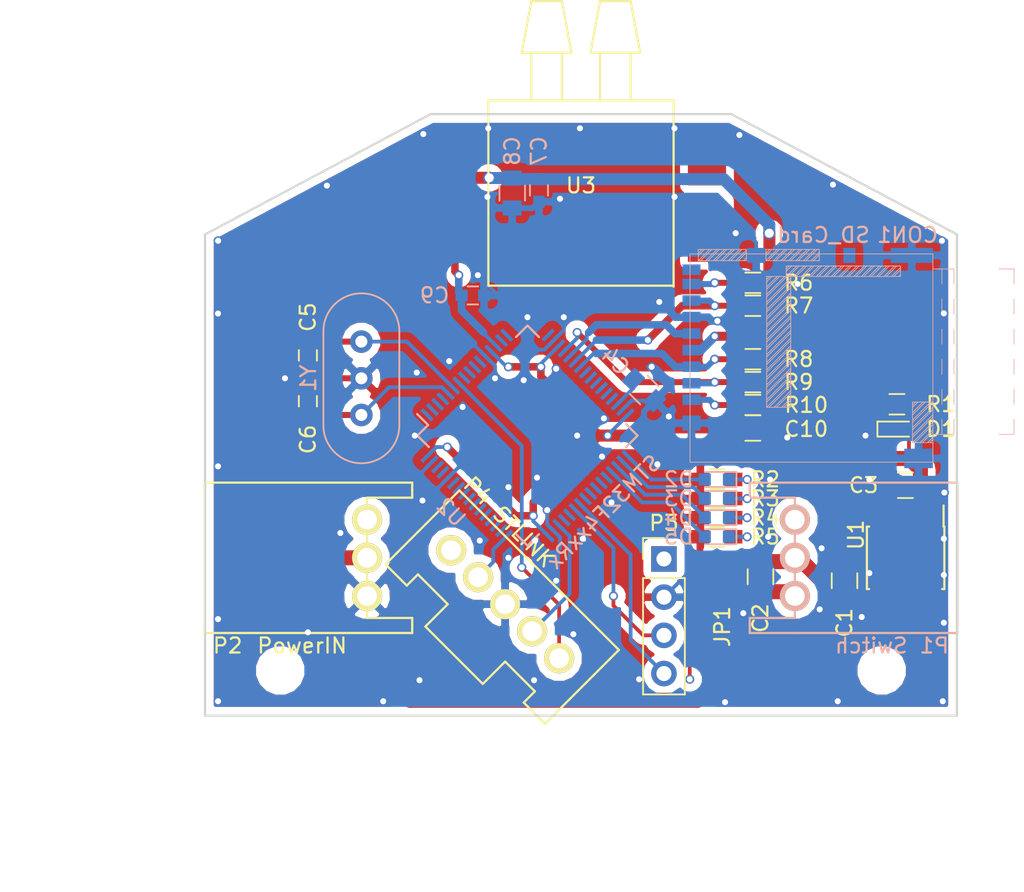
<source format=kicad_pcb>
(kicad_pcb (version 4) (host pcbnew 4.0.6)

  (general
    (links 88)
    (no_connects 0)
    (area 36.150001 47.210499 116.557143 108.700001)
    (thickness 1.6)
    (drawings 8)
    (tracks 518)
    (zones 0)
    (modules 37)
    (nets 29)
  )

  (page A4)
  (layers
    (0 F.Cu signal)
    (31 B.Cu signal)
    (32 B.Adhes user)
    (33 F.Adhes user)
    (34 B.Paste user)
    (35 F.Paste user)
    (36 B.SilkS user)
    (37 F.SilkS user)
    (38 B.Mask user)
    (39 F.Mask user)
    (40 Dwgs.User user)
    (41 Cmts.User user)
    (42 Eco1.User user)
    (43 Eco2.User user)
    (44 Edge.Cuts user)
    (45 Margin user)
    (46 B.CrtYd user)
    (47 F.CrtYd user)
    (48 B.Fab user)
    (49 F.Fab user)
  )

  (setup
    (last_trace_width 0.25)
    (user_trace_width 0.3)
    (user_trace_width 0.4)
    (user_trace_width 0.5)
    (user_trace_width 0.6)
    (user_trace_width 0.8)
    (user_trace_width 1)
    (trace_clearance 0.2)
    (zone_clearance 0.508)
    (zone_45_only no)
    (trace_min 0.2)
    (segment_width 0.2)
    (edge_width 0.15)
    (via_size 0.6)
    (via_drill 0.4)
    (via_min_size 0.4)
    (via_min_drill 0.3)
    (user_via 0.8 0.6)
    (uvia_size 0.3)
    (uvia_drill 0.1)
    (uvias_allowed no)
    (uvia_min_size 0.2)
    (uvia_min_drill 0.1)
    (pcb_text_width 0.3)
    (pcb_text_size 1.5 1.5)
    (mod_edge_width 0.15)
    (mod_text_size 1 1)
    (mod_text_width 0.15)
    (pad_size 0.5 0.7)
    (pad_drill 0)
    (pad_to_mask_clearance 0.2)
    (aux_axis_origin 75 100)
    (visible_elements 7FFFFFFF)
    (pcbplotparams
      (layerselection 0x010fc_80000001)
      (usegerberextensions true)
      (excludeedgelayer true)
      (linewidth 0.100000)
      (plotframeref false)
      (viasonmask false)
      (mode 1)
      (useauxorigin false)
      (hpglpennumber 1)
      (hpglpenspeed 20)
      (hpglpendiameter 15)
      (hpglpenoverlay 2)
      (psnegative false)
      (psa4output false)
      (plotreference true)
      (plotvalue true)
      (plotinvisibletext false)
      (padsonsilk false)
      (subtractmaskfromsilk true)
      (outputformat 1)
      (mirror false)
      (drillshape 0)
      (scaleselection 1)
      (outputdirectory gerb/))
  )

  (net 0 "")
  (net 1 GND)
  (net 2 +6V)
  (net 3 +3V3)
  (net 4 "Net-(C4-Pad1)")
  (net 5 "Net-(C5-Pad1)")
  (net 6 /PressOut)
  (net 7 "Net-(CON1-Pad9)")
  (net 8 /SD_SS)
  (net 9 /SD_MOSI)
  (net 10 /SD_SCK)
  (net 11 /SD_MISO)
  (net 12 "Net-(CON1-Pad8)")
  (net 13 "Net-(C6-Pad1)")
  (net 14 "Net-(D1-Pad1)")
  (net 15 "Net-(D2-Pad2)")
  (net 16 "Net-(D2-Pad1)")
  (net 17 "Net-(D3-Pad2)")
  (net 18 "Net-(D3-Pad1)")
  (net 19 "Net-(D4-Pad2)")
  (net 20 "Net-(D4-Pad1)")
  (net 21 "Net-(D5-Pad2)")
  (net 22 "Net-(D5-Pad1)")
  (net 23 /STM_SWCLK)
  (net 24 /STM_SWDIO)
  (net 25 /STM_RESET)
  (net 26 "Net-(C2-Pad2)")
  (net 27 /DEBUG_MCURX)
  (net 28 /DEBUG_MCUTX)

  (net_class Default "これは標準のネット クラスです。"
    (clearance 0.2)
    (trace_width 0.25)
    (via_dia 0.6)
    (via_drill 0.4)
    (uvia_dia 0.3)
    (uvia_drill 0.1)
    (add_net +3V3)
    (add_net +6V)
    (add_net /DEBUG_MCURX)
    (add_net /DEBUG_MCUTX)
    (add_net /PressOut)
    (add_net /SD_MISO)
    (add_net /SD_MOSI)
    (add_net /SD_SCK)
    (add_net /SD_SS)
    (add_net /STM_RESET)
    (add_net /STM_SWCLK)
    (add_net /STM_SWDIO)
    (add_net GND)
    (add_net "Net-(C2-Pad2)")
    (add_net "Net-(C4-Pad1)")
    (add_net "Net-(C5-Pad1)")
    (add_net "Net-(C6-Pad1)")
    (add_net "Net-(CON1-Pad8)")
    (add_net "Net-(CON1-Pad9)")
    (add_net "Net-(D1-Pad1)")
    (add_net "Net-(D2-Pad1)")
    (add_net "Net-(D2-Pad2)")
    (add_net "Net-(D3-Pad1)")
    (add_net "Net-(D3-Pad2)")
    (add_net "Net-(D4-Pad1)")
    (add_net "Net-(D4-Pad2)")
    (add_net "Net-(D5-Pad1)")
    (add_net "Net-(D5-Pad2)")
  )

  (module Mounting_Holes:MountingHole_2.2mm_M2 (layer F.Cu) (tedit 58C487A7) (tstamp 58C487F5)
    (at 95 92)
    (descr "Mounting Hole 2.2mm, no annular, M2")
    (tags "mounting hole 2.2mm no annular m2")
    (fp_text reference REF** (at 0 -3.2) (layer F.SilkS) hide
      (effects (font (size 1 1) (thickness 0.15)))
    )
    (fp_text value MountingHole_2.2mm_M2 (at 0 3.2) (layer F.Fab)
      (effects (font (size 1 1) (thickness 0.15)))
    )
    (fp_circle (center 0 0) (end 2.2 0) (layer Cmts.User) (width 0.15))
    (fp_circle (center 0 0) (end 2.45 0) (layer F.CrtYd) (width 0.05))
    (pad 1 np_thru_hole circle (at 0 0) (size 2.2 2.2) (drill 2.2) (layers *.Cu *.Mask))
  )

  (module Capacitors_SMD:C_0805 (layer F.Cu) (tedit 58AA8463) (tstamp 58B4477D)
    (at 92.526 86.03 90)
    (descr "Capacitor SMD 0805, reflow soldering, AVX (see smccp.pdf)")
    (tags "capacitor 0805")
    (path /58B42364)
    (attr smd)
    (fp_text reference C1 (at -2.794 0 90) (layer F.SilkS)
      (effects (font (size 1 1) (thickness 0.15)))
    )
    (fp_text value 10u (at 0 1.75 90) (layer F.Fab)
      (effects (font (size 1 1) (thickness 0.15)))
    )
    (fp_text user %R (at 0 -1.5 90) (layer F.Fab)
      (effects (font (size 1 1) (thickness 0.15)))
    )
    (fp_line (start -1 0.62) (end -1 -0.62) (layer F.Fab) (width 0.1))
    (fp_line (start 1 0.62) (end -1 0.62) (layer F.Fab) (width 0.1))
    (fp_line (start 1 -0.62) (end 1 0.62) (layer F.Fab) (width 0.1))
    (fp_line (start -1 -0.62) (end 1 -0.62) (layer F.Fab) (width 0.1))
    (fp_line (start 0.5 -0.85) (end -0.5 -0.85) (layer F.SilkS) (width 0.12))
    (fp_line (start -0.5 0.85) (end 0.5 0.85) (layer F.SilkS) (width 0.12))
    (fp_line (start -1.75 -0.88) (end 1.75 -0.88) (layer F.CrtYd) (width 0.05))
    (fp_line (start -1.75 -0.88) (end -1.75 0.87) (layer F.CrtYd) (width 0.05))
    (fp_line (start 1.75 0.87) (end 1.75 -0.88) (layer F.CrtYd) (width 0.05))
    (fp_line (start 1.75 0.87) (end -1.75 0.87) (layer F.CrtYd) (width 0.05))
    (pad 1 smd rect (at -1 0 90) (size 1 1.25) (layers F.Cu F.Paste F.Mask)
      (net 2 +6V))
    (pad 2 smd rect (at 1 0 90) (size 1 1.25) (layers F.Cu F.Paste F.Mask)
      (net 1 GND))
    (model Capacitors_SMD.3dshapes/C_0805.wrl
      (at (xyz 0 0 0))
      (scale (xyz 1 1 1))
      (rotate (xyz 0 0 0))
    )
  )

  (module Capacitors_SMD:C_0805 (layer F.Cu) (tedit 58AA8463) (tstamp 58B44783)
    (at 86.938 85.76 270)
    (descr "Capacitor SMD 0805, reflow soldering, AVX (see smccp.pdf)")
    (tags "capacitor 0805")
    (path /58B64796)
    (attr smd)
    (fp_text reference C2 (at 2.759 0 270) (layer F.SilkS)
      (effects (font (size 1 1) (thickness 0.15)))
    )
    (fp_text value 10u (at 0 1.75 270) (layer F.Fab)
      (effects (font (size 1 1) (thickness 0.15)))
    )
    (fp_text user %R (at 0 -1.5 270) (layer F.Fab)
      (effects (font (size 1 1) (thickness 0.15)))
    )
    (fp_line (start -1 0.62) (end -1 -0.62) (layer F.Fab) (width 0.1))
    (fp_line (start 1 0.62) (end -1 0.62) (layer F.Fab) (width 0.1))
    (fp_line (start 1 -0.62) (end 1 0.62) (layer F.Fab) (width 0.1))
    (fp_line (start -1 -0.62) (end 1 -0.62) (layer F.Fab) (width 0.1))
    (fp_line (start 0.5 -0.85) (end -0.5 -0.85) (layer F.SilkS) (width 0.12))
    (fp_line (start -0.5 0.85) (end 0.5 0.85) (layer F.SilkS) (width 0.12))
    (fp_line (start -1.75 -0.88) (end 1.75 -0.88) (layer F.CrtYd) (width 0.05))
    (fp_line (start -1.75 -0.88) (end -1.75 0.87) (layer F.CrtYd) (width 0.05))
    (fp_line (start 1.75 0.87) (end 1.75 -0.88) (layer F.CrtYd) (width 0.05))
    (fp_line (start 1.75 0.87) (end -1.75 0.87) (layer F.CrtYd) (width 0.05))
    (pad 1 smd rect (at -1 0 270) (size 1 1.25) (layers F.Cu F.Paste F.Mask)
      (net 2 +6V))
    (pad 2 smd rect (at 1 0 270) (size 1 1.25) (layers F.Cu F.Paste F.Mask)
      (net 26 "Net-(C2-Pad2)"))
    (model Capacitors_SMD.3dshapes/C_0805.wrl
      (at (xyz 0 0 0))
      (scale (xyz 1 1 1))
      (rotate (xyz 0 0 0))
    )
  )

  (module Capacitors_SMD:C_0805 (layer F.Cu) (tedit 58AA8463) (tstamp 58B44789)
    (at 96.574 79.68 180)
    (descr "Capacitor SMD 0805, reflow soldering, AVX (see smccp.pdf)")
    (tags "capacitor 0805")
    (path /58B41D82)
    (attr smd)
    (fp_text reference C3 (at 2.778 0 180) (layer F.SilkS)
      (effects (font (size 1 1) (thickness 0.15)))
    )
    (fp_text value 10u (at 0 1.75 180) (layer F.Fab)
      (effects (font (size 1 1) (thickness 0.15)))
    )
    (fp_text user %R (at 0 -1.5 180) (layer F.Fab)
      (effects (font (size 1 1) (thickness 0.15)))
    )
    (fp_line (start -1 0.62) (end -1 -0.62) (layer F.Fab) (width 0.1))
    (fp_line (start 1 0.62) (end -1 0.62) (layer F.Fab) (width 0.1))
    (fp_line (start 1 -0.62) (end 1 0.62) (layer F.Fab) (width 0.1))
    (fp_line (start -1 -0.62) (end 1 -0.62) (layer F.Fab) (width 0.1))
    (fp_line (start 0.5 -0.85) (end -0.5 -0.85) (layer F.SilkS) (width 0.12))
    (fp_line (start -0.5 0.85) (end 0.5 0.85) (layer F.SilkS) (width 0.12))
    (fp_line (start -1.75 -0.88) (end 1.75 -0.88) (layer F.CrtYd) (width 0.05))
    (fp_line (start -1.75 -0.88) (end -1.75 0.87) (layer F.CrtYd) (width 0.05))
    (fp_line (start 1.75 0.87) (end 1.75 -0.88) (layer F.CrtYd) (width 0.05))
    (fp_line (start 1.75 0.87) (end -1.75 0.87) (layer F.CrtYd) (width 0.05))
    (pad 1 smd rect (at -1 0 180) (size 1 1.25) (layers F.Cu F.Paste F.Mask)
      (net 3 +3V3))
    (pad 2 smd rect (at 1 0 180) (size 1 1.25) (layers F.Cu F.Paste F.Mask)
      (net 1 GND))
    (model Capacitors_SMD.3dshapes/C_0805.wrl
      (at (xyz 0 0 0))
      (scale (xyz 1 1 1))
      (rotate (xyz 0 0 0))
    )
  )

  (module Capacitors_SMD:C_0603 (layer F.Cu) (tedit 58AA844E) (tstamp 58B44795)
    (at 56.839 71.044 270)
    (descr "Capacitor SMD 0603, reflow soldering, AVX (see smccp.pdf)")
    (tags "capacitor 0603")
    (path /58B402B5)
    (attr smd)
    (fp_text reference C5 (at -2.54 0 270) (layer F.SilkS)
      (effects (font (size 1 1) (thickness 0.15)))
    )
    (fp_text value 20p (at 0 -1.524 270) (layer F.Fab)
      (effects (font (size 1 1) (thickness 0.15)))
    )
    (fp_text user %R (at -2.54 0 270) (layer F.Fab)
      (effects (font (size 1 1) (thickness 0.15)))
    )
    (fp_line (start -0.8 0.4) (end -0.8 -0.4) (layer F.Fab) (width 0.1))
    (fp_line (start 0.8 0.4) (end -0.8 0.4) (layer F.Fab) (width 0.1))
    (fp_line (start 0.8 -0.4) (end 0.8 0.4) (layer F.Fab) (width 0.1))
    (fp_line (start -0.8 -0.4) (end 0.8 -0.4) (layer F.Fab) (width 0.1))
    (fp_line (start -0.35 -0.6) (end 0.35 -0.6) (layer F.SilkS) (width 0.12))
    (fp_line (start 0.35 0.6) (end -0.35 0.6) (layer F.SilkS) (width 0.12))
    (fp_line (start -1.4 -0.65) (end 1.4 -0.65) (layer F.CrtYd) (width 0.05))
    (fp_line (start -1.4 -0.65) (end -1.4 0.65) (layer F.CrtYd) (width 0.05))
    (fp_line (start 1.4 0.65) (end 1.4 -0.65) (layer F.CrtYd) (width 0.05))
    (fp_line (start 1.4 0.65) (end -1.4 0.65) (layer F.CrtYd) (width 0.05))
    (pad 1 smd rect (at -0.75 0 270) (size 0.8 0.75) (layers F.Cu F.Paste F.Mask)
      (net 5 "Net-(C5-Pad1)"))
    (pad 2 smd rect (at 0.75 0 270) (size 0.8 0.75) (layers F.Cu F.Paste F.Mask)
      (net 1 GND))
    (model Capacitors_SMD.3dshapes/C_0603.wrl
      (at (xyz 0 0 0))
      (scale (xyz 1 1 1))
      (rotate (xyz 0 0 0))
    )
  )

  (module Capacitors_SMD:C_0603 (layer F.Cu) (tedit 58AA844E) (tstamp 58B4479B)
    (at 56.839 74.092 90)
    (descr "Capacitor SMD 0603, reflow soldering, AVX (see smccp.pdf)")
    (tags "capacitor 0603")
    (path /58B402F3)
    (attr smd)
    (fp_text reference C6 (at -2.54 0 90) (layer F.SilkS)
      (effects (font (size 1 1) (thickness 0.15)))
    )
    (fp_text value 20p (at 0 1.5 90) (layer F.Fab)
      (effects (font (size 1 1) (thickness 0.15)))
    )
    (fp_text user %R (at -2.54 0 90) (layer F.Fab)
      (effects (font (size 1 1) (thickness 0.15)))
    )
    (fp_line (start -0.8 0.4) (end -0.8 -0.4) (layer F.Fab) (width 0.1))
    (fp_line (start 0.8 0.4) (end -0.8 0.4) (layer F.Fab) (width 0.1))
    (fp_line (start 0.8 -0.4) (end 0.8 0.4) (layer F.Fab) (width 0.1))
    (fp_line (start -0.8 -0.4) (end 0.8 -0.4) (layer F.Fab) (width 0.1))
    (fp_line (start -0.35 -0.6) (end 0.35 -0.6) (layer F.SilkS) (width 0.12))
    (fp_line (start 0.35 0.6) (end -0.35 0.6) (layer F.SilkS) (width 0.12))
    (fp_line (start -1.4 -0.65) (end 1.4 -0.65) (layer F.CrtYd) (width 0.05))
    (fp_line (start -1.4 -0.65) (end -1.4 0.65) (layer F.CrtYd) (width 0.05))
    (fp_line (start 1.4 0.65) (end 1.4 -0.65) (layer F.CrtYd) (width 0.05))
    (fp_line (start 1.4 0.65) (end -1.4 0.65) (layer F.CrtYd) (width 0.05))
    (pad 1 smd rect (at -0.75 0 90) (size 0.8 0.75) (layers F.Cu F.Paste F.Mask)
      (net 13 "Net-(C6-Pad1)"))
    (pad 2 smd rect (at 0.75 0 90) (size 0.8 0.75) (layers F.Cu F.Paste F.Mask)
      (net 1 GND))
    (model Capacitors_SMD.3dshapes/C_0603.wrl
      (at (xyz 0 0 0))
      (scale (xyz 1 1 1))
      (rotate (xyz 0 0 0))
    )
  )

  (module KUT_Connector:DF1E-3P (layer B.Cu) (tedit 57095015) (tstamp 58B447CD)
    (at 89.224 84.506 90)
    (path /58B44949)
    (fp_text reference P1 (at -5.842 9.271 180) (layer B.SilkS)
      (effects (font (size 1 1) (thickness 0.15)) (justify mirror))
    )
    (fp_text value Switch (at -5.842 5.08 180) (layer B.SilkS)
      (effects (font (size 1 1) (thickness 0.15)) (justify mirror))
    )
    (fp_line (start -4 0) (end -0.05 0) (layer B.SilkS) (width 0.15))
    (fp_line (start -4.5 -3) (end -4 -3) (layer B.SilkS) (width 0.15))
    (fp_line (start -4 -3) (end -4 0) (layer B.SilkS) (width 0.15))
    (fp_line (start 4 0) (end -0.05 0) (layer B.SilkS) (width 0.15))
    (fp_line (start 4.5 -3) (end 4 -3) (layer B.SilkS) (width 0.15))
    (fp_line (start 4 -3) (end 4 0) (layer B.SilkS) (width 0.15))
    (fp_line (start 0 10.8) (end 5 10.8) (layer B.SilkS) (width 0.15))
    (fp_line (start 5 10.8) (end 5 -3) (layer B.SilkS) (width 0.15))
    (fp_line (start 5 -3) (end 4.5 -3) (layer B.SilkS) (width 0.15))
    (fp_line (start -5 -3) (end -4.5 -3) (layer B.SilkS) (width 0.15))
    (fp_line (start -5 0) (end -5 -3) (layer B.SilkS) (width 0.15))
    (fp_line (start 0 10.8) (end -5 10.8) (layer B.SilkS) (width 0.15))
    (fp_line (start -5 10.8) (end -5 0) (layer B.SilkS) (width 0.15))
    (pad 1 thru_hole circle (at -2.54 0 90) (size 2 2) (drill 1.3) (layers *.Cu *.Mask B.SilkS)
      (net 26 "Net-(C2-Pad2)"))
    (pad 2 thru_hole circle (at 0 0 90) (size 2 2) (drill 1.3) (layers *.Cu *.Mask B.SilkS)
      (net 2 +6V))
    (pad 3 thru_hole circle (at 2.54 0 90) (size 2 2) (drill 1.3) (layers *.Cu *.Mask B.SilkS))
    (model ../../../../../../Users/feunoir/Documents/KiCad/project/HybridRocket2017/KUT-KiCad/KUT_Connector.pretty/DF1E-3P.wrl
      (at (xyz 0.11 -0.002 0.307))
      (scale (xyz 0.393701 0.393701 0.393701))
      (rotate (xyz -90 0 180))
    )
  )

  (module KUT_Connector:DF1E-3P (layer F.Cu) (tedit 57095015) (tstamp 58B447D4)
    (at 60.776 84.506 90)
    (path /58B43F4C)
    (fp_text reference P2 (at -5.842 -9.271 180) (layer F.SilkS)
      (effects (font (size 1 1) (thickness 0.15)))
    )
    (fp_text value PowerIN (at -5.842 -4.318 180) (layer F.SilkS)
      (effects (font (size 1 1) (thickness 0.15)))
    )
    (fp_line (start -4 0) (end -0.05 0) (layer F.SilkS) (width 0.15))
    (fp_line (start -4.5 3) (end -4 3) (layer F.SilkS) (width 0.15))
    (fp_line (start -4 3) (end -4 0) (layer F.SilkS) (width 0.15))
    (fp_line (start 4 0) (end -0.05 0) (layer F.SilkS) (width 0.15))
    (fp_line (start 4.5 3) (end 4 3) (layer F.SilkS) (width 0.15))
    (fp_line (start 4 3) (end 4 0) (layer F.SilkS) (width 0.15))
    (fp_line (start 0 -10.8) (end 5 -10.8) (layer F.SilkS) (width 0.15))
    (fp_line (start 5 -10.8) (end 5 3) (layer F.SilkS) (width 0.15))
    (fp_line (start 5 3) (end 4.5 3) (layer F.SilkS) (width 0.15))
    (fp_line (start -5 3) (end -4.5 3) (layer F.SilkS) (width 0.15))
    (fp_line (start -5 0) (end -5 3) (layer F.SilkS) (width 0.15))
    (fp_line (start 0 -10.8) (end -5 -10.8) (layer F.SilkS) (width 0.15))
    (fp_line (start -5 -10.8) (end -5 0) (layer F.SilkS) (width 0.15))
    (pad 1 thru_hole circle (at -2.54 0 90) (size 2 2) (drill 1.3) (layers *.Cu *.Mask F.SilkS)
      (net 1 GND))
    (pad 2 thru_hole circle (at 0 0 90) (size 2 2) (drill 1.3) (layers *.Cu *.Mask F.SilkS)
      (net 26 "Net-(C2-Pad2)"))
    (pad 3 thru_hole circle (at 2.54 0 90) (size 2 2) (drill 1.3) (layers *.Cu *.Mask F.SilkS))
    (model C:/Users/feunoir/Documents/KiCad/project/HybridRocket2017/KUT-KiCad/KUT_Connector.pretty/DF1E-3P.wrl
      (at (xyz 0.11 -0.002 0.307))
      (scale (xyz 0.393701 0.393701 0.393701))
      (rotate (xyz -90 0 180))
    )
  )

  (module Resistors_SMD:R_0603_HandSoldering (layer F.Cu) (tedit 58AAD9E8) (tstamp 58B447DA)
    (at 96.012 74.295)
    (descr "Resistor SMD 0603, hand soldering")
    (tags "resistor 0603")
    (path /58B63EB5)
    (attr smd)
    (fp_text reference R1 (at 2.921 0) (layer F.SilkS)
      (effects (font (size 1 1) (thickness 0.15)))
    )
    (fp_text value 300 (at 0 1.55) (layer F.Fab)
      (effects (font (size 1 1) (thickness 0.15)))
    )
    (fp_text user %R (at 0 -1.45) (layer F.Fab)
      (effects (font (size 1 1) (thickness 0.15)))
    )
    (fp_line (start -0.8 0.4) (end -0.8 -0.4) (layer F.Fab) (width 0.1))
    (fp_line (start 0.8 0.4) (end -0.8 0.4) (layer F.Fab) (width 0.1))
    (fp_line (start 0.8 -0.4) (end 0.8 0.4) (layer F.Fab) (width 0.1))
    (fp_line (start -0.8 -0.4) (end 0.8 -0.4) (layer F.Fab) (width 0.1))
    (fp_line (start 0.5 0.68) (end -0.5 0.68) (layer F.SilkS) (width 0.12))
    (fp_line (start -0.5 -0.68) (end 0.5 -0.68) (layer F.SilkS) (width 0.12))
    (fp_line (start -1.96 -0.7) (end 1.95 -0.7) (layer F.CrtYd) (width 0.05))
    (fp_line (start -1.96 -0.7) (end -1.96 0.7) (layer F.CrtYd) (width 0.05))
    (fp_line (start 1.95 0.7) (end 1.95 -0.7) (layer F.CrtYd) (width 0.05))
    (fp_line (start 1.95 0.7) (end -1.96 0.7) (layer F.CrtYd) (width 0.05))
    (pad 1 smd rect (at -1.1 0) (size 1.2 0.9) (layers F.Cu F.Paste F.Mask)
      (net 14 "Net-(D1-Pad1)"))
    (pad 2 smd rect (at 1.1 0) (size 1.2 0.9) (layers F.Cu F.Paste F.Mask)
      (net 1 GND))
    (model Resistors_SMD.3dshapes/R_0603.wrl
      (at (xyz 0 0 0))
      (scale (xyz 1 1 1))
      (rotate (xyz 0 0 0))
    )
  )

  (module Resistors_SMD:R_0603_HandSoldering (layer F.Cu) (tedit 58AAD9E8) (tstamp 58B447E0)
    (at 84.036972 79.29474 180)
    (descr "Resistor SMD 0603, hand soldering")
    (tags "resistor 0603")
    (path /58B677EC)
    (attr smd)
    (fp_text reference R2 (at -3.212028 0 180) (layer F.SilkS)
      (effects (font (size 1 1) (thickness 0.15)))
    )
    (fp_text value 300 (at -3.556 0 180) (layer F.Fab)
      (effects (font (size 1 1) (thickness 0.15)))
    )
    (fp_text user %R (at -3.048001 0 180) (layer F.Fab)
      (effects (font (size 1 1) (thickness 0.15)))
    )
    (fp_line (start -0.8 0.4) (end -0.8 -0.4) (layer F.Fab) (width 0.1))
    (fp_line (start 0.8 0.4) (end -0.8 0.4) (layer F.Fab) (width 0.1))
    (fp_line (start 0.8 -0.4) (end 0.8 0.4) (layer F.Fab) (width 0.1))
    (fp_line (start -0.8 -0.4) (end 0.8 -0.4) (layer F.Fab) (width 0.1))
    (fp_line (start 0.5 0.68) (end -0.5 0.68) (layer F.SilkS) (width 0.12))
    (fp_line (start -0.5 -0.68) (end 0.5 -0.68) (layer F.SilkS) (width 0.12))
    (fp_line (start -1.96 -0.7) (end 1.95 -0.7) (layer F.CrtYd) (width 0.05))
    (fp_line (start -1.96 -0.7) (end -1.96 0.7) (layer F.CrtYd) (width 0.05))
    (fp_line (start 1.95 0.7) (end 1.95 -0.7) (layer F.CrtYd) (width 0.05))
    (fp_line (start 1.95 0.7) (end -1.96 0.7) (layer F.CrtYd) (width 0.05))
    (pad 1 smd rect (at -1.1 0 180) (size 1.2 0.9) (layers F.Cu F.Paste F.Mask)
      (net 16 "Net-(D2-Pad1)"))
    (pad 2 smd rect (at 1.1 0 180) (size 1.2 0.9) (layers F.Cu F.Paste F.Mask)
      (net 1 GND))
    (model Resistors_SMD.3dshapes/R_0603.wrl
      (at (xyz 0 0 0))
      (scale (xyz 1 1 1))
      (rotate (xyz 0 0 0))
    )
  )

  (module Resistors_SMD:R_0603_HandSoldering (layer F.Cu) (tedit 58AAD9E8) (tstamp 58B447E6)
    (at 84.036972 80.564739 180)
    (descr "Resistor SMD 0603, hand soldering")
    (tags "resistor 0603")
    (path /58B67FD4)
    (attr smd)
    (fp_text reference R3 (at -3.212028 0 180) (layer F.SilkS)
      (effects (font (size 1 1) (thickness 0.15)))
    )
    (fp_text value 300 (at -3.556 0 180) (layer F.Fab)
      (effects (font (size 1 1) (thickness 0.15)))
    )
    (fp_text user %R (at -3.048001 0 180) (layer F.Fab)
      (effects (font (size 1 1) (thickness 0.15)))
    )
    (fp_line (start -0.8 0.4) (end -0.8 -0.4) (layer F.Fab) (width 0.1))
    (fp_line (start 0.8 0.4) (end -0.8 0.4) (layer F.Fab) (width 0.1))
    (fp_line (start 0.8 -0.4) (end 0.8 0.4) (layer F.Fab) (width 0.1))
    (fp_line (start -0.8 -0.4) (end 0.8 -0.4) (layer F.Fab) (width 0.1))
    (fp_line (start 0.5 0.68) (end -0.5 0.68) (layer F.SilkS) (width 0.12))
    (fp_line (start -0.5 -0.68) (end 0.5 -0.68) (layer F.SilkS) (width 0.12))
    (fp_line (start -1.96 -0.7) (end 1.95 -0.7) (layer F.CrtYd) (width 0.05))
    (fp_line (start -1.96 -0.7) (end -1.96 0.7) (layer F.CrtYd) (width 0.05))
    (fp_line (start 1.95 0.7) (end 1.95 -0.7) (layer F.CrtYd) (width 0.05))
    (fp_line (start 1.95 0.7) (end -1.96 0.7) (layer F.CrtYd) (width 0.05))
    (pad 1 smd rect (at -1.1 0 180) (size 1.2 0.9) (layers F.Cu F.Paste F.Mask)
      (net 18 "Net-(D3-Pad1)"))
    (pad 2 smd rect (at 1.1 0 180) (size 1.2 0.9) (layers F.Cu F.Paste F.Mask)
      (net 1 GND))
    (model Resistors_SMD.3dshapes/R_0603.wrl
      (at (xyz 0 0 0))
      (scale (xyz 1 1 1))
      (rotate (xyz 0 0 0))
    )
  )

  (module Resistors_SMD:R_0603_HandSoldering (layer F.Cu) (tedit 58AAD9E8) (tstamp 58B447EC)
    (at 84.036973 81.834738 180)
    (descr "Resistor SMD 0603, hand soldering")
    (tags "resistor 0603")
    (path /58B68166)
    (attr smd)
    (fp_text reference R4 (at -3.212027 0 180) (layer F.SilkS)
      (effects (font (size 1 1) (thickness 0.15)))
    )
    (fp_text value 300 (at -3.556 0 180) (layer F.Fab)
      (effects (font (size 1 1) (thickness 0.15)))
    )
    (fp_text user %R (at -3.048001 0 180) (layer F.Fab)
      (effects (font (size 1 1) (thickness 0.15)))
    )
    (fp_line (start -0.8 0.4) (end -0.8 -0.4) (layer F.Fab) (width 0.1))
    (fp_line (start 0.8 0.4) (end -0.8 0.4) (layer F.Fab) (width 0.1))
    (fp_line (start 0.8 -0.4) (end 0.8 0.4) (layer F.Fab) (width 0.1))
    (fp_line (start -0.8 -0.4) (end 0.8 -0.4) (layer F.Fab) (width 0.1))
    (fp_line (start 0.5 0.68) (end -0.5 0.68) (layer F.SilkS) (width 0.12))
    (fp_line (start -0.5 -0.68) (end 0.5 -0.68) (layer F.SilkS) (width 0.12))
    (fp_line (start -1.96 -0.7) (end 1.95 -0.7) (layer F.CrtYd) (width 0.05))
    (fp_line (start -1.96 -0.7) (end -1.96 0.7) (layer F.CrtYd) (width 0.05))
    (fp_line (start 1.95 0.7) (end 1.95 -0.7) (layer F.CrtYd) (width 0.05))
    (fp_line (start 1.95 0.7) (end -1.96 0.7) (layer F.CrtYd) (width 0.05))
    (pad 1 smd rect (at -1.1 0 180) (size 1.2 0.9) (layers F.Cu F.Paste F.Mask)
      (net 20 "Net-(D4-Pad1)"))
    (pad 2 smd rect (at 1.1 0 180) (size 1.2 0.9) (layers F.Cu F.Paste F.Mask)
      (net 1 GND))
    (model Resistors_SMD.3dshapes/R_0603.wrl
      (at (xyz 0 0 0))
      (scale (xyz 1 1 1))
      (rotate (xyz 0 0 0))
    )
  )

  (module Resistors_SMD:R_0603_HandSoldering (layer F.Cu) (tedit 58AAD9E8) (tstamp 58B447F2)
    (at 84.036973 83.10474 180)
    (descr "Resistor SMD 0603, hand soldering")
    (tags "resistor 0603")
    (path /58B68173)
    (attr smd)
    (fp_text reference R5 (at -3.212027 0 180) (layer F.SilkS)
      (effects (font (size 1 1) (thickness 0.15)))
    )
    (fp_text value 300 (at -3.64 0 180) (layer F.Fab)
      (effects (font (size 1 1) (thickness 0.15)))
    )
    (fp_text user %R (at -3.132001 0 180) (layer F.Fab)
      (effects (font (size 1 1) (thickness 0.15)))
    )
    (fp_line (start -0.8 0.4) (end -0.8 -0.4) (layer F.Fab) (width 0.1))
    (fp_line (start 0.8 0.4) (end -0.8 0.4) (layer F.Fab) (width 0.1))
    (fp_line (start 0.8 -0.4) (end 0.8 0.4) (layer F.Fab) (width 0.1))
    (fp_line (start -0.8 -0.4) (end 0.8 -0.4) (layer F.Fab) (width 0.1))
    (fp_line (start 0.5 0.68) (end -0.5 0.68) (layer F.SilkS) (width 0.12))
    (fp_line (start -0.5 -0.68) (end 0.5 -0.68) (layer F.SilkS) (width 0.12))
    (fp_line (start -1.96 -0.7) (end 1.95 -0.7) (layer F.CrtYd) (width 0.05))
    (fp_line (start -1.96 -0.7) (end -1.96 0.7) (layer F.CrtYd) (width 0.05))
    (fp_line (start 1.95 0.7) (end 1.95 -0.7) (layer F.CrtYd) (width 0.05))
    (fp_line (start 1.95 0.7) (end -1.96 0.7) (layer F.CrtYd) (width 0.05))
    (pad 1 smd rect (at -1.1 0 180) (size 1.2 0.9) (layers F.Cu F.Paste F.Mask)
      (net 22 "Net-(D5-Pad1)"))
    (pad 2 smd rect (at 1.1 0 180) (size 1.2 0.9) (layers F.Cu F.Paste F.Mask)
      (net 1 GND))
    (model Resistors_SMD.3dshapes/R_0603.wrl
      (at (xyz 0 0 0))
      (scale (xyz 1 1 1))
      (rotate (xyz 0 0 0))
    )
  )

  (module Housings_SOIC:SOIC-8_3.9x4.9mm_Pitch1.27mm (layer F.Cu) (tedit 54130A77) (tstamp 58B447FE)
    (at 96.59 84.506 270)
    (descr "8-Lead Plastic Small Outline (SN) - Narrow, 3.90 mm Body [SOIC] (see Microchip Packaging Specification 00000049BS.pdf)")
    (tags "SOIC 1.27")
    (path /58B4179B)
    (attr smd)
    (fp_text reference U1 (at -1.524 3.302 270) (layer F.SilkS)
      (effects (font (size 1 1) (thickness 0.15)))
    )
    (fp_text value LT1963A-3.3 (at 0 3.5 270) (layer F.Fab)
      (effects (font (size 1 1) (thickness 0.15)))
    )
    (fp_line (start -0.95 -2.45) (end 1.95 -2.45) (layer F.Fab) (width 0.15))
    (fp_line (start 1.95 -2.45) (end 1.95 2.45) (layer F.Fab) (width 0.15))
    (fp_line (start 1.95 2.45) (end -1.95 2.45) (layer F.Fab) (width 0.15))
    (fp_line (start -1.95 2.45) (end -1.95 -1.45) (layer F.Fab) (width 0.15))
    (fp_line (start -1.95 -1.45) (end -0.95 -2.45) (layer F.Fab) (width 0.15))
    (fp_line (start -3.75 -2.75) (end -3.75 2.75) (layer F.CrtYd) (width 0.05))
    (fp_line (start 3.75 -2.75) (end 3.75 2.75) (layer F.CrtYd) (width 0.05))
    (fp_line (start -3.75 -2.75) (end 3.75 -2.75) (layer F.CrtYd) (width 0.05))
    (fp_line (start -3.75 2.75) (end 3.75 2.75) (layer F.CrtYd) (width 0.05))
    (fp_line (start -2.075 -2.575) (end -2.075 -2.525) (layer F.SilkS) (width 0.15))
    (fp_line (start 2.075 -2.575) (end 2.075 -2.43) (layer F.SilkS) (width 0.15))
    (fp_line (start 2.075 2.575) (end 2.075 2.43) (layer F.SilkS) (width 0.15))
    (fp_line (start -2.075 2.575) (end -2.075 2.43) (layer F.SilkS) (width 0.15))
    (fp_line (start -2.075 -2.575) (end 2.075 -2.575) (layer F.SilkS) (width 0.15))
    (fp_line (start -2.075 2.575) (end 2.075 2.575) (layer F.SilkS) (width 0.15))
    (fp_line (start -2.075 -2.525) (end -3.475 -2.525) (layer F.SilkS) (width 0.15))
    (pad 1 smd rect (at -2.7 -1.905 270) (size 1.55 0.6) (layers F.Cu F.Paste F.Mask)
      (net 3 +3V3))
    (pad 2 smd rect (at -2.7 -0.635 270) (size 1.55 0.6) (layers F.Cu F.Paste F.Mask)
      (net 3 +3V3))
    (pad 3 smd rect (at -2.7 0.635 270) (size 1.55 0.6) (layers F.Cu F.Paste F.Mask)
      (net 1 GND))
    (pad 4 smd rect (at -2.7 1.905 270) (size 1.55 0.6) (layers F.Cu F.Paste F.Mask))
    (pad 5 smd rect (at 2.7 1.905 270) (size 1.55 0.6) (layers F.Cu F.Paste F.Mask)
      (net 2 +6V))
    (pad 6 smd rect (at 2.7 0.635 270) (size 1.55 0.6) (layers F.Cu F.Paste F.Mask)
      (net 1 GND))
    (pad 7 smd rect (at 2.7 -0.635 270) (size 1.55 0.6) (layers F.Cu F.Paste F.Mask)
      (net 1 GND))
    (pad 8 smd rect (at 2.7 -1.905 270) (size 1.55 0.6) (layers F.Cu F.Paste F.Mask)
      (net 2 +6V))
    (model Housings_SOIC.3dshapes/SOIC-8_3.9x4.9mm_Pitch1.27mm.wrl
      (at (xyz 0 0 0))
      (scale (xyz 1 1 1))
      (rotate (xyz 0 0 0))
    )
  )

  (module Housings_QFP:LQFP-64_10x10mm_Pitch0.5mm (layer B.Cu) (tedit 58BD018F) (tstamp 58B44842)
    (at 71.444 76.378 315)
    (descr "64 LEAD LQFP 10x10mm (see MICREL LQFP10x10-64LD-PL-1.pdf)")
    (tags "QFP 0.5")
    (path /58B302F8)
    (attr smd)
    (fp_text reference U2 (at 0 7.2 315) (layer B.SilkS)
      (effects (font (size 1 1) (thickness 0.15)) (justify mirror))
    )
    (fp_text value STM32F4xxRx (at 7.184205 0 405) (layer B.SilkS)
      (effects (font (size 1 1) (thickness 0.15)) (justify mirror))
    )
    (fp_text user %R (at 0 7.184205 315) (layer B.Fab)
      (effects (font (size 1 1) (thickness 0.15)) (justify mirror))
    )
    (fp_line (start -4 5) (end 5 5) (layer B.Fab) (width 0.15))
    (fp_line (start 5 5) (end 5 -5) (layer B.Fab) (width 0.15))
    (fp_line (start 5 -5) (end -5 -5) (layer B.Fab) (width 0.15))
    (fp_line (start -5 -5) (end -5 4) (layer B.Fab) (width 0.15))
    (fp_line (start -5 4) (end -4 5) (layer B.Fab) (width 0.15))
    (fp_line (start -6.45 6.45) (end -6.45 -6.45) (layer B.CrtYd) (width 0.05))
    (fp_line (start 6.45 6.45) (end 6.45 -6.45) (layer B.CrtYd) (width 0.05))
    (fp_line (start -6.45 6.45) (end 6.45 6.45) (layer B.CrtYd) (width 0.05))
    (fp_line (start -6.45 -6.45) (end 6.45 -6.45) (layer B.CrtYd) (width 0.05))
    (fp_line (start -5.175 5.175) (end -5.175 4.175) (layer B.SilkS) (width 0.15))
    (fp_line (start 5.175 5.175) (end 5.175 4.1) (layer B.SilkS) (width 0.15))
    (fp_line (start 5.175 -5.175) (end 5.175 -4.1) (layer B.SilkS) (width 0.15))
    (fp_line (start -5.175 -5.175) (end -5.175 -4.1) (layer B.SilkS) (width 0.15))
    (fp_line (start -5.175 5.175) (end -4.1 5.175) (layer B.SilkS) (width 0.15))
    (fp_line (start -5.175 -5.175) (end -4.1 -5.175) (layer B.SilkS) (width 0.15))
    (fp_line (start 5.175 -5.175) (end 4.1 -5.175) (layer B.SilkS) (width 0.15))
    (fp_line (start 5.175 5.175) (end 4.1 5.175) (layer B.SilkS) (width 0.15))
    (fp_line (start -5.175 4.175) (end -6.2 4.175) (layer B.SilkS) (width 0.15))
    (pad 1 smd rect (at -5.7 3.75 315) (size 1 0.25) (layers B.Cu B.Paste B.Mask))
    (pad 2 smd rect (at -5.7 3.25 315) (size 1 0.25) (layers B.Cu B.Paste B.Mask))
    (pad 3 smd rect (at -5.7 2.75 315) (size 1 0.25) (layers B.Cu B.Paste B.Mask))
    (pad 4 smd rect (at -5.7 2.25 315) (size 1 0.25) (layers B.Cu B.Paste B.Mask))
    (pad 5 smd rect (at -5.7 1.75 315) (size 1 0.25) (layers B.Cu B.Paste B.Mask)
      (net 13 "Net-(C6-Pad1)"))
    (pad 6 smd rect (at -5.7 1.25 315) (size 1 0.25) (layers B.Cu B.Paste B.Mask)
      (net 5 "Net-(C5-Pad1)"))
    (pad 7 smd rect (at -5.7 0.75 315) (size 1 0.25) (layers B.Cu B.Paste B.Mask)
      (net 25 /STM_RESET))
    (pad 8 smd rect (at -5.7 0.25 315) (size 1 0.25) (layers B.Cu B.Paste B.Mask))
    (pad 9 smd rect (at -5.7 -0.25 315) (size 1 0.25) (layers B.Cu B.Paste B.Mask))
    (pad 10 smd rect (at -5.7 -0.75 315) (size 1 0.25) (layers B.Cu B.Paste B.Mask))
    (pad 11 smd rect (at -5.7 -1.25 315) (size 1 0.25) (layers B.Cu B.Paste B.Mask))
    (pad 12 smd rect (at -5.7 -1.75 315) (size 1 0.25) (layers B.Cu B.Paste B.Mask)
      (net 1 GND))
    (pad 13 smd rect (at -5.7 -2.25 315) (size 1 0.25) (layers B.Cu B.Paste B.Mask)
      (net 3 +3V3))
    (pad 14 smd rect (at -5.7 -2.75 315) (size 1 0.25) (layers B.Cu B.Paste B.Mask)
      (net 6 /PressOut))
    (pad 15 smd rect (at -5.7 -3.25 315) (size 1 0.25) (layers B.Cu B.Paste B.Mask))
    (pad 16 smd rect (at -5.7 -3.75 315) (size 1 0.25) (layers B.Cu B.Paste B.Mask))
    (pad 17 smd rect (at -3.75 -5.7 225) (size 1 0.25) (layers B.Cu B.Paste B.Mask))
    (pad 18 smd rect (at -3.25 -5.7 225) (size 1 0.25) (layers B.Cu B.Paste B.Mask)
      (net 1 GND))
    (pad 19 smd rect (at -2.75 -5.7 225) (size 1 0.25) (layers B.Cu B.Paste B.Mask)
      (net 3 +3V3))
    (pad 20 smd rect (at -2.25 -5.7 225) (size 1 0.25) (layers B.Cu B.Paste B.Mask)
      (net 8 /SD_SS))
    (pad 21 smd rect (at -1.75 -5.7 225) (size 1 0.25) (layers B.Cu B.Paste B.Mask)
      (net 10 /SD_SCK))
    (pad 22 smd rect (at -1.25 -5.7 225) (size 1 0.25) (layers B.Cu B.Paste B.Mask)
      (net 11 /SD_MISO))
    (pad 23 smd rect (at -0.75 -5.7 225) (size 1 0.25) (layers B.Cu B.Paste B.Mask)
      (net 9 /SD_MOSI))
    (pad 24 smd rect (at -0.25 -5.7 225) (size 1 0.25) (layers B.Cu B.Paste B.Mask))
    (pad 25 smd rect (at 0.25 -5.7 225) (size 1 0.25) (layers B.Cu B.Paste B.Mask))
    (pad 26 smd rect (at 0.75 -5.7 225) (size 1 0.25) (layers B.Cu B.Paste B.Mask))
    (pad 27 smd rect (at 1.25 -5.7 225) (size 1 0.25) (layers B.Cu B.Paste B.Mask))
    (pad 28 smd rect (at 1.75 -5.7 225) (size 1 0.25) (layers B.Cu B.Paste B.Mask))
    (pad 29 smd rect (at 2.25 -5.7 225) (size 1 0.25) (layers B.Cu B.Paste B.Mask))
    (pad 30 smd rect (at 2.75 -5.7 225) (size 1 0.25) (layers B.Cu B.Paste B.Mask)
      (net 4 "Net-(C4-Pad1)"))
    (pad 31 smd rect (at 3.25 -5.7 225) (size 1 0.25) (layers B.Cu B.Paste B.Mask)
      (net 1 GND))
    (pad 32 smd rect (at 3.75 -5.7 225) (size 1 0.25) (layers B.Cu B.Paste B.Mask)
      (net 3 +3V3))
    (pad 33 smd rect (at 5.7 -3.75 315) (size 1 0.25) (layers B.Cu B.Paste B.Mask)
      (net 15 "Net-(D2-Pad2)"))
    (pad 34 smd rect (at 5.7 -3.25 315) (size 1 0.25) (layers B.Cu B.Paste B.Mask)
      (net 17 "Net-(D3-Pad2)"))
    (pad 35 smd rect (at 5.7 -2.75 315) (size 1 0.25) (layers B.Cu B.Paste B.Mask)
      (net 19 "Net-(D4-Pad2)"))
    (pad 36 smd rect (at 5.7 -2.25 315) (size 1 0.25) (layers B.Cu B.Paste B.Mask)
      (net 21 "Net-(D5-Pad2)"))
    (pad 37 smd rect (at 5.7 -1.75 315) (size 1 0.25) (layers B.Cu B.Paste B.Mask))
    (pad 38 smd rect (at 5.7 -1.25 315) (size 1 0.25) (layers B.Cu B.Paste B.Mask))
    (pad 39 smd rect (at 5.7 -0.75 315) (size 1 0.25) (layers B.Cu B.Paste B.Mask))
    (pad 40 smd rect (at 5.7 -0.25 315) (size 1 0.25) (layers B.Cu B.Paste B.Mask))
    (pad 41 smd rect (at 5.7 0.25 315) (size 1 0.25) (layers B.Cu B.Paste B.Mask))
    (pad 42 smd rect (at 5.7 0.75 315) (size 1 0.25) (layers B.Cu B.Paste B.Mask)
      (net 28 /DEBUG_MCUTX))
    (pad 43 smd rect (at 5.7 1.25 315) (size 1 0.25) (layers B.Cu B.Paste B.Mask)
      (net 27 /DEBUG_MCURX))
    (pad 44 smd rect (at 5.7 1.75 315) (size 1 0.25) (layers B.Cu B.Paste B.Mask))
    (pad 45 smd rect (at 5.7 2.25 315) (size 1 0.25) (layers B.Cu B.Paste B.Mask))
    (pad 46 smd rect (at 5.7 2.75 315) (size 1 0.25) (layers B.Cu B.Paste B.Mask)
      (net 24 /STM_SWDIO))
    (pad 47 smd rect (at 5.7 3.25 315) (size 1 0.25) (layers B.Cu B.Paste B.Mask)
      (net 1 GND))
    (pad 48 smd rect (at 5.7 3.75 315) (size 1 0.25) (layers B.Cu B.Paste B.Mask)
      (net 3 +3V3))
    (pad 49 smd rect (at 3.75 5.7 225) (size 1 0.25) (layers B.Cu B.Paste B.Mask)
      (net 23 /STM_SWCLK))
    (pad 50 smd rect (at 3.25 5.7 225) (size 1 0.25) (layers B.Cu B.Paste B.Mask))
    (pad 51 smd rect (at 2.75 5.7 225) (size 1 0.25) (layers B.Cu B.Paste B.Mask))
    (pad 52 smd rect (at 2.25 5.7 225) (size 1 0.25) (layers B.Cu B.Paste B.Mask))
    (pad 53 smd rect (at 1.75 5.7 225) (size 1 0.25) (layers B.Cu B.Paste B.Mask))
    (pad 54 smd rect (at 1.25 5.7 225) (size 1 0.25) (layers B.Cu B.Paste B.Mask))
    (pad 55 smd rect (at 0.75 5.7 225) (size 1 0.25) (layers B.Cu B.Paste B.Mask))
    (pad 56 smd rect (at 0.25 5.7 225) (size 1 0.25) (layers B.Cu B.Paste B.Mask))
    (pad 57 smd rect (at -0.25 5.7 225) (size 1 0.25) (layers B.Cu B.Paste B.Mask))
    (pad 58 smd rect (at -0.75 5.7 225) (size 1 0.25) (layers B.Cu B.Paste B.Mask))
    (pad 59 smd rect (at -1.25 5.7 225) (size 1 0.25) (layers B.Cu B.Paste B.Mask))
    (pad 60 smd rect (at -1.75 5.7 225) (size 1 0.25) (layers B.Cu B.Paste B.Mask)
      (net 1 GND))
    (pad 61 smd rect (at -2.25 5.7 225) (size 1 0.25) (layers B.Cu B.Paste B.Mask))
    (pad 62 smd rect (at -2.75 5.7 225) (size 1 0.25) (layers B.Cu B.Paste B.Mask))
    (pad 63 smd rect (at -3.25 5.7 225) (size 1 0.25) (layers B.Cu B.Paste B.Mask)
      (net 1 GND))
    (pad 64 smd rect (at -3.75 5.7 225) (size 1 0.25) (layers B.Cu B.Paste B.Mask)
      (net 3 +3V3))
    (model Housings_QFP.3dshapes/LQFP-64_10x10mm_Pitch0.5mm.wrl
      (at (xyz 0 0 0))
      (scale (xyz 1 1 1))
      (rotate (xyz 0 0 0))
    )
  )

  (module Crystals:Crystal_HC49-U-3pin_Vertical (layer B.Cu) (tedit 58778B02) (tstamp 58B44855)
    (at 60.395 70.128 270)
    (descr "Crystal THT HC-49/U, 3pin-version, http://www.raltron.com/products/pdfspecs/crystal_hc_49_45_51.pdf")
    (tags "THT crystalHC-49/U")
    (path /58B40147)
    (fp_text reference Y1 (at 2.44 3.525 270) (layer B.SilkS)
      (effects (font (size 1 1) (thickness 0.15)) (justify mirror))
    )
    (fp_text value XTAL (at 2.44 -3.525 270) (layer B.Fab)
      (effects (font (size 1 1) (thickness 0.15)) (justify mirror))
    )
    (fp_arc (start -0.685 0) (end -0.685 2.325) (angle 180) (layer B.Fab) (width 0.1))
    (fp_arc (start 5.565 0) (end 5.565 2.325) (angle -180) (layer B.Fab) (width 0.1))
    (fp_arc (start -0.56 0) (end -0.56 2) (angle 180) (layer B.Fab) (width 0.1))
    (fp_arc (start 5.44 0) (end 5.44 2) (angle -180) (layer B.Fab) (width 0.1))
    (fp_arc (start -0.685 0) (end -0.685 2.525) (angle 180) (layer B.SilkS) (width 0.12))
    (fp_arc (start 5.565 0) (end 5.565 2.525) (angle -180) (layer B.SilkS) (width 0.12))
    (fp_line (start -0.685 2.325) (end 5.565 2.325) (layer B.Fab) (width 0.1))
    (fp_line (start -0.685 -2.325) (end 5.565 -2.325) (layer B.Fab) (width 0.1))
    (fp_line (start -0.56 2) (end 5.44 2) (layer B.Fab) (width 0.1))
    (fp_line (start -0.56 -2) (end 5.44 -2) (layer B.Fab) (width 0.1))
    (fp_line (start -0.685 2.525) (end 5.565 2.525) (layer B.SilkS) (width 0.12))
    (fp_line (start -0.685 -2.525) (end 5.565 -2.525) (layer B.SilkS) (width 0.12))
    (fp_line (start -3.5 2.8) (end -3.5 -2.8) (layer B.CrtYd) (width 0.05))
    (fp_line (start -3.5 -2.8) (end 8.4 -2.8) (layer B.CrtYd) (width 0.05))
    (fp_line (start 8.4 -2.8) (end 8.4 2.8) (layer B.CrtYd) (width 0.05))
    (fp_line (start 8.4 2.8) (end -3.5 2.8) (layer B.CrtYd) (width 0.05))
    (pad 1 thru_hole circle (at 0 0 270) (size 1.5 1.5) (drill 0.8) (layers *.Cu *.Mask)
      (net 5 "Net-(C5-Pad1)"))
    (pad 2 thru_hole circle (at 2.44 0 270) (size 1.5 1.5) (drill 0.8) (layers *.Cu *.Mask)
      (net 1 GND))
    (pad 3 thru_hole circle (at 4.88 0 270) (size 1.5 1.5) (drill 0.8) (layers *.Cu *.Mask)
      (net 13 "Net-(C6-Pad1)"))
    (model Crystals.3dshapes/Crystal_HC49-U-3pin_Vertical.wrl
      (at (xyz 0 0 0))
      (scale (xyz 0.393701 0.393701 0.393701))
      (rotate (xyz 0 0 0))
    )
  )

  (module Capacitors_SMD:C_0805 (layer B.Cu) (tedit 58AA8463) (tstamp 58B64A5F)
    (at 79.193107 73.351107 315)
    (descr "Capacitor SMD 0805, reflow soldering, AVX (see smccp.pdf)")
    (tags "capacitor 0805")
    (path /58B3F11F)
    (attr smd)
    (fp_text reference C4 (at -2.710492 -0.013435 315) (layer B.SilkS)
      (effects (font (size 1 1) (thickness 0.15)) (justify mirror))
    )
    (fp_text value 10u (at 0 -1.75 315) (layer B.Fab)
      (effects (font (size 1 1) (thickness 0.15)) (justify mirror))
    )
    (fp_text user %R (at -2.710492 -0.013435 315) (layer B.Fab)
      (effects (font (size 1 1) (thickness 0.15)) (justify mirror))
    )
    (fp_line (start -1 -0.62) (end -1 0.62) (layer B.Fab) (width 0.1))
    (fp_line (start 1 -0.62) (end -1 -0.62) (layer B.Fab) (width 0.1))
    (fp_line (start 1 0.62) (end 1 -0.62) (layer B.Fab) (width 0.1))
    (fp_line (start -1 0.62) (end 1 0.62) (layer B.Fab) (width 0.1))
    (fp_line (start 0.5 0.85) (end -0.5 0.85) (layer B.SilkS) (width 0.12))
    (fp_line (start -0.5 -0.85) (end 0.5 -0.85) (layer B.SilkS) (width 0.12))
    (fp_line (start -1.75 0.88) (end 1.75 0.88) (layer B.CrtYd) (width 0.05))
    (fp_line (start -1.75 0.88) (end -1.75 -0.87) (layer B.CrtYd) (width 0.05))
    (fp_line (start 1.75 -0.87) (end 1.75 0.88) (layer B.CrtYd) (width 0.05))
    (fp_line (start 1.75 -0.87) (end -1.75 -0.87) (layer B.CrtYd) (width 0.05))
    (pad 1 smd rect (at -1 0 315) (size 1 1.25) (layers B.Cu B.Paste B.Mask)
      (net 4 "Net-(C4-Pad1)"))
    (pad 2 smd rect (at 1 0 315) (size 1 1.25) (layers B.Cu B.Paste B.Mask)
      (net 1 GND))
    (model Capacitors_SMD.3dshapes/C_0805.wrl
      (at (xyz 0 0 0))
      (scale (xyz 1 1 1))
      (rotate (xyz 0 0 0))
    )
  )

  (module Capacitors_SMD:C_0603 (layer B.Cu) (tedit 58AA844E) (tstamp 58B64A64)
    (at 72.206 60.071 270)
    (descr "Capacitor SMD 0603, reflow soldering, AVX (see smccp.pdf)")
    (tags "capacitor 0603")
    (path /58B4F5C4)
    (attr smd)
    (fp_text reference C7 (at -2.616 0 270) (layer B.SilkS)
      (effects (font (size 1 1) (thickness 0.15)) (justify mirror))
    )
    (fp_text value 0.1u (at 3.302 0 270) (layer B.Fab)
      (effects (font (size 1 1) (thickness 0.15)) (justify mirror))
    )
    (fp_text user %R (at -2.616 0 270) (layer B.Fab)
      (effects (font (size 1 1) (thickness 0.15)) (justify mirror))
    )
    (fp_line (start -0.8 -0.4) (end -0.8 0.4) (layer B.Fab) (width 0.1))
    (fp_line (start 0.8 -0.4) (end -0.8 -0.4) (layer B.Fab) (width 0.1))
    (fp_line (start 0.8 0.4) (end 0.8 -0.4) (layer B.Fab) (width 0.1))
    (fp_line (start -0.8 0.4) (end 0.8 0.4) (layer B.Fab) (width 0.1))
    (fp_line (start -0.35 0.6) (end 0.35 0.6) (layer B.SilkS) (width 0.12))
    (fp_line (start 0.35 -0.6) (end -0.35 -0.6) (layer B.SilkS) (width 0.12))
    (fp_line (start -1.4 0.65) (end 1.4 0.65) (layer B.CrtYd) (width 0.05))
    (fp_line (start -1.4 0.65) (end -1.4 -0.65) (layer B.CrtYd) (width 0.05))
    (fp_line (start 1.4 -0.65) (end 1.4 0.65) (layer B.CrtYd) (width 0.05))
    (fp_line (start 1.4 -0.65) (end -1.4 -0.65) (layer B.CrtYd) (width 0.05))
    (pad 1 smd rect (at -0.75 0 270) (size 0.8 0.75) (layers B.Cu B.Paste B.Mask)
      (net 3 +3V3))
    (pad 2 smd rect (at 0.75 0 270) (size 0.8 0.75) (layers B.Cu B.Paste B.Mask)
      (net 1 GND))
    (model Capacitors_SMD.3dshapes/C_0603.wrl
      (at (xyz 0 0 0))
      (scale (xyz 1 1 1))
      (rotate (xyz 0 0 0))
    )
  )

  (module Capacitors_SMD:C_0805 (layer B.Cu) (tedit 58AA8463) (tstamp 58B64A69)
    (at 70.428 60.249 270)
    (descr "Capacitor SMD 0805, reflow soldering, AVX (see smccp.pdf)")
    (tags "capacitor 0805")
    (path /58B4F654)
    (attr smd)
    (fp_text reference C8 (at -2.794 0 270) (layer B.SilkS)
      (effects (font (size 1 1) (thickness 0.15)) (justify mirror))
    )
    (fp_text value 1u (at 3.048 0 270) (layer B.Fab)
      (effects (font (size 1 1) (thickness 0.15)) (justify mirror))
    )
    (fp_text user %R (at -2.794 0 270) (layer B.Fab)
      (effects (font (size 1 1) (thickness 0.15)) (justify mirror))
    )
    (fp_line (start -1 -0.62) (end -1 0.62) (layer B.Fab) (width 0.1))
    (fp_line (start 1 -0.62) (end -1 -0.62) (layer B.Fab) (width 0.1))
    (fp_line (start 1 0.62) (end 1 -0.62) (layer B.Fab) (width 0.1))
    (fp_line (start -1 0.62) (end 1 0.62) (layer B.Fab) (width 0.1))
    (fp_line (start 0.5 0.85) (end -0.5 0.85) (layer B.SilkS) (width 0.12))
    (fp_line (start -0.5 -0.85) (end 0.5 -0.85) (layer B.SilkS) (width 0.12))
    (fp_line (start -1.75 0.88) (end 1.75 0.88) (layer B.CrtYd) (width 0.05))
    (fp_line (start -1.75 0.88) (end -1.75 -0.87) (layer B.CrtYd) (width 0.05))
    (fp_line (start 1.75 -0.87) (end 1.75 0.88) (layer B.CrtYd) (width 0.05))
    (fp_line (start 1.75 -0.87) (end -1.75 -0.87) (layer B.CrtYd) (width 0.05))
    (pad 1 smd rect (at -1 0 270) (size 1 1.25) (layers B.Cu B.Paste B.Mask)
      (net 3 +3V3))
    (pad 2 smd rect (at 1 0 270) (size 1 1.25) (layers B.Cu B.Paste B.Mask)
      (net 1 GND))
    (model Capacitors_SMD.3dshapes/C_0805.wrl
      (at (xyz 0 0 0))
      (scale (xyz 1 1 1))
      (rotate (xyz 0 0 0))
    )
  )

  (module Capacitors_SMD:C_0603 (layer B.Cu) (tedit 58AA844E) (tstamp 58B64A6E)
    (at 67.806 67.056)
    (descr "Capacitor SMD 0603, reflow soldering, AVX (see smccp.pdf)")
    (tags "capacitor 0603")
    (path /58B5115A)
    (attr smd)
    (fp_text reference C9 (at -2.54 0) (layer B.SilkS)
      (effects (font (size 1 1) (thickness 0.15)) (justify mirror))
    )
    (fp_text value 470p (at 3.302001 0) (layer B.Fab)
      (effects (font (size 1 1) (thickness 0.15)) (justify mirror))
    )
    (fp_text user %R (at -2.54 0) (layer B.Fab)
      (effects (font (size 1 1) (thickness 0.15)) (justify mirror))
    )
    (fp_line (start -0.8 -0.4) (end -0.8 0.4) (layer B.Fab) (width 0.1))
    (fp_line (start 0.8 -0.4) (end -0.8 -0.4) (layer B.Fab) (width 0.1))
    (fp_line (start 0.8 0.4) (end 0.8 -0.4) (layer B.Fab) (width 0.1))
    (fp_line (start -0.8 0.4) (end 0.8 0.4) (layer B.Fab) (width 0.1))
    (fp_line (start -0.35 0.6) (end 0.35 0.6) (layer B.SilkS) (width 0.12))
    (fp_line (start 0.35 -0.6) (end -0.35 -0.6) (layer B.SilkS) (width 0.12))
    (fp_line (start -1.4 0.65) (end 1.4 0.65) (layer B.CrtYd) (width 0.05))
    (fp_line (start -1.4 0.65) (end -1.4 -0.65) (layer B.CrtYd) (width 0.05))
    (fp_line (start 1.4 -0.65) (end 1.4 0.65) (layer B.CrtYd) (width 0.05))
    (fp_line (start 1.4 -0.65) (end -1.4 -0.65) (layer B.CrtYd) (width 0.05))
    (pad 1 smd rect (at -0.75 0) (size 0.8 0.75) (layers B.Cu B.Paste B.Mask)
      (net 6 /PressOut))
    (pad 2 smd rect (at 0.75 0) (size 0.8 0.75) (layers B.Cu B.Paste B.Mask)
      (net 1 GND))
    (model Capacitors_SMD.3dshapes/C_0603.wrl
      (at (xyz 0 0 0))
      (scale (xyz 1 1 1))
      (rotate (xyz 0 0 0))
    )
  )

  (module Capacitors_SMD:C_0805 (layer F.Cu) (tedit 58AA8463) (tstamp 58B64A78)
    (at 86.43 75.87 180)
    (descr "Capacitor SMD 0805, reflow soldering, AVX (see smccp.pdf)")
    (tags "capacitor 0805")
    (path /58B30724)
    (attr smd)
    (fp_text reference C10 (at -3.556 -0.076 180) (layer F.SilkS)
      (effects (font (size 1 1) (thickness 0.15)))
    )
    (fp_text value 1u (at 2.794 0 180) (layer F.Fab)
      (effects (font (size 1 1) (thickness 0.15)))
    )
    (fp_text user %R (at -3.232 -0.076 180) (layer F.Fab)
      (effects (font (size 1 1) (thickness 0.15)))
    )
    (fp_line (start -1 0.62) (end -1 -0.62) (layer F.Fab) (width 0.1))
    (fp_line (start 1 0.62) (end -1 0.62) (layer F.Fab) (width 0.1))
    (fp_line (start 1 -0.62) (end 1 0.62) (layer F.Fab) (width 0.1))
    (fp_line (start -1 -0.62) (end 1 -0.62) (layer F.Fab) (width 0.1))
    (fp_line (start 0.5 -0.85) (end -0.5 -0.85) (layer F.SilkS) (width 0.12))
    (fp_line (start -0.5 0.85) (end 0.5 0.85) (layer F.SilkS) (width 0.12))
    (fp_line (start -1.75 -0.88) (end 1.75 -0.88) (layer F.CrtYd) (width 0.05))
    (fp_line (start -1.75 -0.88) (end -1.75 0.87) (layer F.CrtYd) (width 0.05))
    (fp_line (start 1.75 0.87) (end 1.75 -0.88) (layer F.CrtYd) (width 0.05))
    (fp_line (start 1.75 0.87) (end -1.75 0.87) (layer F.CrtYd) (width 0.05))
    (pad 1 smd rect (at -1 0 180) (size 1 1.25) (layers F.Cu F.Paste F.Mask)
      (net 3 +3V3))
    (pad 2 smd rect (at 1 0 180) (size 1 1.25) (layers F.Cu F.Paste F.Mask)
      (net 1 GND))
    (model Capacitors_SMD.3dshapes/C_0805.wrl
      (at (xyz 0 0 0))
      (scale (xyz 1 1 1))
      (rotate (xyz 0 0 0))
    )
  )

  (module LEDs:LED_0603 (layer F.Cu) (tedit 57FE93A5) (tstamp 58B64A7E)
    (at 96.012 75.946)
    (descr "LED 0603 smd package")
    (tags "LED led 0603 SMD smd SMT smt smdled SMDLED smtled SMTLED")
    (path /58B63A87)
    (attr smd)
    (fp_text reference D1 (at 2.921 0) (layer F.SilkS)
      (effects (font (size 1 1) (thickness 0.15)))
    )
    (fp_text value POWER (at 0 1.35) (layer F.Fab)
      (effects (font (size 1 1) (thickness 0.15)))
    )
    (fp_line (start -1.3 -0.5) (end -1.3 0.5) (layer F.SilkS) (width 0.12))
    (fp_line (start -0.2 -0.2) (end -0.2 0.2) (layer F.Fab) (width 0.1))
    (fp_line (start -0.15 0) (end 0.15 -0.2) (layer F.Fab) (width 0.1))
    (fp_line (start 0.15 0.2) (end -0.15 0) (layer F.Fab) (width 0.1))
    (fp_line (start 0.15 -0.2) (end 0.15 0.2) (layer F.Fab) (width 0.1))
    (fp_line (start 0.8 0.4) (end -0.8 0.4) (layer F.Fab) (width 0.1))
    (fp_line (start 0.8 -0.4) (end 0.8 0.4) (layer F.Fab) (width 0.1))
    (fp_line (start -0.8 -0.4) (end 0.8 -0.4) (layer F.Fab) (width 0.1))
    (fp_line (start -0.8 0.4) (end -0.8 -0.4) (layer F.Fab) (width 0.1))
    (fp_line (start -1.3 0.5) (end 0.8 0.5) (layer F.SilkS) (width 0.12))
    (fp_line (start -1.3 -0.5) (end 0.8 -0.5) (layer F.SilkS) (width 0.12))
    (fp_line (start 1.45 -0.65) (end 1.45 0.65) (layer F.CrtYd) (width 0.05))
    (fp_line (start 1.45 0.65) (end -1.45 0.65) (layer F.CrtYd) (width 0.05))
    (fp_line (start -1.45 0.65) (end -1.45 -0.65) (layer F.CrtYd) (width 0.05))
    (fp_line (start -1.45 -0.65) (end 1.45 -0.65) (layer F.CrtYd) (width 0.05))
    (pad 2 smd rect (at 0.8 0 180) (size 0.8 0.8) (layers F.Cu F.Paste F.Mask)
      (net 3 +3V3))
    (pad 1 smd rect (at -0.8 0 180) (size 0.8 0.8) (layers F.Cu F.Paste F.Mask)
      (net 14 "Net-(D1-Pad1)"))
    (model LEDs.3dshapes/LED_0603.wrl
      (at (xyz 0 0 0))
      (scale (xyz 1 1 1))
      (rotate (xyz 0 0 180))
    )
  )

  (module LEDs:LED_0603 (layer B.Cu) (tedit 57FE93A5) (tstamp 58B64A84)
    (at 84.036972 79.29474 180)
    (descr "LED 0603 smd package")
    (tags "LED led 0603 SMD smd SMT smt smdled SMDLED smtled SMTLED")
    (path /58B65258)
    (attr smd)
    (fp_text reference D2 (at 2.54 0 180) (layer B.SilkS)
      (effects (font (size 1 1) (thickness 0.15)) (justify mirror))
    )
    (fp_text value LED1 (at 3.302001 0 180) (layer B.Fab)
      (effects (font (size 1 1) (thickness 0.15)) (justify mirror))
    )
    (fp_line (start -1.3 0.5) (end -1.3 -0.5) (layer B.SilkS) (width 0.12))
    (fp_line (start -0.2 0.2) (end -0.2 -0.2) (layer B.Fab) (width 0.1))
    (fp_line (start -0.15 0) (end 0.15 0.2) (layer B.Fab) (width 0.1))
    (fp_line (start 0.15 -0.2) (end -0.15 0) (layer B.Fab) (width 0.1))
    (fp_line (start 0.15 0.2) (end 0.15 -0.2) (layer B.Fab) (width 0.1))
    (fp_line (start 0.8 -0.4) (end -0.8 -0.4) (layer B.Fab) (width 0.1))
    (fp_line (start 0.8 0.4) (end 0.8 -0.4) (layer B.Fab) (width 0.1))
    (fp_line (start -0.8 0.4) (end 0.8 0.4) (layer B.Fab) (width 0.1))
    (fp_line (start -0.8 -0.4) (end -0.8 0.4) (layer B.Fab) (width 0.1))
    (fp_line (start -1.3 -0.5) (end 0.8 -0.5) (layer B.SilkS) (width 0.12))
    (fp_line (start -1.3 0.5) (end 0.8 0.5) (layer B.SilkS) (width 0.12))
    (fp_line (start 1.45 0.65) (end 1.45 -0.65) (layer B.CrtYd) (width 0.05))
    (fp_line (start 1.45 -0.65) (end -1.45 -0.65) (layer B.CrtYd) (width 0.05))
    (fp_line (start -1.45 -0.65) (end -1.45 0.65) (layer B.CrtYd) (width 0.05))
    (fp_line (start -1.45 0.65) (end 1.45 0.65) (layer B.CrtYd) (width 0.05))
    (pad 2 smd rect (at 0.8 0) (size 0.8 0.8) (layers B.Cu B.Paste B.Mask)
      (net 15 "Net-(D2-Pad2)"))
    (pad 1 smd rect (at -0.8 0) (size 0.8 0.8) (layers B.Cu B.Paste B.Mask)
      (net 16 "Net-(D2-Pad1)"))
    (model LEDs.3dshapes/LED_0603.wrl
      (at (xyz 0 0 0))
      (scale (xyz 1 1 1))
      (rotate (xyz 0 0 180))
    )
  )

  (module LEDs:LED_0603 (layer B.Cu) (tedit 57FE93A5) (tstamp 58B64A8A)
    (at 84.036972 80.564739 180)
    (descr "LED 0603 smd package")
    (tags "LED led 0603 SMD smd SMT smt smdled SMDLED smtled SMTLED")
    (path /58B67FCE)
    (attr smd)
    (fp_text reference D3 (at 2.54 0 180) (layer B.SilkS)
      (effects (font (size 1 1) (thickness 0.15)) (justify mirror))
    )
    (fp_text value LED2 (at 3.302001 0 180) (layer B.Fab)
      (effects (font (size 1 1) (thickness 0.15)) (justify mirror))
    )
    (fp_line (start -1.3 0.5) (end -1.3 -0.5) (layer B.SilkS) (width 0.12))
    (fp_line (start -0.2 0.2) (end -0.2 -0.2) (layer B.Fab) (width 0.1))
    (fp_line (start -0.15 0) (end 0.15 0.2) (layer B.Fab) (width 0.1))
    (fp_line (start 0.15 -0.2) (end -0.15 0) (layer B.Fab) (width 0.1))
    (fp_line (start 0.15 0.2) (end 0.15 -0.2) (layer B.Fab) (width 0.1))
    (fp_line (start 0.8 -0.4) (end -0.8 -0.4) (layer B.Fab) (width 0.1))
    (fp_line (start 0.8 0.4) (end 0.8 -0.4) (layer B.Fab) (width 0.1))
    (fp_line (start -0.8 0.4) (end 0.8 0.4) (layer B.Fab) (width 0.1))
    (fp_line (start -0.8 -0.4) (end -0.8 0.4) (layer B.Fab) (width 0.1))
    (fp_line (start -1.3 -0.5) (end 0.8 -0.5) (layer B.SilkS) (width 0.12))
    (fp_line (start -1.3 0.5) (end 0.8 0.5) (layer B.SilkS) (width 0.12))
    (fp_line (start 1.45 0.65) (end 1.45 -0.65) (layer B.CrtYd) (width 0.05))
    (fp_line (start 1.45 -0.65) (end -1.45 -0.65) (layer B.CrtYd) (width 0.05))
    (fp_line (start -1.45 -0.65) (end -1.45 0.65) (layer B.CrtYd) (width 0.05))
    (fp_line (start -1.45 0.65) (end 1.45 0.65) (layer B.CrtYd) (width 0.05))
    (pad 2 smd rect (at 0.8 0) (size 0.8 0.8) (layers B.Cu B.Paste B.Mask)
      (net 17 "Net-(D3-Pad2)"))
    (pad 1 smd rect (at -0.8 0) (size 0.8 0.8) (layers B.Cu B.Paste B.Mask)
      (net 18 "Net-(D3-Pad1)"))
    (model LEDs.3dshapes/LED_0603.wrl
      (at (xyz 0 0 0))
      (scale (xyz 1 1 1))
      (rotate (xyz 0 0 180))
    )
  )

  (module LEDs:LED_0603 (layer B.Cu) (tedit 57FE93A5) (tstamp 58B64A90)
    (at 84.036973 81.834738 180)
    (descr "LED 0603 smd package")
    (tags "LED led 0603 SMD smd SMT smt smdled SMDLED smtled SMTLED")
    (path /58B68160)
    (attr smd)
    (fp_text reference D4 (at 2.54 0 180) (layer B.SilkS)
      (effects (font (size 1 1) (thickness 0.15)) (justify mirror))
    )
    (fp_text value LED3 (at 3.302001 0 180) (layer B.Fab)
      (effects (font (size 1 1) (thickness 0.15)) (justify mirror))
    )
    (fp_line (start -1.3 0.5) (end -1.3 -0.5) (layer B.SilkS) (width 0.12))
    (fp_line (start -0.2 0.2) (end -0.2 -0.2) (layer B.Fab) (width 0.1))
    (fp_line (start -0.15 0) (end 0.15 0.2) (layer B.Fab) (width 0.1))
    (fp_line (start 0.15 -0.2) (end -0.15 0) (layer B.Fab) (width 0.1))
    (fp_line (start 0.15 0.2) (end 0.15 -0.2) (layer B.Fab) (width 0.1))
    (fp_line (start 0.8 -0.4) (end -0.8 -0.4) (layer B.Fab) (width 0.1))
    (fp_line (start 0.8 0.4) (end 0.8 -0.4) (layer B.Fab) (width 0.1))
    (fp_line (start -0.8 0.4) (end 0.8 0.4) (layer B.Fab) (width 0.1))
    (fp_line (start -0.8 -0.4) (end -0.8 0.4) (layer B.Fab) (width 0.1))
    (fp_line (start -1.3 -0.5) (end 0.8 -0.5) (layer B.SilkS) (width 0.12))
    (fp_line (start -1.3 0.5) (end 0.8 0.5) (layer B.SilkS) (width 0.12))
    (fp_line (start 1.45 0.65) (end 1.45 -0.65) (layer B.CrtYd) (width 0.05))
    (fp_line (start 1.45 -0.65) (end -1.45 -0.65) (layer B.CrtYd) (width 0.05))
    (fp_line (start -1.45 -0.65) (end -1.45 0.65) (layer B.CrtYd) (width 0.05))
    (fp_line (start -1.45 0.65) (end 1.45 0.65) (layer B.CrtYd) (width 0.05))
    (pad 2 smd rect (at 0.8 0) (size 0.8 0.8) (layers B.Cu B.Paste B.Mask)
      (net 19 "Net-(D4-Pad2)"))
    (pad 1 smd rect (at -0.8 0) (size 0.8 0.8) (layers B.Cu B.Paste B.Mask)
      (net 20 "Net-(D4-Pad1)"))
    (model LEDs.3dshapes/LED_0603.wrl
      (at (xyz 0 0 0))
      (scale (xyz 1 1 1))
      (rotate (xyz 0 0 180))
    )
  )

  (module LEDs:LED_0603 (layer B.Cu) (tedit 57FE93A5) (tstamp 58B64A96)
    (at 84.036973 83.10474 180)
    (descr "LED 0603 smd package")
    (tags "LED led 0603 SMD smd SMT smt smdled SMDLED smtled SMTLED")
    (path /58B6816D)
    (attr smd)
    (fp_text reference D5 (at 2.54 0 180) (layer B.SilkS)
      (effects (font (size 1 1) (thickness 0.15)) (justify mirror))
    )
    (fp_text value LED4 (at 3.302001 0 180) (layer B.Fab)
      (effects (font (size 1 1) (thickness 0.15)) (justify mirror))
    )
    (fp_line (start -1.3 0.5) (end -1.3 -0.5) (layer B.SilkS) (width 0.12))
    (fp_line (start -0.2 0.2) (end -0.2 -0.2) (layer B.Fab) (width 0.1))
    (fp_line (start -0.15 0) (end 0.15 0.2) (layer B.Fab) (width 0.1))
    (fp_line (start 0.15 -0.2) (end -0.15 0) (layer B.Fab) (width 0.1))
    (fp_line (start 0.15 0.2) (end 0.15 -0.2) (layer B.Fab) (width 0.1))
    (fp_line (start 0.8 -0.4) (end -0.8 -0.4) (layer B.Fab) (width 0.1))
    (fp_line (start 0.8 0.4) (end 0.8 -0.4) (layer B.Fab) (width 0.1))
    (fp_line (start -0.8 0.4) (end 0.8 0.4) (layer B.Fab) (width 0.1))
    (fp_line (start -0.8 -0.4) (end -0.8 0.4) (layer B.Fab) (width 0.1))
    (fp_line (start -1.3 -0.5) (end 0.8 -0.5) (layer B.SilkS) (width 0.12))
    (fp_line (start -1.3 0.5) (end 0.8 0.5) (layer B.SilkS) (width 0.12))
    (fp_line (start 1.45 0.65) (end 1.45 -0.65) (layer B.CrtYd) (width 0.05))
    (fp_line (start 1.45 -0.65) (end -1.45 -0.65) (layer B.CrtYd) (width 0.05))
    (fp_line (start -1.45 -0.65) (end -1.45 0.65) (layer B.CrtYd) (width 0.05))
    (fp_line (start -1.45 0.65) (end 1.45 0.65) (layer B.CrtYd) (width 0.05))
    (pad 2 smd rect (at 0.8 0) (size 0.8 0.8) (layers B.Cu B.Paste B.Mask)
      (net 21 "Net-(D5-Pad2)"))
    (pad 1 smd rect (at -0.8 0) (size 0.8 0.8) (layers B.Cu B.Paste B.Mask)
      (net 22 "Net-(D5-Pad1)"))
    (model LEDs.3dshapes/LED_0603.wrl
      (at (xyz 0 0 0))
      (scale (xyz 1 1 1))
      (rotate (xyz 0 0 180))
    )
  )

  (module Pin_Headers:Pin_Header_Straight_1x04_Pitch2.54mm (layer F.Cu) (tedit 5862ED52) (tstamp 58B64A9E)
    (at 80.518 84.582)
    (descr "Through hole straight pin header, 1x04, 2.54mm pitch, single row")
    (tags "Through hole pin header THT 1x04 2.54mm single row")
    (path /58B654C9)
    (fp_text reference P3 (at 0 -2.39) (layer F.SilkS)
      (effects (font (size 1 1) (thickness 0.15)))
    )
    (fp_text value DEBUG (at 0 10.01) (layer F.Fab)
      (effects (font (size 1 1) (thickness 0.15)))
    )
    (fp_line (start -1.27 -1.27) (end -1.27 8.89) (layer F.Fab) (width 0.1))
    (fp_line (start -1.27 8.89) (end 1.27 8.89) (layer F.Fab) (width 0.1))
    (fp_line (start 1.27 8.89) (end 1.27 -1.27) (layer F.Fab) (width 0.1))
    (fp_line (start 1.27 -1.27) (end -1.27 -1.27) (layer F.Fab) (width 0.1))
    (fp_line (start -1.39 1.27) (end -1.39 9.01) (layer F.SilkS) (width 0.12))
    (fp_line (start -1.39 9.01) (end 1.39 9.01) (layer F.SilkS) (width 0.12))
    (fp_line (start 1.39 9.01) (end 1.39 1.27) (layer F.SilkS) (width 0.12))
    (fp_line (start 1.39 1.27) (end -1.39 1.27) (layer F.SilkS) (width 0.12))
    (fp_line (start -1.39 0) (end -1.39 -1.39) (layer F.SilkS) (width 0.12))
    (fp_line (start -1.39 -1.39) (end 0 -1.39) (layer F.SilkS) (width 0.12))
    (fp_line (start -1.6 -1.6) (end -1.6 9.2) (layer F.CrtYd) (width 0.05))
    (fp_line (start -1.6 9.2) (end 1.6 9.2) (layer F.CrtYd) (width 0.05))
    (fp_line (start 1.6 9.2) (end 1.6 -1.6) (layer F.CrtYd) (width 0.05))
    (fp_line (start 1.6 -1.6) (end -1.6 -1.6) (layer F.CrtYd) (width 0.05))
    (pad 1 thru_hole rect (at 0 0) (size 1.7 1.7) (drill 1) (layers *.Cu *.Mask))
    (pad 2 thru_hole oval (at 0 2.54) (size 1.7 1.7) (drill 1) (layers *.Cu *.Mask)
      (net 1 GND))
    (pad 3 thru_hole oval (at 0 5.08) (size 1.7 1.7) (drill 1) (layers *.Cu *.Mask)
      (net 27 /DEBUG_MCURX))
    (pad 4 thru_hole oval (at 0 7.62) (size 1.7 1.7) (drill 1) (layers *.Cu *.Mask)
      (net 28 /DEBUG_MCUTX))
    (model Pin_Headers.3dshapes/Pin_Header_Straight_1x04_Pitch2.54mm.wrl
      (at (xyz 0 -0.15 0))
      (scale (xyz 1 1 1))
      (rotate (xyz 0 0 90))
    )
  )

  (module KUT_Connector:DF1E-5P_Straight (layer F.Cu) (tedit 570951B7) (tstamp 58B64AA7)
    (at 69.956102 87.590102 315)
    (path /58B6DEC8)
    (fp_text reference P4 (at -6.606643 -4.041115 315) (layer F.SilkS)
      (effects (font (size 1 1) (thickness 0.15)))
    )
    (fp_text value STLINK (at -2.29612 -4.041115 315) (layer F.SilkS)
      (effects (font (size 1 1) (thickness 0.15)))
    )
    (fp_line (start -2.7 2.7) (end -5.5 2.7) (layer F.SilkS) (width 0.15))
    (fp_line (start 5.5 2.7) (end 2.7 2.7) (layer F.SilkS) (width 0.15))
    (fp_line (start 7.5 2.7) (end 7.5 3.75) (layer F.SilkS) (width 0.15))
    (fp_line (start 7.5 3.75) (end 5.5 3.75) (layer F.SilkS) (width 0.15))
    (fp_line (start 5.5 3.75) (end 5.5 2.7) (layer F.SilkS) (width 0.15))
    (fp_line (start -7.5 2.7) (end -7.5 3.75) (layer F.SilkS) (width 0.15))
    (fp_line (start -7.5 3.75) (end -5.5 3.75) (layer F.SilkS) (width 0.15))
    (fp_line (start -5.5 3.75) (end -5.5 2.7) (layer F.SilkS) (width 0.15))
    (fp_line (start 0 4.8) (end 2.7 4.8) (layer F.SilkS) (width 0.15))
    (fp_line (start 2.7 4.8) (end 2.7 2.7) (layer F.SilkS) (width 0.15))
    (fp_line (start 0 4.8) (end -2.7 4.8) (layer F.SilkS) (width 0.15))
    (fp_line (start -2.7 4.8) (end -2.7 2.7) (layer F.SilkS) (width 0.15))
    (fp_line (start -7.5 -3.2) (end -7.5 2.7) (layer F.SilkS) (width 0.15))
    (fp_line (start 7.5 2.7) (end 7.5 -3.2) (layer F.SilkS) (width 0.15))
    (fp_line (start 7.5 -3.2) (end 0 -3.2) (layer F.SilkS) (width 0.15))
    (fp_line (start 0 -3.2) (end -7.5 -3.2) (layer F.SilkS) (width 0.15))
    (pad 1 thru_hole circle (at -5.08 0 315) (size 2 2) (drill 1.3) (layers *.Cu *.Mask F.SilkS))
    (pad 2 thru_hole circle (at -2.54 0 315) (size 2 2) (drill 1.3) (layers *.Cu *.Mask F.SilkS)
      (net 23 /STM_SWCLK))
    (pad 3 thru_hole circle (at 0 0 315) (size 2 2) (drill 1.3) (layers *.Cu *.Mask F.SilkS)
      (net 1 GND))
    (pad 4 thru_hole circle (at 2.54 0 315) (size 2 2) (drill 1.3) (layers *.Cu *.Mask F.SilkS)
      (net 24 /STM_SWDIO))
    (pad 5 thru_hole circle (at 5.08 0 315) (size 2 2) (drill 1.3) (layers *.Cu *.Mask F.SilkS)
      (net 25 /STM_RESET))
    (model C:/Users/feunoir/Documents/KiCad/project/HybridRocket2017/KUT-KiCad/KUT_Connector.pretty/DF1EC-5P.wrl
      (at (xyz 0.455 -0.165 0))
      (scale (xyz 0.393701 0.393701 0.393701))
      (rotate (xyz 0 0 180))
    )
  )

  (module Resistors_SMD:R_0603_HandSoldering (layer F.Cu) (tedit 58AAD9E8) (tstamp 58B64AAD)
    (at 86.43 66.218 180)
    (descr "Resistor SMD 0603, hand soldering")
    (tags "resistor 0603")
    (path /58B3038D)
    (attr smd)
    (fp_text reference R6 (at -3.048 0 180) (layer F.SilkS)
      (effects (font (size 1 1) (thickness 0.15)))
    )
    (fp_text value 47k (at 3.302 0 180) (layer F.Fab)
      (effects (font (size 1 1) (thickness 0.15)))
    )
    (fp_text user %R (at -3.048 0 180) (layer F.Fab)
      (effects (font (size 1 1) (thickness 0.15)))
    )
    (fp_line (start -0.8 0.4) (end -0.8 -0.4) (layer F.Fab) (width 0.1))
    (fp_line (start 0.8 0.4) (end -0.8 0.4) (layer F.Fab) (width 0.1))
    (fp_line (start 0.8 -0.4) (end 0.8 0.4) (layer F.Fab) (width 0.1))
    (fp_line (start -0.8 -0.4) (end 0.8 -0.4) (layer F.Fab) (width 0.1))
    (fp_line (start 0.5 0.68) (end -0.5 0.68) (layer F.SilkS) (width 0.12))
    (fp_line (start -0.5 -0.68) (end 0.5 -0.68) (layer F.SilkS) (width 0.12))
    (fp_line (start -1.96 -0.7) (end 1.95 -0.7) (layer F.CrtYd) (width 0.05))
    (fp_line (start -1.96 -0.7) (end -1.96 0.7) (layer F.CrtYd) (width 0.05))
    (fp_line (start 1.95 0.7) (end 1.95 -0.7) (layer F.CrtYd) (width 0.05))
    (fp_line (start 1.95 0.7) (end -1.96 0.7) (layer F.CrtYd) (width 0.05))
    (pad 1 smd rect (at -1.1 0 180) (size 1.2 0.9) (layers F.Cu F.Paste F.Mask)
      (net 3 +3V3))
    (pad 2 smd rect (at 1.1 0 180) (size 1.2 0.9) (layers F.Cu F.Paste F.Mask)
      (net 12 "Net-(CON1-Pad8)"))
    (model Resistors_SMD.3dshapes/R_0603.wrl
      (at (xyz 0 0 0))
      (scale (xyz 1 1 1))
      (rotate (xyz 0 0 0))
    )
  )

  (module Resistors_SMD:R_0603_HandSoldering (layer F.Cu) (tedit 58AAD9E8) (tstamp 58B64AB3)
    (at 86.43 67.742 180)
    (descr "Resistor SMD 0603, hand soldering")
    (tags "resistor 0603")
    (path /58B30447)
    (attr smd)
    (fp_text reference R7 (at -3.048 0 180) (layer F.SilkS)
      (effects (font (size 1 1) (thickness 0.15)))
    )
    (fp_text value 47k (at 3.302 0 180) (layer F.Fab)
      (effects (font (size 1 1) (thickness 0.15)))
    )
    (fp_text user %R (at -3.048 0 180) (layer F.Fab)
      (effects (font (size 1 1) (thickness 0.15)))
    )
    (fp_line (start -0.8 0.4) (end -0.8 -0.4) (layer F.Fab) (width 0.1))
    (fp_line (start 0.8 0.4) (end -0.8 0.4) (layer F.Fab) (width 0.1))
    (fp_line (start 0.8 -0.4) (end 0.8 0.4) (layer F.Fab) (width 0.1))
    (fp_line (start -0.8 -0.4) (end 0.8 -0.4) (layer F.Fab) (width 0.1))
    (fp_line (start 0.5 0.68) (end -0.5 0.68) (layer F.SilkS) (width 0.12))
    (fp_line (start -0.5 -0.68) (end 0.5 -0.68) (layer F.SilkS) (width 0.12))
    (fp_line (start -1.96 -0.7) (end 1.95 -0.7) (layer F.CrtYd) (width 0.05))
    (fp_line (start -1.96 -0.7) (end -1.96 0.7) (layer F.CrtYd) (width 0.05))
    (fp_line (start 1.95 0.7) (end 1.95 -0.7) (layer F.CrtYd) (width 0.05))
    (fp_line (start 1.95 0.7) (end -1.96 0.7) (layer F.CrtYd) (width 0.05))
    (pad 1 smd rect (at -1.1 0 180) (size 1.2 0.9) (layers F.Cu F.Paste F.Mask)
      (net 3 +3V3))
    (pad 2 smd rect (at 1.1 0 180) (size 1.2 0.9) (layers F.Cu F.Paste F.Mask)
      (net 11 /SD_MISO))
    (model Resistors_SMD.3dshapes/R_0603.wrl
      (at (xyz 0 0 0))
      (scale (xyz 1 1 1))
      (rotate (xyz 0 0 0))
    )
  )

  (module Resistors_SMD:R_0603_HandSoldering (layer F.Cu) (tedit 58AAD9E8) (tstamp 58B64AB9)
    (at 86.43 71.298 180)
    (descr "Resistor SMD 0603, hand soldering")
    (tags "resistor 0603")
    (path /58B3046F)
    (attr smd)
    (fp_text reference R8 (at -3.048 0 180) (layer F.SilkS)
      (effects (font (size 1 1) (thickness 0.15)))
    )
    (fp_text value 47k (at 3.302 0 180) (layer F.Fab)
      (effects (font (size 1 1) (thickness 0.15)))
    )
    (fp_text user %R (at -3.048 0 180) (layer F.Fab)
      (effects (font (size 1 1) (thickness 0.15)))
    )
    (fp_line (start -0.8 0.4) (end -0.8 -0.4) (layer F.Fab) (width 0.1))
    (fp_line (start 0.8 0.4) (end -0.8 0.4) (layer F.Fab) (width 0.1))
    (fp_line (start 0.8 -0.4) (end 0.8 0.4) (layer F.Fab) (width 0.1))
    (fp_line (start -0.8 -0.4) (end 0.8 -0.4) (layer F.Fab) (width 0.1))
    (fp_line (start 0.5 0.68) (end -0.5 0.68) (layer F.SilkS) (width 0.12))
    (fp_line (start -0.5 -0.68) (end 0.5 -0.68) (layer F.SilkS) (width 0.12))
    (fp_line (start -1.96 -0.7) (end 1.95 -0.7) (layer F.CrtYd) (width 0.05))
    (fp_line (start -1.96 -0.7) (end -1.96 0.7) (layer F.CrtYd) (width 0.05))
    (fp_line (start 1.95 0.7) (end 1.95 -0.7) (layer F.CrtYd) (width 0.05))
    (fp_line (start 1.95 0.7) (end -1.96 0.7) (layer F.CrtYd) (width 0.05))
    (pad 1 smd rect (at -1.1 0 180) (size 1.2 0.9) (layers F.Cu F.Paste F.Mask)
      (net 3 +3V3))
    (pad 2 smd rect (at 1.1 0 180) (size 1.2 0.9) (layers F.Cu F.Paste F.Mask)
      (net 9 /SD_MOSI))
    (model Resistors_SMD.3dshapes/R_0603.wrl
      (at (xyz 0 0 0))
      (scale (xyz 1 1 1))
      (rotate (xyz 0 0 0))
    )
  )

  (module Resistors_SMD:R_0603_HandSoldering (layer F.Cu) (tedit 58AAD9E8) (tstamp 58B64ABF)
    (at 86.43 72.822 180)
    (descr "Resistor SMD 0603, hand soldering")
    (tags "resistor 0603")
    (path /58B30494)
    (attr smd)
    (fp_text reference R9 (at -3.048 0 180) (layer F.SilkS)
      (effects (font (size 1 1) (thickness 0.15)))
    )
    (fp_text value 47k (at 3.302 0 180) (layer F.Fab)
      (effects (font (size 1 1) (thickness 0.15)))
    )
    (fp_text user %R (at -3.048 0 180) (layer F.Fab)
      (effects (font (size 1 1) (thickness 0.15)))
    )
    (fp_line (start -0.8 0.4) (end -0.8 -0.4) (layer F.Fab) (width 0.1))
    (fp_line (start 0.8 0.4) (end -0.8 0.4) (layer F.Fab) (width 0.1))
    (fp_line (start 0.8 -0.4) (end 0.8 0.4) (layer F.Fab) (width 0.1))
    (fp_line (start -0.8 -0.4) (end 0.8 -0.4) (layer F.Fab) (width 0.1))
    (fp_line (start 0.5 0.68) (end -0.5 0.68) (layer F.SilkS) (width 0.12))
    (fp_line (start -0.5 -0.68) (end 0.5 -0.68) (layer F.SilkS) (width 0.12))
    (fp_line (start -1.96 -0.7) (end 1.95 -0.7) (layer F.CrtYd) (width 0.05))
    (fp_line (start -1.96 -0.7) (end -1.96 0.7) (layer F.CrtYd) (width 0.05))
    (fp_line (start 1.95 0.7) (end 1.95 -0.7) (layer F.CrtYd) (width 0.05))
    (fp_line (start 1.95 0.7) (end -1.96 0.7) (layer F.CrtYd) (width 0.05))
    (pad 1 smd rect (at -1.1 0 180) (size 1.2 0.9) (layers F.Cu F.Paste F.Mask)
      (net 3 +3V3))
    (pad 2 smd rect (at 1.1 0 180) (size 1.2 0.9) (layers F.Cu F.Paste F.Mask)
      (net 8 /SD_SS))
    (model Resistors_SMD.3dshapes/R_0603.wrl
      (at (xyz 0 0 0))
      (scale (xyz 1 1 1))
      (rotate (xyz 0 0 0))
    )
  )

  (module Resistors_SMD:R_0603_HandSoldering (layer F.Cu) (tedit 58AAD9E8) (tstamp 58B64AC5)
    (at 86.43 74.346 180)
    (descr "Resistor SMD 0603, hand soldering")
    (tags "resistor 0603")
    (path /58B304C2)
    (attr smd)
    (fp_text reference R10 (at -3.556 0 180) (layer F.SilkS)
      (effects (font (size 1 1) (thickness 0.15)))
    )
    (fp_text value 47k (at 3.302 0 180) (layer F.Fab)
      (effects (font (size 1 1) (thickness 0.15)))
    )
    (fp_text user %R (at -3.556 0 180) (layer F.Fab)
      (effects (font (size 1 1) (thickness 0.15)))
    )
    (fp_line (start -0.8 0.4) (end -0.8 -0.4) (layer F.Fab) (width 0.1))
    (fp_line (start 0.8 0.4) (end -0.8 0.4) (layer F.Fab) (width 0.1))
    (fp_line (start 0.8 -0.4) (end 0.8 0.4) (layer F.Fab) (width 0.1))
    (fp_line (start -0.8 -0.4) (end 0.8 -0.4) (layer F.Fab) (width 0.1))
    (fp_line (start 0.5 0.68) (end -0.5 0.68) (layer F.SilkS) (width 0.12))
    (fp_line (start -0.5 -0.68) (end 0.5 -0.68) (layer F.SilkS) (width 0.12))
    (fp_line (start -1.96 -0.7) (end 1.95 -0.7) (layer F.CrtYd) (width 0.05))
    (fp_line (start -1.96 -0.7) (end -1.96 0.7) (layer F.CrtYd) (width 0.05))
    (fp_line (start 1.95 0.7) (end 1.95 -0.7) (layer F.CrtYd) (width 0.05))
    (fp_line (start 1.95 0.7) (end -1.96 0.7) (layer F.CrtYd) (width 0.05))
    (pad 1 smd rect (at -1.1 0 180) (size 1.2 0.9) (layers F.Cu F.Paste F.Mask)
      (net 3 +3V3))
    (pad 2 smd rect (at 1.1 0 180) (size 1.2 0.9) (layers F.Cu F.Paste F.Mask)
      (net 7 "Net-(CON1-Pad9)"))
    (model Resistors_SMD.3dshapes/R_0603.wrl
      (at (xyz 0 0 0))
      (scale (xyz 1 1 1))
      (rotate (xyz 0 0 0))
    )
  )

  (module KUT_Sensor:MP3V5050 (layer F.Cu) (tedit 58B43AC5) (tstamp 58B4484E)
    (at 75 60.249 180)
    (path /58B4ED98)
    (fp_text reference U3 (at 0 0.5 180) (layer F.SilkS)
      (effects (font (size 1 1) (thickness 0.15)))
    )
    (fp_text value MP3V5050 (at 0 -0.5 180) (layer F.Fab)
      (effects (font (size 1 1) (thickness 0.15)))
    )
    (fp_line (start -0.635 9.3345) (end -3.937 9.3345) (layer F.SilkS) (width 0.15))
    (fp_line (start -3.937 9.3345) (end -3.302 12.7635) (layer F.SilkS) (width 0.15))
    (fp_line (start -1.27 12.7635) (end -3.302 12.7635) (layer F.SilkS) (width 0.15))
    (fp_line (start -0.635 9.3345) (end -1.27 12.7635) (layer F.SilkS) (width 0.15))
    (fp_line (start -3.302 6.1595) (end -3.302 9.3345) (layer F.SilkS) (width 0.15))
    (fp_line (start 6.1595 6.1595) (end 6.1595 -6.1595) (layer F.SilkS) (width 0.15))
    (fp_line (start -6.1595 -6.223) (end -6.1595 6.1595) (layer F.SilkS) (width 0.15))
    (fp_line (start -6.1595 -6.1595) (end 6.1595 -6.1595) (layer F.SilkS) (width 0.15))
    (fp_line (start -6.1595 6.1595) (end 6.1595 6.1595) (layer F.SilkS) (width 0.15))
    (fp_line (start -1.27 6.1595) (end -1.27 9.3345) (layer F.SilkS) (width 0.15))
    (fp_line (start 1.27 6.1595) (end 1.27 9.3345) (layer F.SilkS) (width 0.15))
    (fp_line (start 3.302 6.1595) (end 3.302 9.3345) (layer F.SilkS) (width 0.15))
    (fp_line (start 3.302 12.7635) (end 1.27 12.7635) (layer F.SilkS) (width 0.15))
    (fp_line (start 3.937 9.3345) (end 0.635 9.3345) (layer F.SilkS) (width 0.15))
    (fp_line (start 0.635 9.3345) (end 1.27 12.7635) (layer F.SilkS) (width 0.15))
    (fp_line (start 3.937 9.3345) (end 3.302 12.7635) (layer F.SilkS) (width 0.15))
    (pad 1 smd rect (at 8.38 3.81 180) (size 2.54 1.52) (layers F.Cu F.Paste F.Mask))
    (pad 2 smd rect (at 8.382 1.27 180) (size 2.54 1.52) (layers F.Cu F.Paste F.Mask)
      (net 3 +3V3))
    (pad 3 smd rect (at 8.382 -1.27 180) (size 2.54 1.52) (layers F.Cu F.Paste F.Mask)
      (net 1 GND))
    (pad 4 smd rect (at 8.382 -3.81 180) (size 2.54 1.52) (layers F.Cu F.Paste F.Mask)
      (net 6 /PressOut))
    (pad 6 smd rect (at -8.378 -1.27 180) (size 2.54 1.52) (layers F.Cu F.Paste F.Mask))
    (pad 8 smd rect (at -8.38 3.81 180) (size 2.54 1.52) (layers F.Cu F.Paste F.Mask))
    (pad 7 smd rect (at -8.378 1.27 180) (size 2.54 1.52) (layers F.Cu F.Paste F.Mask))
    (pad 5 smd rect (at -8.378 -3.81 180) (size 2.54 1.52) (layers F.Cu F.Paste F.Mask))
    (model ../../../../../../Users/feunoir/Documents/KiCad/project/HybridRocket2017/KUT-KiCad/KUT_Sensor.pretty/3DModel/8_LD_SNSR.wrl
      (at (xyz 0 0 0.00635))
      (scale (xyz 0.393701 0.393701 0.393701))
      (rotate (xyz 0 0 0))
    )
  )

  (module KUT_Connector:microSD_DM3AT-SFPEJ (layer B.Cu) (tedit 58BCFED9) (tstamp 58B447BF)
    (at 82.3505 65.3465 270)
    (path /58B30336)
    (fp_text reference CON1 (at -2.3035 -14.3665 540) (layer B.SilkS)
      (effects (font (size 1 1) (thickness 0.15)) (justify mirror))
    )
    (fp_text value SD_Card (at -2.3035 -8.7785 540) (layer B.SilkS)
      (effects (font (size 1 1) (thickness 0.15)) (justify mirror))
    )
    (fp_line (start 4.95 -17.45) (end 3.95 -17.45) (layer B.SilkS) (width 0.05))
    (fp_line (start 6.95 -17.45) (end 5.95 -17.45) (layer B.SilkS) (width 0.05))
    (fp_line (start 1.95 -17.45) (end 2.95 -17.45) (layer B.SilkS) (width 0.05))
    (fp_line (start 0.95 -17.45) (end -0.05 -17.45) (layer B.SilkS) (width 0.05))
    (fp_line (start 8.95 -17.45) (end 7.95 -17.45) (layer B.SilkS) (width 0.05))
    (fp_line (start -0.05 -16.05) (end -0.05 -17.45) (layer B.SilkS) (width 0.05))
    (fp_line (start 10.95 -17.45) (end 9.95 -17.45) (layer B.SilkS) (width 0.05))
    (fp_line (start 10.95 -17.45) (end 10.95 -16.05) (layer B.SilkS) (width 0.05))
    (fp_line (start 9.15 -14.7) (end 8.8 -15.05) (layer B.SilkS) (width 0.05))
    (fp_line (start 9 -14.7) (end 8.8 -14.9) (layer B.SilkS) (width 0.05))
    (fp_line (start 9.65 -14.7) (end 8.8 -15.55) (layer B.SilkS) (width 0.05))
    (fp_line (start 9.5 -14.7) (end 8.8 -15.4) (layer B.SilkS) (width 0.05))
    (fp_line (start 11.15 -14.7) (end 9.8 -16.05) (layer B.SilkS) (width 0.05))
    (fp_line (start 11 -14.7) (end 9.65 -16.05) (layer B.SilkS) (width 0.05))
    (fp_line (start 11.5 -15.85) (end 11.3 -16.05) (layer B.SilkS) (width 0.05))
    (fp_line (start 11.5 -15.7) (end 11.15 -16.05) (layer B.SilkS) (width 0.05))
    (fp_line (start 11.5 -15.35) (end 10.8 -16.05) (layer B.SilkS) (width 0.05))
    (fp_line (start 11.5 -15.2) (end 10.65 -16.05) (layer B.SilkS) (width 0.05))
    (fp_line (start 11.5 -14.85) (end 10.3 -16.05) (layer B.SilkS) (width 0.05))
    (fp_line (start 11.5 -14.7) (end 10.15 -16.05) (layer B.SilkS) (width 0.05))
    (fp_line (start 0.8 -5) (end 0.45 -5.35) (layer B.SilkS) (width 0.05))
    (fp_line (start 0.65 -5) (end 0.45 -5.2) (layer B.SilkS) (width 0.05))
    (fp_line (start 1.3 -5) (end 0.45 -5.85) (layer B.SilkS) (width 0.05))
    (fp_line (start 1.15 -5) (end 0.45 -5.7) (layer B.SilkS) (width 0.05))
    (fp_line (start 1.8 -5) (end 0.45 -6.35) (layer B.SilkS) (width 0.05))
    (fp_line (start 1.65 -5) (end 0.45 -6.2) (layer B.SilkS) (width 0.05))
    (fp_line (start 8.8 -5) (end 7.2 -6.6) (layer B.SilkS) (width 0.05))
    (fp_line (start 8.65 -5) (end 7.05 -6.6) (layer B.SilkS) (width 0.05))
    (fp_line (start 9.15 -6.5) (end 9.05 -6.6) (layer B.SilkS) (width 0.05))
    (fp_line (start 8.7 -6.6) (end 9.15 -6.15) (layer B.SilkS) (width 0.05))
    (fp_line (start 9.15 -6) (end 8.55 -6.6) (layer B.SilkS) (width 0.05))
    (fp_line (start 8.2 -6.6) (end 9.15 -5.65) (layer B.SilkS) (width 0.05))
    (fp_line (start 9.15 -5.5) (end 8.05 -6.6) (layer B.SilkS) (width 0.05))
    (fp_line (start 9.15 -5.15) (end 7.7 -6.6) (layer B.SilkS) (width 0.05))
    (fp_line (start 9.15 -5) (end 7.55 -6.6) (layer B.SilkS) (width 0.05))
    (fp_line (start 0.45 -13.8) (end 0.35 -13.9) (layer B.SilkS) (width 0.05))
    (fp_line (start -0.6 -8.45) (end -0.65 -8.5) (layer B.SilkS) (width 0.05))
    (fp_line (start -0.6 -3.6) (end -0.65 -3.65) (layer B.SilkS) (width 0.05))
    (fp_line (start -0.6 -3.1) (end -1.15 -3.65) (layer B.SilkS) (width 0.05))
    (fp_line (start -0.6 -2.6) (end -1.35 -3.35) (layer B.SilkS) (width 0.05))
    (fp_line (start -0.6 -2.1) (end -1.35 -2.85) (layer B.SilkS) (width 0.05))
    (fp_line (start -0.6 -1.6) (end -1.35 -2.35) (layer B.SilkS) (width 0.05))
    (fp_line (start -0.6 -1.1) (end -1.35 -1.85) (layer B.SilkS) (width 0.05))
    (fp_line (start -0.6 -0.6) (end -1.35 -1.35) (layer B.SilkS) (width 0.05))
    (fp_line (start -0.95 -0.45) (end -1.35 -0.85) (layer B.SilkS) (width 0.05))
    (fp_line (start -1.35 -0.7) (end -1.1 -0.45) (layer B.SilkS) (width 0.05))
    (fp_line (start -0.6 -3.45) (end -0.8 -3.65) (layer B.SilkS) (width 0.05))
    (fp_line (start -0.6 -2.95) (end -1.3 -3.65) (layer B.SilkS) (width 0.05))
    (fp_line (start -0.6 -2.45) (end -1.35 -3.2) (layer B.SilkS) (width 0.05))
    (fp_line (start -0.6 -1.95) (end -1.35 -2.7) (layer B.SilkS) (width 0.05))
    (fp_line (start -0.6 -1.45) (end -1.35 -2.2) (layer B.SilkS) (width 0.05))
    (fp_line (start -0.6 -0.95) (end -1.35 -1.7) (layer B.SilkS) (width 0.05))
    (fp_line (start -0.6 -0.45) (end -1.35 -1.2) (layer B.SilkS) (width 0.05))
    (fp_line (start -1.05 -16.05) (end 12.8 -16.05) (layer B.SilkS) (width 0.05))
    (fp_line (start -1.05 0.1) (end -1.05 -16.05) (layer B.SilkS) (width 0.05))
    (fp_line (start 12.8 0.1) (end 12.8 -16.05) (layer B.SilkS) (width 0.05))
    (fp_line (start -1.05 0.1) (end 12.8 0.1) (layer B.SilkS) (width 0.05))
    (fp_line (start 8.8 -16.05) (end 8.8 -14.7) (layer B.SilkS) (width 0.05))
    (fp_line (start 11.5 -14.7) (end 11.5 -16.05) (layer B.SilkS) (width 0.05))
    (fp_line (start 8.8 -14.7) (end 11.5 -14.7) (layer B.SilkS) (width 0.05))
    (fp_line (start 9.15 -6.6) (end 0.45 -6.6) (layer B.SilkS) (width 0.05))
    (fp_line (start 9.15 -5) (end 9.15 -6.6) (layer B.SilkS) (width 0.05))
    (fp_line (start 0.45 -5) (end 9.15 -5) (layer B.SilkS) (width 0.05))
    (fp_line (start 0.45 -6.6) (end 0.45 -5) (layer B.SilkS) (width 0.05))
    (fp_line (start -0.25 -13.9) (end -0.25 -6.3) (layer B.SilkS) (width 0.05))
    (fp_line (start 0.45 -13.9) (end -0.25 -13.9) (layer B.SilkS) (width 0.05))
    (fp_line (start 0.45 -6.3) (end 0.45 -13.9) (layer B.SilkS) (width 0.05))
    (fp_line (start -0.25 -6.3) (end 0.45 -6.3) (layer B.SilkS) (width 0.05))
    (fp_line (start -1.35 -4.95) (end -0.6 -4.95) (layer B.SilkS) (width 0.05))
    (fp_line (start -1.35 -8.5) (end -1.35 -4.95) (layer B.SilkS) (width 0.05))
    (fp_line (start -0.6 -8.5) (end -1.35 -8.5) (layer B.SilkS) (width 0.05))
    (fp_line (start -0.6 -4.95) (end -0.6 -8.5) (layer B.SilkS) (width 0.05))
    (fp_line (start -1.35 -3.65) (end -1.35 -0.45) (layer B.SilkS) (width 0.05))
    (fp_line (start -0.6 -3.65) (end -1.35 -3.65) (layer B.SilkS) (width 0.05))
    (fp_line (start -0.6 -0.45) (end -0.6 -3.65) (layer B.SilkS) (width 0.05))
    (fp_line (start -0.6 -0.45) (end -1.35 -0.45) (layer B.SilkS) (width 0.05))
    (fp_line (start -0.6 -7.1) (end -1.35 -7.85) (layer B.SilkS) (width 0.05))
    (fp_line (start -0.6 -6.95) (end -1.35 -7.7) (layer B.SilkS) (width 0.05))
    (fp_line (start -0.6 -6.6) (end -1.35 -7.35) (layer B.SilkS) (width 0.05))
    (fp_line (start -0.6 -6.45) (end -1.35 -7.2) (layer B.SilkS) (width 0.05))
    (fp_line (start -0.6 -5.95) (end -1.35 -6.7) (layer B.SilkS) (width 0.05))
    (fp_line (start -0.6 -6.1) (end -1.35 -6.85) (layer B.SilkS) (width 0.05))
    (fp_line (start -0.6 -5.6) (end -1.35 -6.35) (layer B.SilkS) (width 0.05))
    (fp_line (start -0.6 -5.45) (end -1.35 -6.2) (layer B.SilkS) (width 0.05))
    (fp_line (start -0.6 -5.1) (end -1.35 -5.85) (layer B.SilkS) (width 0.05))
    (fp_line (start -0.6 -4.95) (end -1.35 -5.7) (layer B.SilkS) (width 0.05))
    (fp_line (start -1.35 -5.2) (end -1.1 -4.95) (layer B.SilkS) (width 0.05))
    (fp_line (start -0.95 -4.95) (end -1.35 -5.35) (layer B.SilkS) (width 0.05))
    (fp_line (start -0.6 -7.45) (end -1.35 -8.2) (layer B.SilkS) (width 0.05))
    (fp_line (start -0.6 -7.6) (end -1.35 -8.35) (layer B.SilkS) (width 0.05))
    (fp_line (start -0.6 -7.95) (end -1.15 -8.5) (layer B.SilkS) (width 0.05))
    (fp_line (start -0.6 -8.1) (end -1 -8.5) (layer B.SilkS) (width 0.05))
    (fp_line (start 0.45 -8.45) (end -0.25 -9.15) (layer B.SilkS) (width 0.05))
    (fp_line (start 0.45 -8.3) (end -0.25 -9) (layer B.SilkS) (width 0.05))
    (fp_line (start 0.45 -7.95) (end -0.25 -8.65) (layer B.SilkS) (width 0.05))
    (fp_line (start 0.45 -7.8) (end -0.25 -8.5) (layer B.SilkS) (width 0.05))
    (fp_line (start 0.45 -7.3) (end -0.25 -8) (layer B.SilkS) (width 0.05))
    (fp_line (start 0.45 -7.45) (end -0.25 -8.15) (layer B.SilkS) (width 0.05))
    (fp_line (start 0.45 -6.95) (end -0.25 -7.65) (layer B.SilkS) (width 0.05))
    (fp_line (start 0.45 -6.8) (end -0.25 -7.5) (layer B.SilkS) (width 0.05))
    (fp_line (start 0.45 -6.45) (end -0.25 -7.15) (layer B.SilkS) (width 0.05))
    (fp_line (start 0.45 -6.3) (end -0.25 -7) (layer B.SilkS) (width 0.05))
    (fp_line (start -0.25 -6.5) (end -0.05 -6.3) (layer B.SilkS) (width 0.05))
    (fp_line (start 0.1 -6.3) (end -0.25 -6.65) (layer B.SilkS) (width 0.05))
    (fp_line (start 0.45 -8.8) (end -0.25 -9.5) (layer B.SilkS) (width 0.05))
    (fp_line (start 0.45 -8.95) (end -0.25 -9.65) (layer B.SilkS) (width 0.05))
    (fp_line (start 0.45 -9.3) (end -0.25 -10) (layer B.SilkS) (width 0.05))
    (fp_line (start 0.45 -9.45) (end -0.25 -10.15) (layer B.SilkS) (width 0.05))
    (fp_line (start 0.45 -9.95) (end -0.25 -10.65) (layer B.SilkS) (width 0.05))
    (fp_line (start 0.45 -9.8) (end -0.25 -10.5) (layer B.SilkS) (width 0.05))
    (fp_line (start 0.45 -10.3) (end -0.25 -11) (layer B.SilkS) (width 0.05))
    (fp_line (start 0.45 -10.45) (end -0.25 -11.15) (layer B.SilkS) (width 0.05))
    (fp_line (start 0.45 -10.8) (end -0.25 -11.5) (layer B.SilkS) (width 0.05))
    (fp_line (start 0.45 -10.95) (end -0.25 -11.65) (layer B.SilkS) (width 0.05))
    (fp_line (start 0.45 -11.3) (end -0.25 -12) (layer B.SilkS) (width 0.05))
    (fp_line (start 0.45 -11.45) (end -0.25 -12.15) (layer B.SilkS) (width 0.05))
    (fp_line (start 0.45 -11.8) (end -0.25 -12.5) (layer B.SilkS) (width 0.05))
    (fp_line (start 0.45 -11.95) (end -0.25 -12.65) (layer B.SilkS) (width 0.05))
    (fp_line (start 0.45 -12.3) (end -0.25 -13) (layer B.SilkS) (width 0.05))
    (fp_line (start 0.45 -12.45) (end -0.25 -13.15) (layer B.SilkS) (width 0.05))
    (fp_line (start 0.45 -12.8) (end -0.25 -13.5) (layer B.SilkS) (width 0.05))
    (fp_line (start 0.45 -12.95) (end -0.25 -13.65) (layer B.SilkS) (width 0.05))
    (fp_line (start 0.45 -13.3) (end -0.15 -13.9) (layer B.SilkS) (width 0.05))
    (fp_line (start 0.45 -13.45) (end 0 -13.9) (layer B.SilkS) (width 0.05))
    (fp_line (start 8.3 -5) (end 6.7 -6.6) (layer B.SilkS) (width 0.05))
    (fp_line (start 8.15 -5) (end 6.55 -6.6) (layer B.SilkS) (width 0.05))
    (fp_line (start 7.8 -5) (end 6.2 -6.6) (layer B.SilkS) (width 0.05))
    (fp_line (start 7.65 -5) (end 6.05 -6.6) (layer B.SilkS) (width 0.05))
    (fp_line (start 7.3 -5) (end 5.7 -6.6) (layer B.SilkS) (width 0.05))
    (fp_line (start 7.15 -5) (end 5.55 -6.6) (layer B.SilkS) (width 0.05))
    (fp_line (start 6.8 -5) (end 5.2 -6.6) (layer B.SilkS) (width 0.05))
    (fp_line (start 6.65 -5) (end 5.05 -6.6) (layer B.SilkS) (width 0.05))
    (fp_line (start 6.3 -5) (end 4.7 -6.6) (layer B.SilkS) (width 0.05))
    (fp_line (start 6.15 -5) (end 4.55 -6.6) (layer B.SilkS) (width 0.05))
    (fp_line (start 5.8 -5) (end 4.2 -6.6) (layer B.SilkS) (width 0.05))
    (fp_line (start 5.65 -5) (end 4.05 -6.6) (layer B.SilkS) (width 0.05))
    (fp_line (start 5.3 -5) (end 3.7 -6.6) (layer B.SilkS) (width 0.05))
    (fp_line (start 5.15 -5) (end 3.55 -6.6) (layer B.SilkS) (width 0.05))
    (fp_line (start 4.8 -5) (end 3.2 -6.6) (layer B.SilkS) (width 0.05))
    (fp_line (start 4.65 -5) (end 3.05 -6.6) (layer B.SilkS) (width 0.05))
    (fp_line (start 4.3 -5) (end 2.7 -6.6) (layer B.SilkS) (width 0.05))
    (fp_line (start 4.15 -5) (end 2.55 -6.6) (layer B.SilkS) (width 0.05))
    (fp_line (start 3.8 -5) (end 2.2 -6.6) (layer B.SilkS) (width 0.05))
    (fp_line (start 3.65 -5) (end 2.05 -6.6) (layer B.SilkS) (width 0.05))
    (fp_line (start 3.3 -5) (end 1.7 -6.6) (layer B.SilkS) (width 0.05))
    (fp_line (start 3.15 -5) (end 1.55 -6.6) (layer B.SilkS) (width 0.05))
    (fp_line (start 2.8 -5) (end 1.2 -6.6) (layer B.SilkS) (width 0.05))
    (fp_line (start 2.65 -5) (end 1.05 -6.6) (layer B.SilkS) (width 0.05))
    (fp_line (start 2.3 -5) (end 0.7 -6.6) (layer B.SilkS) (width 0.05))
    (fp_line (start 2.15 -5) (end 0.55 -6.6) (layer B.SilkS) (width 0.05))
    (fp_line (start 10.5 -14.7) (end 9.15 -16.05) (layer B.SilkS) (width 0.05))
    (fp_line (start 10.65 -14.7) (end 9.3 -16.05) (layer B.SilkS) (width 0.05))
    (fp_line (start 10 -14.7) (end 8.8 -15.9) (layer B.SilkS) (width 0.05))
    (fp_line (start 10.15 -14.7) (end 8.8 -16.05) (layer B.SilkS) (width 0.05))
    (fp_line (start 6.95 -21.45) (end 5.95 -21.45) (layer B.SilkS) (width 0.05))
    (fp_line (start 8.95 -21.45) (end 7.95 -21.45) (layer B.SilkS) (width 0.05))
    (fp_line (start 4.95 -21.45) (end 3.95 -21.45) (layer B.SilkS) (width 0.05))
    (fp_line (start 1.95 -21.45) (end 2.95 -21.45) (layer B.SilkS) (width 0.05))
    (fp_line (start 0.95 -21.45) (end -0.05 -21.45) (layer B.SilkS) (width 0.05))
    (fp_line (start -0.05 -20.45) (end -0.05 -21.45) (layer B.SilkS) (width 0.05))
    (fp_line (start 10.95 -21.45) (end 9.95 -21.45) (layer B.SilkS) (width 0.05))
    (fp_line (start 10.95 -21.45) (end 10.95 -20.45) (layer B.SilkS) (width 0.05))
    (fp_line (start 8.95 -16.65) (end 7.95 -16.65) (layer B.SilkS) (width 0.05))
    (fp_line (start 6.95 -16.65) (end 5.95 -16.65) (layer B.SilkS) (width 0.05))
    (fp_line (start 4.95 -16.65) (end 3.95 -16.65) (layer B.SilkS) (width 0.05))
    (fp_line (start 1.95 -16.65) (end 2.95 -16.65) (layer B.SilkS) (width 0.05))
    (fp_line (start 0.95 -16.65) (end -0.05 -16.65) (layer B.SilkS) (width 0.05))
    (fp_line (start 10.95 -16.65) (end 9.95 -16.65) (layer B.SilkS) (width 0.05))
    (pad 13 smd rect (at 12.55 -15.1 270) (size 1.3 1.9) (layers B.Cu B.Paste B.Mask)
      (net 1 GND))
    (pad 9 smd rect (at 8.65 0 270) (size 0.7 1.2) (layers B.Cu B.Paste B.Mask)
      (net 7 "Net-(CON1-Pad9)"))
    (pad 1 smd rect (at 7.55 0 270) (size 0.7 1.2) (layers B.Cu B.Paste B.Mask)
      (net 8 /SD_SS))
    (pad 2 smd rect (at 6.45 0 270) (size 0.7 1.2) (layers B.Cu B.Paste B.Mask)
      (net 9 /SD_MOSI))
    (pad 4 smd rect (at 5.35 0 270) (size 0.7 1.2) (layers B.Cu B.Paste B.Mask)
      (net 3 +3V3))
    (pad 5 smd rect (at 4.25 0 270) (size 0.7 1.2) (layers B.Cu B.Paste B.Mask)
      (net 10 /SD_SCK))
    (pad 6 smd rect (at 3.15 0 270) (size 0.7 1.2) (layers B.Cu B.Paste B.Mask)
      (net 1 GND))
    (pad 7 smd rect (at 2.05 0 270) (size 0.7 1.2) (layers B.Cu B.Paste B.Mask)
      (net 11 /SD_MISO))
    (pad 8 smd rect (at 0.95 0 270) (size 0.7 1.2) (layers B.Cu B.Paste B.Mask)
      (net 12 "Net-(CON1-Pad8)"))
    (pad 10 smd rect (at 0 0 270) (size 0.7 1.2) (layers B.Cu B.Paste B.Mask))
    (pad 3 smd rect (at 10.2 0 270) (size 1 1.2) (layers B.Cu B.Paste B.Mask)
      (net 1 GND))
    (pad 6 smd rect (at -0.95 -4.3 270) (size 1 1.2) (layers B.Cu B.Paste B.Mask)
      (net 1 GND))
    (pad 11 smd rect (at -0.95 -10.5 270) (size 1 0.8) (layers B.Cu B.Paste B.Mask))
    (pad 12 smd rect (at -0.95 -14.65 270) (size 1 2.8) (layers B.Cu B.Paste B.Mask)
      (net 1 GND))
    (model C:/Users/feunoir/Documents/KiCad/project/HybridRocket2017/KUT-KiCad/KUT_Connector.pretty/DM3AT_SF_PEJM5.wrl
      (at (xyz -0.042 0.005 0))
      (scale (xyz 0.393701 0.393701 0.393701))
      (rotate (xyz 0 0 0))
    )
  )

  (module KUT_Connector:Jumper_NO (layer F.Cu) (tedit 58BD47D2) (tstamp 58B447C6)
    (at 84.398 85.776 270)
    (path /58B44B20)
    (fp_text reference JP1 (at 3.302 0 270) (layer F.SilkS)
      (effects (font (size 1 1) (thickness 0.15)))
    )
    (fp_text value Jumper (at 0 -0.5 270) (layer F.Fab)
      (effects (font (size 1 1) (thickness 0.15)))
    )
    (pad 1 smd rect (at -0.9398 0) (size 1.524 1.524) (layers F.Cu F.Paste F.Mask)
      (net 2 +6V))
    (pad 2 smd rect (at 0.9398 0 180) (size 1.524 1.524) (layers F.Cu F.Paste F.Mask)
      (net 26 "Net-(C2-Pad2)"))
  )

  (module Mounting_Holes:MountingHole_2.2mm_M2 (layer F.Cu) (tedit 58C487A7) (tstamp 58C48755)
    (at 55 92)
    (descr "Mounting Hole 2.2mm, no annular, M2")
    (tags "mounting hole 2.2mm no annular m2")
    (fp_text reference REF** (at 0 -3.2) (layer F.SilkS) hide
      (effects (font (size 1 1) (thickness 0.15)))
    )
    (fp_text value MountingHole_2.2mm_M2 (at 0 3.2) (layer F.Fab)
      (effects (font (size 1 1) (thickness 0.15)))
    )
    (fp_circle (center 0 0) (end 2.2 0) (layer Cmts.User) (width 0.15))
    (fp_circle (center 0 0) (end 2.45 0) (layer F.CrtYd) (width 0.05))
    (pad 1 np_thru_hole circle (at 0 0) (size 2.2 2.2) (drill 2.2) (layers *.Cu *.Mask))
  )

  (dimension 40 (width 0.3) (layer Dwgs.User)
    (gr_text "40.000 mm" (at 42.65 75 90) (layer Dwgs.User) (tstamp 58C48947)
      (effects (font (size 1.5 1.5) (thickness 0.3)))
    )
    (feature1 (pts (xy 49 55) (xy 41.3 55)))
    (feature2 (pts (xy 49 95) (xy 41.3 95)))
    (crossbar (pts (xy 44 95) (xy 44 55)))
    (arrow1a (pts (xy 44 55) (xy 44.586421 56.126504)))
    (arrow1b (pts (xy 44 55) (xy 43.413579 56.126504)))
    (arrow2a (pts (xy 44 95) (xy 44.586421 93.873496)))
    (arrow2b (pts (xy 44 95) (xy 43.413579 93.873496)))
  )
  (dimension 50 (width 0.3) (layer Dwgs.User)
    (gr_text "50.000 mm" (at 75 107.35) (layer Dwgs.User)
      (effects (font (size 1.5 1.5) (thickness 0.3)))
    )
    (feature1 (pts (xy 100 101) (xy 100 108.7)))
    (feature2 (pts (xy 50 101) (xy 50 108.7)))
    (crossbar (pts (xy 50 106) (xy 100 106)))
    (arrow1a (pts (xy 100 106) (xy 98.873496 106.586421)))
    (arrow1b (pts (xy 100 106) (xy 98.873496 105.413579)))
    (arrow2a (pts (xy 50 106) (xy 51.126504 106.586421)))
    (arrow2b (pts (xy 50 106) (xy 51.126504 105.413579)))
  )
  (gr_line (start 50 63) (end 50 95) (layer Edge.Cuts) (width 0.15))
  (gr_line (start 65 55) (end 50 63) (layer Edge.Cuts) (width 0.15))
  (gr_line (start 100 63) (end 100 95) (layer Edge.Cuts) (width 0.15))
  (gr_line (start 85 55) (end 100 63) (layer Edge.Cuts) (width 0.15))
  (gr_line (start 65 55) (end 85 55) (layer Edge.Cuts) (width 0.15))
  (gr_line (start 100 95) (end 50 95) (layer Edge.Cuts) (width 0.15))

  (segment (start 82.2325 85.169502) (end 82.2325 92.158742) (width 0.25) (layer F.Cu) (net 0))
  (segment (start 82.2325 92.158742) (end 82.2325 92.583006) (width 0.25) (layer F.Cu) (net 0))
  (segment (start 82.157999 85.095001) (end 82.2325 85.169502) (width 0.25) (layer F.Cu) (net 0))
  (via (at 82.2325 92.583006) (size 0.6) (drill 0.4) (layers F.Cu B.Cu) (net 0))
  (segment (start 51.287764 94.0435) (end 61.849 94.0435) (width 0.25) (layer F.Cu) (net 1))
  (segment (start 50.8635 94.0435) (end 51.287764 94.0435) (width 0.25) (layer F.Cu) (net 1))
  (via (at 61.849 94.0435) (size 0.6) (drill 0.4) (layers F.Cu B.Cu) (net 1))
  (segment (start 50.8635 88.5825) (end 50.8635 94.0435) (width 0.25) (layer B.Cu) (net 1))
  (via (at 50.8635 94.0435) (size 0.6) (drill 0.4) (layers F.Cu B.Cu) (net 1))
  (segment (start 50.8635 78.4225) (end 50.8635 88.5825) (width 0.25) (layer F.Cu) (net 1))
  (via (at 50.8635 88.5825) (size 0.6) (drill 0.4) (layers F.Cu B.Cu) (net 1))
  (segment (start 50.8635 68.2625) (end 50.8635 78.4225) (width 0.25) (layer B.Cu) (net 1))
  (via (at 50.8635 78.4225) (size 0.6) (drill 0.4) (layers F.Cu B.Cu) (net 1))
  (segment (start 50.87 63.424) (end 50.87 68.256) (width 0.25) (layer F.Cu) (net 1))
  (segment (start 50.87 68.256) (end 50.8635 68.2625) (width 0.25) (layer F.Cu) (net 1))
  (via (at 50.8635 68.2625) (size 0.6) (drill 0.4) (layers F.Cu B.Cu) (net 1))
  (segment (start 92.075 94.0435) (end 91.775001 93.743501) (width 0.25) (layer B.Cu) (net 1))
  (segment (start 91.775001 93.743501) (end 84.945499 93.743501) (width 0.25) (layer B.Cu) (net 1))
  (segment (start 84.945499 93.743501) (end 84.881999 93.807001) (width 0.25) (layer B.Cu) (net 1))
  (segment (start 84.881999 93.807001) (end 84.582 94.107) (width 0.25) (layer B.Cu) (net 1))
  (segment (start 99.06 94.043506) (end 92.075006 94.043506) (width 0.25) (layer F.Cu) (net 1))
  (segment (start 92.075006 94.043506) (end 92.075 94.0435) (width 0.25) (layer F.Cu) (net 1))
  (via (at 92.075 94.0435) (size 0.6) (drill 0.4) (layers F.Cu B.Cu) (net 1))
  (segment (start 99.13 93.973506) (end 99.06 94.043506) (width 0.25) (layer F.Cu) (net 1))
  (via (at 99.003 63.424) (size 0.6) (drill 0.4) (layers F.Cu B.Cu) (net 1))
  (via (at 99.13 83.236) (size 0.6) (drill 0.4) (layers F.Cu B.Cu) (net 1))
  (via (at 99.13 85.649) (size 0.6) (drill 0.4) (layers F.Cu B.Cu) (net 1))
  (segment (start 99.13 83.236) (end 99.13 85.649) (width 0.25) (layer F.Cu) (net 1))
  (via (at 99.13 88.824) (size 0.6) (drill 0.4) (layers F.Cu B.Cu) (net 1))
  (segment (start 99.13 85.649) (end 99.13 88.824) (width 0.25) (layer B.Cu) (net 1))
  (via (at 99.165643 80.164818) (size 0.6) (drill 0.4) (layers F.Cu B.Cu) (net 1))
  (segment (start 99.13 83.236) (end 99.13 80.200461) (width 0.25) (layer B.Cu) (net 1))
  (segment (start 99.13 80.200461) (end 99.165643 80.164818) (width 0.25) (layer B.Cu) (net 1))
  (segment (start 99.003 63.424) (end 99.003 80.002175) (width 0.25) (layer F.Cu) (net 1))
  (segment (start 99.003 80.002175) (end 99.165643 80.164818) (width 0.25) (layer F.Cu) (net 1))
  (via (at 99.06 94.043506) (size 0.6) (drill 0.4) (layers F.Cu B.Cu) (net 1))
  (segment (start 98.635736 94.043506) (end 99.06 94.043506) (width 0.25) (layer B.Cu) (net 1))
  (segment (start 99.13 88.824) (end 99.13 93.973506) (width 0.25) (layer F.Cu) (net 1))
  (segment (start 85.795 92.894) (end 84.881999 93.807001) (width 0.25) (layer B.Cu) (net 1))
  (segment (start 85.795 88.189) (end 85.795 92.894) (width 0.25) (layer B.Cu) (net 1))
  (via (at 84.582 94.107) (size 0.6) (drill 0.4) (layers F.Cu B.Cu) (net 1))
  (segment (start 64.262 92.6465) (end 71.882 92.6465) (width 0.25) (layer B.Cu) (net 1))
  (via (at 71.882 92.6465) (size 0.6) (drill 0.4) (layers F.Cu B.Cu) (net 1))
  (segment (start 74.492 89.586) (end 75.87 89.586) (width 0.25) (layer F.Cu) (net 1))
  (segment (start 75.87 89.586) (end 78.867 92.583) (width 0.25) (layer F.Cu) (net 1))
  (via (at 78.867 92.583) (size 0.6) (drill 0.4) (layers F.Cu B.Cu) (net 1))
  (segment (start 64.459 80.696) (end 64.459 92.4495) (width 0.25) (layer F.Cu) (net 1))
  (segment (start 64.459 92.4495) (end 64.262 92.6465) (width 0.25) (layer F.Cu) (net 1))
  (segment (start 64.262 92.222236) (end 64.262 92.6465) (width 0.25) (layer B.Cu) (net 1))
  (segment (start 64.262 90.532) (end 64.262 92.222236) (width 0.25) (layer B.Cu) (net 1))
  (segment (start 60.776 87.046) (end 64.262 90.532) (width 0.25) (layer B.Cu) (net 1))
  (via (at 64.262 92.6465) (size 0.6) (drill 0.4) (layers F.Cu B.Cu) (net 1))
  (segment (start 74.93 55.9435) (end 81.2165 55.9435) (width 0.25) (layer F.Cu) (net 1))
  (via (at 81.2165 55.9435) (size 0.6) (drill 0.4) (layers F.Cu B.Cu) (net 1))
  (segment (start 74.93 55.9435) (end 68.834 55.9435) (width 0.25) (layer B.Cu) (net 1))
  (segment (start 68.834 55.9435) (end 64.897004 55.9435) (width 0.25) (layer B.Cu) (net 1))
  (segment (start 74.93 55.9435) (end 68.834 55.9435) (width 0.25) (layer F.Cu) (net 1))
  (via (at 68.834 55.9435) (size 0.6) (drill 0.4) (layers F.Cu B.Cu) (net 1))
  (segment (start 92.057499 59.989999) (end 91.7575 59.69) (width 0.25) (layer B.Cu) (net 1))
  (segment (start 95.4915 63.424) (end 92.057499 59.989999) (width 0.25) (layer B.Cu) (net 1))
  (segment (start 99.003 63.424) (end 95.4915 63.424) (width 0.25) (layer B.Cu) (net 1))
  (via (at 91.7575 59.69) (size 0.6) (drill 0.4) (layers F.Cu B.Cu) (net 1))
  (segment (start 85.834499 56.687997) (end 85.5345 56.387998) (width 0.25) (layer B.Cu) (net 1))
  (segment (start 92.570502 63.424) (end 85.834499 56.687997) (width 0.25) (layer B.Cu) (net 1))
  (segment (start 99.003 63.424) (end 92.570502 63.424) (width 0.25) (layer B.Cu) (net 1))
  (segment (start 75.374498 56.387998) (end 85.110236 56.387998) (width 0.25) (layer B.Cu) (net 1))
  (segment (start 85.110236 56.387998) (end 85.5345 56.387998) (width 0.25) (layer B.Cu) (net 1))
  (segment (start 74.93 55.9435) (end 75.374498 56.387998) (width 0.25) (layer B.Cu) (net 1))
  (via (at 85.5345 56.387998) (size 0.6) (drill 0.4) (layers F.Cu B.Cu) (net 1))
  (segment (start 50.87 63.424) (end 54.178 63.424) (width 0.25) (layer F.Cu) (net 1))
  (segment (start 54.178 63.424) (end 57.67824 59.92376) (width 0.25) (layer F.Cu) (net 1))
  (segment (start 57.67824 59.92376) (end 57.67824 59.7535) (width 0.25) (layer F.Cu) (net 1))
  (segment (start 57.67824 59.7535) (end 58.102504 59.7535) (width 0.25) (layer F.Cu) (net 1))
  (via (at 58.102504 59.7535) (size 0.6) (drill 0.4) (layers F.Cu B.Cu) (net 1))
  (segment (start 64.897004 55.9435) (end 64.516004 56.3245) (width 0.25) (layer B.Cu) (net 1))
  (via (at 74.93 55.9435) (size 0.6) (drill 0.4) (layers F.Cu B.Cu) (net 1))
  (segment (start 50.87 63.424) (end 57.988 63.424) (width 0.25) (layer B.Cu) (net 1))
  (segment (start 57.988 63.424) (end 64.09174 57.32026) (width 0.25) (layer B.Cu) (net 1))
  (segment (start 64.09174 57.32026) (end 64.09174 56.3245) (width 0.25) (layer B.Cu) (net 1))
  (segment (start 64.09174 56.3245) (end 64.516004 56.3245) (width 0.25) (layer B.Cu) (net 1))
  (via (at 64.516004 56.3245) (size 0.6) (drill 0.4) (layers F.Cu B.Cu) (net 1))
  (segment (start 85.287 62.916) (end 85.711264 62.916) (width 0.25) (layer B.Cu) (net 1))
  (segment (start 85.711264 62.916) (end 85.914264 63.119) (width 0.25) (layer B.Cu) (net 1))
  (segment (start 86.233 63.119) (end 86.6505 63.5365) (width 0.25) (layer B.Cu) (net 1))
  (segment (start 85.914264 63.119) (end 86.233 63.119) (width 0.25) (layer B.Cu) (net 1))
  (segment (start 86.6505 63.5365) (end 86.6505 64.3965) (width 0.25) (layer B.Cu) (net 1))
  (segment (start 86.666 64.402) (end 85.23 64.402) (width 0.25) (layer B.Cu) (net 1))
  (segment (start 85.23 64.402) (end 85.217 64.389) (width 0.25) (layer B.Cu) (net 1))
  (segment (start 85.217 64.389) (end 85.217 62.986) (width 0.25) (layer B.Cu) (net 1))
  (segment (start 85.217 62.986) (end 85.287 62.916) (width 0.25) (layer B.Cu) (net 1))
  (segment (start 89.108001 66.593999) (end 89.408 66.294) (width 0.25) (layer B.Cu) (net 1))
  (segment (start 88.716 66.986) (end 89.108001 66.593999) (width 0.25) (layer B.Cu) (net 1))
  (segment (start 88.716 76.505) (end 88.716 66.986) (width 0.25) (layer B.Cu) (net 1))
  (via (at 89.408 66.294) (size 0.6) (drill 0.4) (layers F.Cu B.Cu) (net 1))
  (segment (start 90.875 88.443) (end 90.367 88.443) (width 0.25) (layer F.Cu) (net 1))
  (segment (start 93.669 88.443) (end 90.875 88.443) (width 0.25) (layer F.Cu) (net 1))
  (segment (start 90.875 88.443) (end 90.875 87.935) (width 0.25) (layer F.Cu) (net 1))
  (via (at 90.875 87.935) (size 0.6) (drill 0.4) (layers F.Cu B.Cu) (net 1))
  (segment (start 65.348 76.251) (end 65.221 76.378) (width 0.25) (layer F.Cu) (net 1))
  (segment (start 65.221 76.378) (end 63.951 76.378) (width 0.25) (layer F.Cu) (net 1))
  (via (at 63.951 76.378) (size 0.6) (drill 0.4) (layers F.Cu B.Cu) (net 1))
  (segment (start 65.602 75.997) (end 65.348 76.251) (width 0.25) (layer F.Cu) (net 1))
  (segment (start 67.126 74.473) (end 65.602 75.997) (width 0.25) (layer F.Cu) (net 1))
  (segment (start 70.174 79.807) (end 67.126 76.759) (width 0.25) (layer B.Cu) (net 1))
  (segment (start 67.126 76.759) (end 67.126 74.473) (width 0.25) (layer B.Cu) (net 1))
  (via (at 67.126 74.473) (size 0.6) (drill 0.4) (layers F.Cu B.Cu) (net 1))
  (segment (start 72.079 79.172) (end 70.809 79.172) (width 0.25) (layer F.Cu) (net 1))
  (segment (start 70.809 79.172) (end 70.174 79.807) (width 0.25) (layer F.Cu) (net 1))
  (via (at 70.174 79.807) (size 0.6) (drill 0.4) (layers F.Cu B.Cu) (net 1))
  (segment (start 79.900214 74.058214) (end 79.191 74.767428) (width 0.4) (layer B.Cu) (net 1))
  (segment (start 79.191 74.767428) (end 79.191 75.489) (width 0.4) (layer B.Cu) (net 1))
  (segment (start 73.349 71.933) (end 76.524 75.108) (width 0.25) (layer B.Cu) (net 1))
  (segment (start 76.524 75.108) (end 76.524 75.235) (width 0.25) (layer B.Cu) (net 1))
  (via (at 76.524 75.235) (size 0.6) (drill 0.4) (layers F.Cu B.Cu) (net 1))
  (segment (start 73.857 68.504) (end 73.857 71.425) (width 0.25) (layer F.Cu) (net 1))
  (segment (start 73.857 71.425) (end 73.349 71.933) (width 0.25) (layer F.Cu) (net 1))
  (via (at 73.349 71.933) (size 0.6) (drill 0.4) (layers F.Cu B.Cu) (net 1))
  (segment (start 74.746 76.251) (end 74.746 76.378) (width 0.25) (layer B.Cu) (net 1))
  (segment (start 71.19 72.695) (end 74.746 76.251) (width 0.25) (layer B.Cu) (net 1))
  (segment (start 74.746 76.505) (end 74.746 76.378) (width 0.25) (layer F.Cu) (net 1))
  (segment (start 72.079 79.172) (end 74.746 76.505) (width 0.25) (layer F.Cu) (net 1))
  (via (at 74.746 76.378) (size 0.6) (drill 0.4) (layers F.Cu B.Cu) (net 1))
  (segment (start 69.285 72.568) (end 69.539 72.822) (width 0.25) (layer F.Cu) (net 1))
  (segment (start 69.539 72.822) (end 71.063 72.822) (width 0.25) (layer F.Cu) (net 1))
  (segment (start 71.063 72.822) (end 71.19 72.695) (width 0.25) (layer F.Cu) (net 1))
  (segment (start 71.444 72.441) (end 71.19 72.695) (width 0.25) (layer B.Cu) (net 1))
  (segment (start 71.444 68.504) (end 71.444 72.441) (width 0.25) (layer B.Cu) (net 1))
  (via (at 71.19 72.695) (size 0.6) (drill 0.4) (layers F.Cu B.Cu) (net 1))
  (segment (start 72.752149 82.282343) (end 72.752149 81.331) (width 0.25) (layer B.Cu) (net 1))
  (segment (start 72.752149 81.331) (end 72.752149 79.845149) (width 0.25) (layer B.Cu) (net 1))
  (segment (start 76.397 77.775) (end 72.841 81.331) (width 0.25) (layer B.Cu) (net 1))
  (segment (start 72.841 81.331) (end 72.752149 81.331) (width 0.25) (layer B.Cu) (net 1))
  (via (at 72.752149 81.331) (size 0.6) (drill 0.4) (layers F.Cu B.Cu) (net 1))
  (segment (start 77.032 80.823) (end 77.032 78.41) (width 0.25) (layer F.Cu) (net 1))
  (via (at 76.397 77.775) (size 0.6) (drill 0.4) (layers F.Cu B.Cu) (net 1))
  (segment (start 77.032 78.41) (end 76.397 77.775) (width 0.25) (layer F.Cu) (net 1))
  (segment (start 72.378999 79.471999) (end 72.079 79.172) (width 0.25) (layer B.Cu) (net 1))
  (segment (start 73.176412 82.706606) (end 72.752149 82.282343) (width 0.25) (layer B.Cu) (net 1))
  (segment (start 72.752149 79.845149) (end 72.378999 79.471999) (width 0.25) (layer B.Cu) (net 1))
  (via (at 72.079 79.172) (size 0.6) (drill 0.4) (layers F.Cu B.Cu) (net 1))
  (segment (start 89.986 88.824) (end 86.43 88.824) (width 0.25) (layer F.Cu) (net 1))
  (segment (start 86.43 88.824) (end 85.795 88.189) (width 0.25) (layer F.Cu) (net 1))
  (via (at 85.795 88.189) (size 0.6) (drill 0.4) (layers F.Cu B.Cu) (net 1))
  (segment (start 90.367 88.443) (end 89.986 88.824) (width 0.25) (layer F.Cu) (net 1))
  (segment (start 68.269 83.363) (end 69.031 83.363) (width 0.25) (layer F.Cu) (net 1))
  (segment (start 69.031 83.363) (end 70.174 84.506) (width 0.25) (layer F.Cu) (net 1))
  (via (at 70.174 84.506) (size 0.6) (drill 0.4) (layers F.Cu B.Cu) (net 1))
  (segment (start 64.459 80.696) (end 65.602 80.696) (width 0.25) (layer B.Cu) (net 1))
  (segment (start 65.602 80.696) (end 68.269 83.363) (width 0.25) (layer B.Cu) (net 1))
  (via (at 68.269 83.363) (size 0.6) (drill 0.4) (layers F.Cu B.Cu) (net 1))
  (via (at 64.459 80.696) (size 0.6) (drill 0.4) (layers F.Cu B.Cu) (net 1))
  (segment (start 56.585 84.843736) (end 56.585 89.205) (width 0.25) (layer F.Cu) (net 1))
  (segment (start 56.585 89.205) (end 56.839 89.459) (width 0.25) (layer F.Cu) (net 1))
  (via (at 56.839 89.459) (size 0.6) (drill 0.4) (layers F.Cu B.Cu) (net 1))
  (segment (start 58.998 82.855) (end 58.573736 82.855) (width 0.25) (layer F.Cu) (net 1))
  (segment (start 58.573736 82.855) (end 56.585 84.843736) (width 0.25) (layer F.Cu) (net 1))
  (segment (start 55.315 72.568) (end 55.315 79.172) (width 0.25) (layer B.Cu) (net 1))
  (segment (start 55.315 79.172) (end 58.998 82.855) (width 0.25) (layer B.Cu) (net 1))
  (via (at 58.998 82.855) (size 0.6) (drill 0.4) (layers F.Cu B.Cu) (net 1))
  (segment (start 55.696 73.33) (end 55.315 72.949) (width 0.25) (layer F.Cu) (net 1))
  (segment (start 55.315 72.949) (end 55.315 72.568) (width 0.25) (layer F.Cu) (net 1))
  (via (at 55.315 72.568) (size 0.6) (drill 0.4) (layers F.Cu B.Cu) (net 1))
  (segment (start 56.202 73.33) (end 55.696 73.33) (width 0.25) (layer F.Cu) (net 1))
  (segment (start 56.839 73.342) (end 56.214 73.342) (width 0.25) (layer F.Cu) (net 1))
  (segment (start 56.214 73.342) (end 56.202 73.33) (width 0.25) (layer F.Cu) (net 1))
  (segment (start 68.142 65.71) (end 68.142 69.52) (width 0.25) (layer F.Cu) (net 1))
  (segment (start 68.142 69.52) (end 66.237 71.425) (width 0.25) (layer F.Cu) (net 1))
  (via (at 66.237 71.425) (size 0.6) (drill 0.4) (layers F.Cu B.Cu) (net 1))
  (segment (start 73.857 68.504) (end 79.191 68.504) (width 0.25) (layer F.Cu) (net 1))
  (segment (start 79.191 68.504) (end 80.207 67.488) (width 0.25) (layer F.Cu) (net 1))
  (via (at 80.207 67.488) (size 0.6) (drill 0.4) (layers F.Cu B.Cu) (net 1))
  (segment (start 68.142 65.71) (end 70.936 68.504) (width 0.25) (layer B.Cu) (net 1))
  (segment (start 70.936 68.504) (end 73.857 68.504) (width 0.25) (layer B.Cu) (net 1))
  (via (at 73.857 68.504) (size 0.6) (drill 0.4) (layers F.Cu B.Cu) (net 1))
  (segment (start 68.904 61.054264) (end 68.904 64.948) (width 0.25) (layer F.Cu) (net 1))
  (segment (start 68.904 64.948) (end 68.142 65.71) (width 0.25) (layer F.Cu) (net 1))
  (via (at 68.142 65.71) (size 0.6) (drill 0.4) (layers F.Cu B.Cu) (net 1))
  (segment (start 68.777 60.503) (end 68.777 60.927264) (width 0.25) (layer F.Cu) (net 1))
  (segment (start 68.777 60.927264) (end 68.904 61.054264) (width 0.25) (layer F.Cu) (net 1))
  (segment (start 70.428 61.249) (end 69.523 61.249) (width 0.25) (layer B.Cu) (net 1))
  (segment (start 69.523 61.249) (end 68.777 60.503) (width 0.25) (layer B.Cu) (net 1))
  (via (at 68.777 60.503) (size 0.6) (drill 0.4) (layers F.Cu B.Cu) (net 1))
  (segment (start 70.428 61.249) (end 71.778 61.249) (width 0.4) (layer B.Cu) (net 1))
  (segment (start 71.778 61.249) (end 72.206 60.821) (width 0.4) (layer B.Cu) (net 1))
  (segment (start 81.223 60.503) (end 73.73 60.503) (width 0.25) (layer F.Cu) (net 1))
  (via (at 73.603 60.63) (size 0.6) (drill 0.4) (layers F.Cu B.Cu) (net 1))
  (segment (start 73.73 60.503) (end 73.603 60.63) (width 0.25) (layer F.Cu) (net 1))
  (segment (start 85.287 62.916) (end 83.636 62.916) (width 0.25) (layer B.Cu) (net 1))
  (segment (start 83.636 62.916) (end 81.223 60.503) (width 0.25) (layer B.Cu) (net 1))
  (via (at 81.223 60.503) (size 0.6) (drill 0.4) (layers F.Cu B.Cu) (net 1))
  (via (at 85.287 62.916) (size 0.6) (drill 0.4) (layers F.Cu B.Cu) (net 1))
  (segment (start 93.923 76.378) (end 88.843 76.378) (width 0.25) (layer F.Cu) (net 1))
  (segment (start 88.843 76.378) (end 88.716 76.505) (width 0.25) (layer F.Cu) (net 1))
  (via (at 88.716 76.505) (size 0.6) (drill 0.4) (layers F.Cu B.Cu) (net 1))
  (segment (start 94.177 79.299) (end 94.177 76.632) (width 0.25) (layer B.Cu) (net 1))
  (segment (start 94.177 76.632) (end 93.923 76.378) (width 0.25) (layer B.Cu) (net 1))
  (via (at 93.923 76.378) (size 0.6) (drill 0.4) (layers F.Cu B.Cu) (net 1))
  (segment (start 91.764 80.442) (end 90.621 79.299) (width 0.25) (layer F.Cu) (net 1))
  (segment (start 92.526 81.204) (end 91.764 80.442) (width 0.25) (layer F.Cu) (net 1))
  (segment (start 91.764 80.442) (end 93.034 80.442) (width 0.25) (layer F.Cu) (net 1))
  (segment (start 93.034 80.442) (end 94.177 79.299) (width 0.25) (layer F.Cu) (net 1))
  (via (at 94.177 79.299) (size 0.6) (drill 0.4) (layers F.Cu B.Cu) (net 1))
  (segment (start 92.526 83.49) (end 92.526 81.204) (width 0.25) (layer F.Cu) (net 1))
  (segment (start 92.526 85.03) (end 92.526 83.49) (width 0.25) (layer F.Cu) (net 1))
  (segment (start 92.526 83.49) (end 91.383 83.49) (width 0.25) (layer F.Cu) (net 1))
  (segment (start 91.383 83.49) (end 91.002 83.871) (width 0.25) (layer F.Cu) (net 1))
  (via (at 91.002 83.871) (size 0.6) (drill 0.4) (layers F.Cu B.Cu) (net 1))
  (segment (start 94.177 85.522) (end 93.669 86.03) (width 0.25) (layer B.Cu) (net 1))
  (segment (start 93.669 86.03) (end 93.669 88.443) (width 0.25) (layer B.Cu) (net 1))
  (via (at 93.669 88.443) (size 0.6) (drill 0.4) (layers F.Cu B.Cu) (net 1))
  (segment (start 92.526 85.03) (end 93.685 85.03) (width 0.25) (layer F.Cu) (net 1))
  (segment (start 93.685 85.03) (end 94.177 85.522) (width 0.25) (layer F.Cu) (net 1))
  (via (at 94.177 85.522) (size 0.6) (drill 0.4) (layers F.Cu B.Cu) (net 1))
  (segment (start 87.573 79.299) (end 87.573 82.982) (width 0.25) (layer B.Cu) (net 1))
  (segment (start 87.573 82.982) (end 87.446 83.109) (width 0.25) (layer B.Cu) (net 1))
  (via (at 87.446 83.109) (size 0.6) (drill 0.4) (layers F.Cu B.Cu) (net 1))
  (segment (start 90.621 79.299) (end 87.573 79.299) (width 0.25) (layer F.Cu) (net 1))
  (via (at 87.573 79.299) (size 0.6) (drill 0.4) (layers F.Cu B.Cu) (net 1))
  (segment (start 80.842 75.108) (end 80.842 77.521) (width 0.25) (layer B.Cu) (net 1))
  (segment (start 80.842 77.521) (end 80.08 78.283) (width 0.25) (layer B.Cu) (net 1))
  (via (at 80.08 78.283) (size 0.6) (drill 0.4) (layers F.Cu B.Cu) (net 1))
  (segment (start 80.518 87.122) (end 82.304081 85.335919) (width 0.25) (layer B.Cu) (net 1))
  (segment (start 82.304081 85.335919) (end 82.304081 83.809081) (width 0.25) (layer B.Cu) (net 1))
  (segment (start 82.304081 83.809081) (end 80.588 82.093) (width 0.25) (layer B.Cu) (net 1))
  (segment (start 80.588 82.093) (end 78.302 82.093) (width 0.25) (layer B.Cu) (net 1))
  (segment (start 78.302 82.093) (end 77.331999 81.122999) (width 0.25) (layer B.Cu) (net 1))
  (segment (start 77.331999 81.122999) (end 77.032 80.823) (width 0.25) (layer B.Cu) (net 1))
  (via (at 77.032 80.823) (size 0.6) (drill 0.4) (layers F.Cu B.Cu) (net 1))
  (via (at 75.127 83.236) (size 0.6) (drill 0.4) (layers F.Cu B.Cu) (net 1))
  (segment (start 75.127 83.660264) (end 75.127 88.951) (width 0.25) (layer B.Cu) (net 1))
  (segment (start 75.127 88.951) (end 74.492 89.586) (width 0.25) (layer B.Cu) (net 1))
  (via (at 74.492 89.586) (size 0.6) (drill 0.4) (layers F.Cu B.Cu) (net 1))
  (segment (start 75.127 83.236) (end 75.127 83.660264) (width 0.25) (layer B.Cu) (net 1))
  (segment (start 80.518 87.122) (end 79.013 87.122) (width 0.25) (layer F.Cu) (net 1))
  (segment (start 79.013 87.122) (end 75.127 83.236) (width 0.25) (layer F.Cu) (net 1))
  (segment (start 73.349 86.03) (end 73.349 84.76) (width 0.25) (layer F.Cu) (net 1))
  (segment (start 73.349 84.76) (end 71.952 83.363) (width 0.25) (layer F.Cu) (net 1))
  (via (at 71.952 83.363) (size 0.6) (drill 0.4) (layers F.Cu B.Cu) (net 1))
  (segment (start 73.349 84.125) (end 73.349 86.03) (width 0.25) (layer B.Cu) (net 1))
  (via (at 73.349 86.03) (size 0.6) (drill 0.4) (layers F.Cu B.Cu) (net 1))
  (segment (start 63.653736 72.187) (end 64.078 72.187) (width 0.25) (layer B.Cu) (net 1))
  (segment (start 62.3 72.187) (end 63.653736 72.187) (width 0.25) (layer B.Cu) (net 1))
  (segment (start 61.538 71.425) (end 62.3 72.187) (width 0.25) (layer B.Cu) (net 1))
  (segment (start 60.395 72.568) (end 61.538 71.425) (width 0.25) (layer B.Cu) (net 1))
  (via (at 64.078 72.187) (size 0.6) (drill 0.4) (layers F.Cu B.Cu) (net 1))
  (segment (start 99.003 63.424) (end 99.13 63.551) (width 0.25) (layer B.Cu) (net 1))
  (segment (start 99.13 63.551) (end 99.13 68.25) (width 0.25) (layer B.Cu) (net 1))
  (via (at 99.13 68.25) (size 0.6) (drill 0.4) (layers F.Cu B.Cu) (net 1))
  (segment (start 66.618 61.519) (end 56.204 61.519) (width 0.25) (layer F.Cu) (net 1))
  (segment (start 56.204 61.519) (end 54.299 63.424) (width 0.25) (layer F.Cu) (net 1))
  (segment (start 54.299 63.424) (end 50.87 63.424) (width 0.25) (layer F.Cu) (net 1))
  (via (at 50.87 63.424) (size 0.6) (drill 0.4) (layers F.Cu B.Cu) (net 1))
  (segment (start 80.343477 74.482477) (end 80.842 74.981) (width 0.25) (layer B.Cu) (net 1))
  (segment (start 80.842 74.981) (end 80.842 75.108) (width 0.25) (layer B.Cu) (net 1))
  (via (at 80.842 75.108) (size 0.6) (drill 0.4) (layers F.Cu B.Cu) (net 1))
  (segment (start 79.900214 74.058214) (end 80.324477 74.482477) (width 0.25) (layer B.Cu) (net 1))
  (segment (start 80.324477 74.482477) (end 80.343477 74.482477) (width 0.25) (layer B.Cu) (net 1))
  (segment (start 71.317 68.758) (end 71.444 68.631) (width 0.25) (layer B.Cu) (net 1))
  (segment (start 71.444 68.631) (end 71.444 68.504) (width 0.25) (layer B.Cu) (net 1))
  (via (at 71.444 68.504) (size 0.6) (drill 0.4) (layers F.Cu B.Cu) (net 1))
  (segment (start 69.285 72.568) (end 69.285 73.838) (width 0.25) (layer B.Cu) (net 1))
  (segment (start 69.285 73.838) (end 72.079 76.632) (width 0.25) (layer B.Cu) (net 1))
  (via (at 69.285 72.568) (size 0.6) (drill 0.4) (layers F.Cu B.Cu) (net 1))
  (segment (start 80.842 72.949) (end 79.699 71.806) (width 0.25) (layer B.Cu) (net 1))
  (via (at 79.699 71.806) (size 0.6) (drill 0.4) (layers F.Cu B.Cu) (net 1))
  (segment (start 80.412865 73.378135) (end 80.842 72.949) (width 0.25) (layer B.Cu) (net 1))
  (segment (start 79.900214 74.058214) (end 80.412865 73.545563) (width 0.25) (layer B.Cu) (net 1))
  (segment (start 80.412865 73.545563) (end 80.412865 73.378135) (width 0.25) (layer B.Cu) (net 1))
  (segment (start 84.074 68.758) (end 84.398 68.758) (width 0.5) (layer B.Cu) (net 1))
  (segment (start 83.722 68.758) (end 84.074 68.758) (width 0.5) (layer B.Cu) (net 1))
  (via (at 84.074 68.758) (size 0.6) (drill 0.4) (layers F.Cu B.Cu) (net 1))
  (segment (start 73.857 69.368806) (end 73.857 68.885) (width 0.25) (layer B.Cu) (net 1))
  (segment (start 73.176412 70.049394) (end 73.857 69.368806) (width 0.25) (layer B.Cu) (net 1))
  (segment (start 72.562806 70.663) (end 71.952 70.663) (width 0.25) (layer B.Cu) (net 1))
  (segment (start 73.176412 70.049394) (end 72.562806 70.663) (width 0.25) (layer B.Cu) (net 1))
  (segment (start 73.603 83.871) (end 73.349 84.125) (width 0.25) (layer B.Cu) (net 1))
  (segment (start 73.603 83.133194) (end 73.603 83.871) (width 0.25) (layer B.Cu) (net 1))
  (segment (start 73.176412 82.706606) (end 73.603 83.133194) (width 0.25) (layer B.Cu) (net 1))
  (segment (start 66.176054 79.171072) (end 67.064126 78.283) (width 0.25) (layer B.Cu) (net 1))
  (segment (start 66.176054 79.171072) (end 65.413126 79.934) (width 0.25) (layer B.Cu) (net 1))
  (segment (start 65.413126 79.934) (end 64.84 79.934) (width 0.25) (layer B.Cu) (net 1))
  (segment (start 64.332 79.426) (end 64.332 78.893806) (width 0.25) (layer B.Cu) (net 1))
  (segment (start 64.84 79.934) (end 64.332 79.426) (width 0.25) (layer B.Cu) (net 1))
  (segment (start 64.332 78.893806) (end 65.115394 78.110412) (width 0.25) (layer B.Cu) (net 1))
  (segment (start 68.650928 71.110054) (end 67.822874 70.282) (width 0.25) (layer B.Cu) (net 1))
  (segment (start 69.285 71.744126) (end 69.285 72.314) (width 0.25) (layer B.Cu) (net 1))
  (segment (start 68.650928 71.110054) (end 69.285 71.744126) (width 0.25) (layer B.Cu) (net 1))
  (segment (start 82.366 68.502) (end 81.266 68.502) (width 0.5) (layer B.Cu) (net 1))
  (segment (start 81.266 68.502) (end 80.969 68.205) (width 0.5) (layer B.Cu) (net 1))
  (segment (start 82.366 68.502) (end 83.466 68.502) (width 0.5) (layer B.Cu) (net 1))
  (segment (start 83.466 68.502) (end 83.722 68.758) (width 0.5) (layer B.Cu) (net 1))
  (segment (start 56.839 72.634082) (end 56.839 73.342) (width 0.4) (layer F.Cu) (net 1))
  (segment (start 56.839 71.794001) (end 56.839 72.634082) (width 0.4) (layer F.Cu) (net 1))
  (segment (start 56.839 72.634082) (end 56.905082 72.568001) (width 0.4) (layer F.Cu) (net 1))
  (segment (start 56.905082 72.568001) (end 60.395 72.568001) (width 0.4) (layer F.Cu) (net 1))
  (segment (start 56.839 71.794) (end 56.839 71.794001) (width 0.4) (layer F.Cu) (net 1))
  (segment (start 79.900214 74.058214) (end 78.35998 74.058214) (width 0.25) (layer B.Cu) (net 1))
  (segment (start 78.35998 74.058214) (end 77.772606 74.645588) (width 0.25) (layer B.Cu) (net 1))
  (segment (start 89.224 84.506) (end 89.478 84.506) (width 1) (layer F.Cu) (net 2))
  (segment (start 89.478 84.506) (end 92.002 87.03) (width 1) (layer F.Cu) (net 2))
  (segment (start 92.002 87.03) (end 92.526 87.03) (width 1) (layer F.Cu) (net 2))
  (segment (start 86.938 84.76) (end 88.97 84.76) (width 1) (layer F.Cu) (net 2))
  (segment (start 88.97 84.76) (end 89.224 84.506) (width 1) (layer F.Cu) (net 2))
  (segment (start 86.938 84.76) (end 86.8745 84.6965) (width 1) (layer F.Cu) (net 2))
  (segment (start 86.8745 84.6965) (end 84.398 84.6965) (width 1) (layer F.Cu) (net 2))
  (segment (start 94.685 87.206) (end 94.685 88.281) (width 0.3) (layer F.Cu) (net 2))
  (segment (start 94.685 88.281) (end 95.228 88.824) (width 0.3) (layer F.Cu) (net 2))
  (segment (start 95.228 88.824) (end 97.86 88.824) (width 0.3) (layer F.Cu) (net 2))
  (segment (start 97.86 88.824) (end 98.495 88.189) (width 0.3) (layer F.Cu) (net 2))
  (segment (start 98.495 88.189) (end 98.495 87.206) (width 0.3) (layer F.Cu) (net 2))
  (segment (start 92.526 87.03) (end 94.509 87.03) (width 0.8) (layer F.Cu) (net 2))
  (segment (start 94.509 87.03) (end 94.685 87.206) (width 0.6) (layer F.Cu) (net 2))
  (segment (start 80.08 77.14) (end 79.318 76.378) (width 0.8) (layer F.Cu) (net 3))
  (segment (start 87.414 77.14) (end 80.08 77.14) (width 0.8) (layer F.Cu) (net 3))
  (segment (start 76.778 76.347301) (end 76.778 76.378) (width 0.25) (layer B.Cu) (net 3))
  (segment (start 79.318 76.378) (end 76.778 76.378) (width 0.8) (layer F.Cu) (net 3))
  (segment (start 78.126159 74.999142) (end 76.778 76.347301) (width 0.25) (layer B.Cu) (net 3))
  (segment (start 87.43 77.124) (end 87.414 77.14) (width 0.8) (layer F.Cu) (net 3))
  (segment (start 76.778 76.378) (end 76.27 76.378) (width 0.8) (layer F.Cu) (net 3))
  (via (at 76.778 76.378) (size 0.6) (drill 0.4) (layers F.Cu B.Cu) (net 3))
  (segment (start 98.495 80.601) (end 97.955 80.601) (width 0.25) (layer F.Cu) (net 3))
  (segment (start 97.955 80.601) (end 97.225 81.331) (width 0.25) (layer F.Cu) (net 3))
  (segment (start 97.225 81.331) (end 97.225 81.806) (width 0.25) (layer F.Cu) (net 3))
  (segment (start 98.495 80.601) (end 97.574 79.68) (width 0.6) (layer F.Cu) (net 3))
  (segment (start 98.495 81.806) (end 98.495 80.601) (width 0.6) (layer F.Cu) (net 3))
  (segment (start 76.27 76.378) (end 72.333 72.441) (width 0.5) (layer F.Cu) (net 3))
  (segment (start 72.333 72.441) (end 72.333 71.805998) (width 0.5) (layer F.Cu) (net 3))
  (segment (start 70.174004 71.805998) (end 70.174002 71.806) (width 0.5) (layer F.Cu) (net 3))
  (segment (start 69.004482 70.756501) (end 70.053981 71.806) (width 0.25) (layer B.Cu) (net 3))
  (segment (start 72.333 71.805998) (end 70.174004 71.805998) (width 0.5) (layer F.Cu) (net 3))
  (segment (start 70.053981 71.806) (end 70.174002 71.806) (width 0.25) (layer B.Cu) (net 3))
  (via (at 70.174002 71.806) (size 0.6) (drill 0.4) (layers F.Cu B.Cu) (net 3))
  (segment (start 72.333 71.599913) (end 72.333 71.805998) (width 0.25) (layer B.Cu) (net 3))
  (segment (start 73.529965 70.402948) (end 72.333 71.599913) (width 0.25) (layer B.Cu) (net 3))
  (via (at 72.333 71.805998) (size 0.6) (drill 0.4) (layers F.Cu B.Cu) (net 3))
  (segment (start 71.825022 81.712) (end 71.825022 80.822978) (width 0.5) (layer F.Cu) (net 3))
  (segment (start 71.825022 80.822978) (end 76.27 76.378) (width 0.5) (layer F.Cu) (net 3))
  (segment (start 96.812 75.946) (end 96.812 77.87) (width 0.25) (layer F.Cu) (net 3))
  (segment (start 96.812 77.87) (end 96.844 77.902) (width 0.25) (layer F.Cu) (net 3))
  (segment (start 88.208 77.902) (end 96.844 77.902) (width 1) (layer F.Cu) (net 3))
  (segment (start 66.11 77.14) (end 70.682 81.712) (width 0.5) (layer F.Cu) (net 3))
  (segment (start 71.825022 82.062323) (end 71.825022 81.712) (width 0.25) (layer B.Cu) (net 3))
  (segment (start 72.822858 83.060159) (end 71.825022 82.062323) (width 0.25) (layer B.Cu) (net 3))
  (segment (start 71.400758 81.712) (end 71.825022 81.712) (width 0.5) (layer F.Cu) (net 3))
  (via (at 71.825022 81.712) (size 0.6) (drill 0.4) (layers F.Cu B.Cu) (net 3))
  (segment (start 70.682 81.712) (end 71.400758 81.712) (width 0.5) (layer F.Cu) (net 3))
  (segment (start 64.761841 77.756858) (end 65.378699 77.14) (width 0.25) (layer B.Cu) (net 3))
  (segment (start 65.378699 77.14) (end 66.11 77.14) (width 0.25) (layer B.Cu) (net 3))
  (via (at 66.11 77.14) (size 0.6) (drill 0.4) (layers F.Cu B.Cu) (net 3))
  (segment (start 72.206 59.321) (end 84.492885 59.321) (width 0.8) (layer B.Cu) (net 3))
  (segment (start 84.492885 59.321) (end 87.5222 62.350315) (width 0.8) (layer B.Cu) (net 3))
  (segment (start 87.5222 62.350315) (end 87.5222 62.916) (width 0.8) (layer B.Cu) (net 3))
  (segment (start 87.53 62.9238) (end 87.5222 62.916) (width 0.8) (layer F.Cu) (net 3))
  (segment (start 87.53 66.218) (end 87.53 62.9238) (width 0.8) (layer F.Cu) (net 3))
  (segment (start 87.53 66.218) (end 87.53 67.742) (width 1) (layer F.Cu) (net 3))
  (segment (start 87.53 67.742) (end 87.53 71.298) (width 1) (layer F.Cu) (net 3))
  (segment (start 87.53 72.822) (end 87.53 71.298) (width 1) (layer F.Cu) (net 3))
  (segment (start 87.53 74.346) (end 87.53 72.822) (width 1) (layer F.Cu) (net 3))
  (segment (start 87.53 74.346) (end 87.53 75.77) (width 1) (layer F.Cu) (net 3))
  (segment (start 87.53 75.77) (end 87.43 75.87) (width 1) (layer F.Cu) (net 3))
  (segment (start 87.43 75.87) (end 87.43 77.124) (width 1) (layer F.Cu) (net 3))
  (segment (start 87.43 77.124) (end 88.208 77.902) (width 1) (layer F.Cu) (net 3))
  (segment (start 96.844 77.902) (end 97.574 78.632) (width 1) (layer F.Cu) (net 3))
  (segment (start 97.574 78.632) (end 97.574 79.68) (width 1) (layer F.Cu) (net 3))
  (segment (start 97.828 79.426) (end 97.574 79.68) (width 0.3) (layer F.Cu) (net 3))
  (via (at 87.5222 62.916) (size 0.8) (drill 0.6) (layers F.Cu B.Cu) (net 3))
  (segment (start 87.53 67.742) (end 87.53 69.266) (width 0.8) (layer F.Cu) (net 3))
  (segment (start 87.53 69.266) (end 87.53 69.774) (width 0.8) (layer F.Cu) (net 3))
  (segment (start 86.938 69.774) (end 87.022 69.774) (width 0.6) (layer F.Cu) (net 3))
  (segment (start 87.022 69.774) (end 87.53 69.266) (width 0.6) (layer F.Cu) (net 3))
  (segment (start 86.938 69.774) (end 87.53 69.774) (width 0.6) (layer F.Cu) (net 3))
  (segment (start 83.89 69.774) (end 86.938 69.774) (width 0.6) (layer F.Cu) (net 3))
  (segment (start 87.53 69.774) (end 87.53 70.282) (width 0.8) (layer F.Cu) (net 3))
  (segment (start 87.53 70.282) (end 87.53 71.298) (width 0.8) (layer F.Cu) (net 3))
  (segment (start 87.022 69.774) (end 87.53 70.282) (width 0.6) (layer F.Cu) (net 3))
  (segment (start 82.366 70.702) (end 82.962 70.702) (width 0.6) (layer B.Cu) (net 3))
  (segment (start 82.962 70.702) (end 83.89 69.774) (width 0.6) (layer B.Cu) (net 3))
  (via (at 83.89 69.774) (size 0.6) (drill 0.4) (layers F.Cu B.Cu) (net 3))
  (segment (start 72.206 59.321) (end 70.5 59.321) (width 0.8) (layer B.Cu) (net 3))
  (segment (start 70.5 59.321) (end 70.428 59.249) (width 0.8) (layer B.Cu) (net 3))
  (segment (start 68.904 59.233) (end 66.872 59.233) (width 0.8) (layer F.Cu) (net 3))
  (segment (start 66.872 59.233) (end 66.618 58.979) (width 0.8) (layer F.Cu) (net 3))
  (segment (start 70.428 59.249) (end 68.92 59.249) (width 0.8) (layer B.Cu) (net 3))
  (segment (start 68.92 59.249) (end 68.904 59.233) (width 0.8) (layer B.Cu) (net 3))
  (via (at 68.904 59.233) (size 0.8) (drill 0.6) (layers F.Cu B.Cu) (net 3))
  (segment (start 77.419052 74.292035) (end 78.486 73.225087) (width 0.25) (layer B.Cu) (net 4))
  (segment (start 78.486 73.225087) (end 78.486 72.644) (width 0.25) (layer B.Cu) (net 4))
  (segment (start 66.529608 73.231375) (end 63.426233 70.128) (width 0.25) (layer B.Cu) (net 5))
  (segment (start 63.426233 70.128) (end 60.395 70.128) (width 0.25) (layer B.Cu) (net 5))
  (segment (start 56.839 70.294) (end 57.005 70.128) (width 0.4) (layer F.Cu) (net 5))
  (segment (start 57.005 70.128) (end 60.395 70.128) (width 0.4) (layer F.Cu) (net 5))
  (segment (start 69.358035 70.402948) (end 68.523 69.567913) (width 0.25) (layer B.Cu) (net 6))
  (segment (start 68.523 69.567913) (end 68.523 69.52) (width 0.25) (layer B.Cu) (net 6))
  (segment (start 67.056 67.056) (end 67.056 68.053) (width 0.5) (layer B.Cu) (net 6))
  (segment (start 67.056 68.053) (end 68.523 69.52) (width 0.5) (layer B.Cu) (net 6))
  (segment (start 66.872 65.71) (end 66.872 66.872) (width 0.5) (layer B.Cu) (net 6))
  (segment (start 66.872 66.872) (end 67.056 67.056) (width 0.5) (layer B.Cu) (net 6))
  (segment (start 66.618 64.059) (end 66.618 65.456) (width 0.5) (layer F.Cu) (net 6))
  (segment (start 66.618 65.456) (end 66.872 65.71) (width 0.5) (layer F.Cu) (net 6))
  (via (at 66.872 65.71) (size 0.6) (drill 0.4) (layers F.Cu B.Cu) (net 6))
  (segment (start 85.33 74.346) (end 83.89 74.346) (width 0.4) (layer F.Cu) (net 7))
  (segment (start 82.366 74.002) (end 83.546 74.002) (width 0.4) (layer B.Cu) (net 7))
  (segment (start 83.546 74.002) (end 83.89 74.346) (width 0.4) (layer B.Cu) (net 7))
  (via (at 83.89 74.346) (size 0.6) (drill 0.4) (layers F.Cu B.Cu) (net 7))
  (segment (start 74.746 69.52) (end 78.048 72.822) (width 0.4) (layer F.Cu) (net 8))
  (segment (start 78.048 72.822) (end 83.89 72.822) (width 0.4) (layer F.Cu) (net 8))
  (segment (start 74.746 69.894019) (end 74.746 69.52) (width 0.25) (layer B.Cu) (net 8))
  (segment (start 73.883518 70.756501) (end 74.746 69.894019) (width 0.25) (layer B.Cu) (net 8))
  (via (at 74.746 69.52) (size 0.6) (drill 0.4) (layers F.Cu B.Cu) (net 8))
  (segment (start 82.366 72.902) (end 83.81 72.902) (width 0.4) (layer B.Cu) (net 8))
  (segment (start 83.81 72.902) (end 83.89 72.822) (width 0.4) (layer B.Cu) (net 8))
  (segment (start 85.33 72.822) (end 83.89 72.822) (width 0.4) (layer F.Cu) (net 8))
  (via (at 83.89 72.822) (size 0.6) (drill 0.4) (layers F.Cu B.Cu) (net 8))
  (segment (start 82.366 71.802) (end 81.266 71.802) (width 0.5) (layer B.Cu) (net 9))
  (segment (start 81.266 71.802) (end 80.381 70.917) (width 0.5) (layer B.Cu) (net 9))
  (segment (start 80.381 70.917) (end 77.667 70.917) (width 0.5) (layer B.Cu) (net 9))
  (segment (start 77.667 70.917) (end 76.016 70.917) (width 0.5) (layer B.Cu) (net 9))
  (segment (start 76.016 70.917) (end 75.84434 70.917) (width 0.25) (layer B.Cu) (net 9))
  (segment (start 75.84434 70.917) (end 74.944179 71.817161) (width 0.25) (layer B.Cu) (net 9))
  (segment (start 85.33 71.298) (end 83.89 71.298) (width 0.4) (layer F.Cu) (net 9))
  (segment (start 82.366 71.802) (end 83.386 71.802) (width 0.4) (layer B.Cu) (net 9))
  (segment (start 83.386 71.802) (end 83.89 71.298) (width 0.4) (layer B.Cu) (net 9))
  (via (at 83.89 71.298) (size 0.6) (drill 0.4) (layers F.Cu B.Cu) (net 9))
  (segment (start 75.508 69.52) (end 75.381 69.647) (width 0.25) (layer B.Cu) (net 10))
  (segment (start 75.381 69.647) (end 75.381 69.966126) (width 0.25) (layer B.Cu) (net 10))
  (segment (start 75.381 69.966126) (end 74.237072 71.110054) (width 0.25) (layer B.Cu) (net 10))
  (segment (start 76.016 69.012) (end 75.508 69.52) (width 0.5) (layer B.Cu) (net 10))
  (segment (start 80.676 69.012) (end 76.016 69.012) (width 0.5) (layer B.Cu) (net 10))
  (segment (start 82.366 69.602) (end 81.266 69.602) (width 0.5) (layer B.Cu) (net 10))
  (segment (start 81.266 69.602) (end 80.676 69.012) (width 0.5) (layer B.Cu) (net 10))
  (segment (start 79.445 70.028) (end 76.026233 70.028) (width 0.5) (layer B.Cu) (net 11))
  (segment (start 74.590625 71.463608) (end 76.026233 70.028) (width 0.25) (layer B.Cu) (net 11))
  (segment (start 79.744999 69.728001) (end 79.445 70.028) (width 0.5) (layer F.Cu) (net 11))
  (segment (start 81.731 67.742) (end 79.744999 69.728001) (width 0.5) (layer F.Cu) (net 11))
  (segment (start 83.89 67.742) (end 81.731 67.742) (width 0.5) (layer F.Cu) (net 11))
  (via (at 79.445 70.028) (size 0.6) (drill 0.4) (layers F.Cu B.Cu) (net 11))
  (segment (start 85.33 67.742) (end 83.89 67.742) (width 0.4) (layer F.Cu) (net 11))
  (segment (start 82.366 67.402) (end 83.55 67.402) (width 0.4) (layer B.Cu) (net 11))
  (segment (start 83.55 67.402) (end 83.89 67.742) (width 0.4) (layer B.Cu) (net 11))
  (via (at 83.89 67.742) (size 0.6) (drill 0.4) (layers F.Cu B.Cu) (net 11))
  (segment (start 82.366 66.302) (end 83.806 66.302) (width 0.4) (layer B.Cu) (net 12))
  (segment (start 83.806 66.302) (end 83.89 66.218) (width 0.4) (layer B.Cu) (net 12))
  (segment (start 85.33 66.218) (end 83.89 66.218) (width 0.4) (layer F.Cu) (net 12))
  (via (at 83.89 66.218) (size 0.6) (drill 0.4) (layers F.Cu B.Cu) (net 12))
  (segment (start 66.176054 73.584928) (end 65.751791 73.160665) (width 0.25) (layer B.Cu) (net 13))
  (segment (start 65.751791 73.160665) (end 62.242335 73.160665) (width 0.25) (layer B.Cu) (net 13))
  (segment (start 62.242335 73.160665) (end 61.144999 74.258001) (width 0.25) (layer B.Cu) (net 13))
  (segment (start 61.144999 74.258001) (end 60.395 75.008) (width 0.25) (layer B.Cu) (net 13))
  (segment (start 56.839 74.842) (end 57.005 75.008) (width 0.4) (layer F.Cu) (net 13))
  (segment (start 57.005 75.008) (end 60.395 75.008) (width 0.4) (layer F.Cu) (net 13))
  (segment (start 95.212 75.946) (end 95.212 74.595) (width 0.25) (layer F.Cu) (net 14))
  (segment (start 95.212 74.595) (end 94.912 74.295) (width 0.25) (layer F.Cu) (net 14))
  (segment (start 83.236972 79.29474) (end 79.664041 79.29474) (width 0.25) (layer B.Cu) (net 15))
  (segment (start 79.664041 79.29474) (end 78.126159 77.756858) (width 0.25) (layer B.Cu) (net 15))
  (segment (start 86.049 79.299) (end 85.141232 79.299) (width 0.25) (layer F.Cu) (net 16))
  (segment (start 85.141232 79.299) (end 85.136972 79.29474) (width 0.25) (layer F.Cu) (net 16))
  (segment (start 84.836972 79.29474) (end 86.04474 79.29474) (width 0.25) (layer B.Cu) (net 16))
  (segment (start 86.04474 79.29474) (end 86.049 79.299) (width 0.25) (layer B.Cu) (net 16))
  (via (at 86.049 79.299) (size 0.6) (drill 0.4) (layers F.Cu B.Cu) (net 16))
  (segment (start 83.236972 80.564739) (end 82.479233 79.807) (width 0.25) (layer B.Cu) (net 17))
  (segment (start 82.479233 79.807) (end 79.469194 79.807) (width 0.25) (layer B.Cu) (net 17))
  (segment (start 79.469194 79.807) (end 77.772606 78.110412) (width 0.25) (layer B.Cu) (net 17))
  (segment (start 86.049 80.569) (end 84.841233 80.569) (width 0.25) (layer B.Cu) (net 18))
  (segment (start 84.841233 80.569) (end 84.836972 80.564739) (width 0.25) (layer B.Cu) (net 18))
  (segment (start 85.136972 80.564739) (end 86.044739 80.564739) (width 0.25) (layer F.Cu) (net 18))
  (segment (start 86.044739 80.564739) (end 86.049 80.569) (width 0.25) (layer F.Cu) (net 18))
  (via (at 86.049 80.569) (size 0.6) (drill 0.4) (layers F.Cu B.Cu) (net 18))
  (segment (start 83.236973 81.834738) (end 81.717235 80.315) (width 0.25) (layer B.Cu) (net 19))
  (segment (start 81.717235 80.315) (end 79.270087 80.315) (width 0.25) (layer B.Cu) (net 19))
  (segment (start 79.270087 80.315) (end 77.419052 78.463965) (width 0.25) (layer B.Cu) (net 19))
  (segment (start 86.049 81.839) (end 85.141235 81.839) (width 0.25) (layer F.Cu) (net 20))
  (segment (start 85.141235 81.839) (end 85.136973 81.834738) (width 0.25) (layer F.Cu) (net 20))
  (segment (start 84.836973 81.834738) (end 86.044738 81.834738) (width 0.25) (layer B.Cu) (net 20))
  (segment (start 86.044738 81.834738) (end 86.049 81.839) (width 0.25) (layer B.Cu) (net 20))
  (via (at 86.049 81.839) (size 0.6) (drill 0.4) (layers F.Cu B.Cu) (net 20))
  (segment (start 83.236973 83.10474) (end 80.955233 80.823) (width 0.25) (layer B.Cu) (net 21))
  (segment (start 80.955233 80.823) (end 79.070981 80.823) (width 0.25) (layer B.Cu) (net 21))
  (segment (start 79.070981 80.823) (end 77.065499 78.817518) (width 0.25) (layer B.Cu) (net 21))
  (segment (start 86.049 83.109) (end 84.841233 83.109) (width 0.25) (layer B.Cu) (net 22))
  (segment (start 84.841233 83.109) (end 84.836973 83.10474) (width 0.25) (layer B.Cu) (net 22))
  (segment (start 85.136973 83.10474) (end 86.04474 83.10474) (width 0.25) (layer F.Cu) (net 22))
  (segment (start 86.04474 83.10474) (end 86.049 83.109) (width 0.25) (layer F.Cu) (net 22))
  (via (at 86.049 83.109) (size 0.6) (drill 0.4) (layers F.Cu B.Cu) (net 22))
  (segment (start 68.160051 85.794051) (end 69.16005 84.794052) (width 0.25) (layer B.Cu) (net 23))
  (segment (start 69.16005 84.794052) (end 69.16005 83.965251) (width 0.25) (layer B.Cu) (net 23))
  (segment (start 69.16005 83.965251) (end 70.065142 83.060159) (width 0.25) (layer B.Cu) (net 23))
  (segment (start 71.752153 89.386153) (end 74.238 86.900306) (width 0.25) (layer B.Cu) (net 24))
  (segment (start 74.238 86.900306) (end 74.238 83.061087) (width 0.25) (layer B.Cu) (net 24))
  (segment (start 74.238 83.061087) (end 73.529965 82.353052) (width 0.25) (layer B.Cu) (net 24))
  (segment (start 71.062997 84.716733) (end 71.062997 85.140997) (width 0.25) (layer B.Cu) (net 25))
  (segment (start 71.062997 77.057657) (end 71.062997 84.716733) (width 0.25) (layer B.Cu) (net 25))
  (segment (start 66.883161 72.877821) (end 71.062997 77.057657) (width 0.25) (layer B.Cu) (net 25))
  (segment (start 73.548204 87.626204) (end 71.362996 85.440996) (width 0.25) (layer F.Cu) (net 25))
  (segment (start 73.548204 91.182204) (end 73.548204 87.626204) (width 0.25) (layer F.Cu) (net 25))
  (segment (start 71.063 85.141) (end 71.062997 85.140997) (width 0.25) (layer B.Cu) (net 25))
  (segment (start 71.362996 85.440996) (end 71.062997 85.140997) (width 0.25) (layer F.Cu) (net 25))
  (via (at 71.062997 85.140997) (size 0.6) (drill 0.4) (layers F.Cu B.Cu) (net 25))
  (segment (start 86.938 86.76) (end 86.8425 86.8555) (width 1) (layer F.Cu) (net 26))
  (segment (start 86.8425 86.8555) (end 84.398 86.8555) (width 1) (layer F.Cu) (net 26))
  (segment (start 84.398 92.3225) (end 82.7405 93.98) (width 1) (layer F.Cu) (net 26))
  (segment (start 84.398 86.8555) (end 84.398 92.3225) (width 1) (layer F.Cu) (net 26))
  (segment (start 82.7405 93.98) (end 63.646 93.98) (width 1) (layer F.Cu) (net 26))
  (segment (start 58.236 88.57) (end 58.236 85.268) (width 1) (layer F.Cu) (net 26))
  (segment (start 63.646 93.98) (end 58.236 88.57) (width 1) (layer F.Cu) (net 26))
  (segment (start 58.998 84.506) (end 60.776 84.506) (width 1) (layer F.Cu) (net 26))
  (segment (start 58.236 85.268) (end 58.998 84.506) (width 1) (layer F.Cu) (net 26))
  (segment (start 86.938 86.76) (end 88.938 86.76) (width 1) (layer F.Cu) (net 26))
  (segment (start 88.938 86.76) (end 89.224 87.046) (width 1) (layer F.Cu) (net 26))
  (segment (start 77.159 87.046) (end 77.159 87.681) (width 0.25) (layer F.Cu) (net 27))
  (segment (start 77.159 87.681) (end 79.14 89.662) (width 0.25) (layer F.Cu) (net 27))
  (segment (start 79.14 89.662) (end 80.518 89.662) (width 0.25) (layer F.Cu) (net 27))
  (segment (start 74.590625 81.292392) (end 77.159 83.860767) (width 0.25) (layer B.Cu) (net 27))
  (segment (start 77.159 83.860767) (end 77.159 87.046) (width 0.25) (layer B.Cu) (net 27))
  (via (at 77.159 87.046) (size 0.6) (drill 0.4) (layers F.Cu B.Cu) (net 27))
  (segment (start 74.944179 80.938839) (end 78.302 84.29666) (width 0.25) (layer B.Cu) (net 28))
  (segment (start 78.302 84.29666) (end 78.302 89.986) (width 0.25) (layer B.Cu) (net 28))
  (segment (start 78.302 89.986) (end 79.668001 91.352001) (width 0.25) (layer B.Cu) (net 28))
  (segment (start 79.668001 91.352001) (end 80.518 92.202) (width 0.25) (layer B.Cu) (net 28))

  (zone (net 1) (net_name GND) (layer F.Cu) (tstamp 0) (hatch edge 0.508)
    (connect_pads (clearance 0.508))
    (min_thickness 0.254)
    (fill yes (arc_segments 16) (thermal_gap 0.508) (thermal_bridge_width 0.508))
    (polygon
      (pts
        (xy 50 95) (xy 50 63) (xy 65 55) (xy 85 55) (xy 100 63)
        (xy 100 95)
      )
    )
    (filled_polygon
      (pts
        (xy 91.199434 87.832566) (xy 91.567654 88.078603) (xy 91.583817 88.081818) (xy 91.64911 88.126431) (xy 91.901 88.17744)
        (xy 93.151 88.17744) (xy 93.386317 88.133162) (xy 93.492244 88.065) (xy 93.753366 88.065) (xy 93.781838 88.216317)
        (xy 93.92091 88.432441) (xy 93.931573 88.439727) (xy 93.959755 88.581407) (xy 94.129921 88.836079) (xy 94.672921 89.379079)
        (xy 94.927593 89.549245) (xy 95.228 89.609) (xy 97.86 89.609) (xy 98.160407 89.549245) (xy 98.415079 89.379079)
        (xy 99.050079 88.744079) (xy 99.220245 88.489406) (xy 99.226509 88.457916) (xy 99.246441 88.44509) (xy 99.29 88.381339)
        (xy 99.29 94.29) (xy 84.035632 94.29) (xy 85.200566 93.125066) (xy 85.208406 93.113333) (xy 85.446603 92.756846)
        (xy 85.528803 92.343599) (xy 93.264699 92.343599) (xy 93.528281 92.981515) (xy 94.015918 93.470004) (xy 94.653373 93.734699)
        (xy 95.343599 93.735301) (xy 95.981515 93.471719) (xy 96.470004 92.984082) (xy 96.734699 92.346627) (xy 96.735301 91.656401)
        (xy 96.471719 91.018485) (xy 95.984082 90.529996) (xy 95.346627 90.265301) (xy 94.656401 90.264699) (xy 94.018485 90.528281)
        (xy 93.529996 91.015918) (xy 93.265301 91.653373) (xy 93.264699 92.343599) (xy 85.528803 92.343599) (xy 85.533 92.3225)
        (xy 85.533 87.992365) (xy 85.535899 87.9905) (xy 86.8425 87.9905) (xy 87.26007 87.90744) (xy 87.563 87.90744)
        (xy 87.629113 87.895) (xy 87.805727 87.895) (xy 87.837106 87.970943) (xy 88.296637 88.431278) (xy 88.897352 88.680716)
        (xy 89.547795 88.681284) (xy 90.148943 88.432894) (xy 90.609278 87.973363) (xy 90.823742 87.456874)
      )
    )
    (filled_polygon
      (pts
        (xy 81.46256 57.199) (xy 81.506838 57.434317) (xy 81.64591 57.650441) (xy 81.729815 57.707771) (xy 81.656559 57.75491)
        (xy 81.511569 57.96711) (xy 81.46056 58.219) (xy 81.46056 59.739) (xy 81.504838 59.974317) (xy 81.64391 60.190441)
        (xy 81.728785 60.248434) (xy 81.656559 60.29491) (xy 81.511569 60.50711) (xy 81.46056 60.759) (xy 81.46056 62.279)
        (xy 81.504838 62.514317) (xy 81.64391 62.730441) (xy 81.728785 62.788434) (xy 81.656559 62.83491) (xy 81.511569 63.04711)
        (xy 81.46056 63.299) (xy 81.46056 64.819) (xy 81.504838 65.054317) (xy 81.64391 65.270441) (xy 81.85611 65.415431)
        (xy 82.108 65.46644) (xy 83.319427 65.46644) (xy 83.097808 65.687673) (xy 82.955162 66.031201) (xy 82.954838 66.403167)
        (xy 83.096883 66.746943) (xy 83.206748 66.857) (xy 81.731005 66.857) (xy 81.731 66.856999) (xy 81.392326 66.924366)
        (xy 81.32319 66.970561) (xy 81.10521 67.11621) (xy 81.105208 67.116213) (xy 79.119209 69.102211) (xy 79.119207 69.102214)
        (xy 79.036165 69.185255) (xy 78.916057 69.234883) (xy 78.652808 69.497673) (xy 78.510162 69.841201) (xy 78.509838 70.213167)
        (xy 78.651883 70.556943) (xy 78.914673 70.820192) (xy 79.258201 70.962838) (xy 79.630167 70.963162) (xy 79.973943 70.821117)
        (xy 80.237192 70.558327) (xy 80.287566 70.437013) (xy 80.370786 70.353793) (xy 80.370789 70.353791) (xy 82.097579 68.627)
        (xy 83.583178 68.627) (xy 83.703201 68.676838) (xy 84.075167 68.677162) (xy 84.242988 68.60782) (xy 84.26591 68.643441)
        (xy 84.47811 68.788431) (xy 84.727827 68.839) (xy 83.890816 68.839) (xy 83.704833 68.838838) (xy 83.361057 68.980883)
        (xy 83.097808 69.243673) (xy 82.955162 69.587201) (xy 82.954838 69.959167) (xy 83.096883 70.302943) (xy 83.329709 70.536176)
        (xy 83.097808 70.767673) (xy 82.955162 71.111201) (xy 82.954838 71.483167) (xy 83.096883 71.826943) (xy 83.256661 71.987)
        (xy 78.393868 71.987) (xy 75.638535 69.231667) (xy 75.539117 68.991057) (xy 75.276327 68.727808) (xy 74.932799 68.585162)
        (xy 74.560833 68.584838) (xy 74.217057 68.726883) (xy 73.953808 68.989673) (xy 73.811162 69.333201) (xy 73.810838 69.705167)
        (xy 73.952883 70.048943) (xy 74.215673 70.312192) (xy 74.45791 70.412778) (xy 77.457566 73.412434) (xy 77.728459 73.593439)
        (xy 78.048 73.657) (xy 83.256758 73.657) (xy 83.097808 73.815673) (xy 82.955162 74.159201) (xy 82.954838 74.531167)
        (xy 83.096883 74.874943) (xy 83.359673 75.138192) (xy 83.703201 75.280838) (xy 84.075167 75.281162) (xy 84.242988 75.21182)
        (xy 84.26591 75.247441) (xy 84.295 75.267317) (xy 84.295 75.58425) (xy 84.45375 75.743) (xy 85.303 75.743)
        (xy 85.303 75.723) (xy 85.557 75.723) (xy 85.557 75.743) (xy 85.577 75.743) (xy 85.577 75.997)
        (xy 85.557 75.997) (xy 85.557 76.017) (xy 85.303 76.017) (xy 85.303 75.997) (xy 84.45375 75.997)
        (xy 84.34575 76.105) (xy 80.508711 76.105) (xy 80.049856 75.646144) (xy 79.714077 75.421785) (xy 79.318 75.342999)
        (xy 79.317995 75.343) (xy 76.486579 75.343) (xy 73.229267 72.085687) (xy 73.267838 71.992797) (xy 73.268162 71.620831)
        (xy 73.126117 71.277055) (xy 72.863327 71.013806) (xy 72.519799 70.87116) (xy 72.147833 70.870836) (xy 72.026431 70.920998)
        (xy 70.480819 70.920998) (xy 70.360801 70.871162) (xy 69.988835 70.870838) (xy 69.645059 71.012883) (xy 69.38181 71.275673)
        (xy 69.239164 71.619201) (xy 69.23884 71.991167) (xy 69.380885 72.334943) (xy 69.643675 72.598192) (xy 69.987203 72.740838)
        (xy 70.359169 72.741162) (xy 70.480575 72.690998) (xy 71.497728 72.690998) (xy 71.50419 72.723484) (xy 71.515367 72.779675)
        (xy 71.668462 73.008799) (xy 71.70721 73.06679) (xy 75.018421 76.378) (xy 71.199232 80.197188) (xy 71.007389 80.484303)
        (xy 71.007389 80.484304) (xy 70.957365 80.735786) (xy 66.952744 76.731164) (xy 66.903117 76.611057) (xy 66.640327 76.347808)
        (xy 66.296799 76.205162) (xy 65.924833 76.204838) (xy 65.581057 76.346883) (xy 65.317808 76.609673) (xy 65.175162 76.953201)
        (xy 65.174838 77.325167) (xy 65.316883 77.668943) (xy 65.579673 77.932192) (xy 65.700986 77.982566) (xy 70.056208 82.337787)
        (xy 70.05621 82.33779) (xy 70.343325 82.529633) (xy 70.682 82.597) (xy 71.5182 82.597) (xy 71.638223 82.646838)
        (xy 72.010189 82.647162) (xy 72.353965 82.505117) (xy 72.617214 82.242327) (xy 72.667806 82.120488) (xy 81.701973 82.120488)
        (xy 81.701973 82.411048) (xy 81.726284 82.469739) (xy 81.701973 82.52843) (xy 81.701973 82.81899) (xy 81.860723 82.97774)
        (xy 82.809973 82.97774) (xy 82.809973 81.961738) (xy 81.860723 81.961738) (xy 81.701973 82.120488) (xy 72.667806 82.120488)
        (xy 72.75986 81.898799) (xy 72.760184 81.526833) (xy 72.710022 81.405431) (xy 72.710022 81.189558) (xy 73.04909 80.850489)
        (xy 81.701972 80.850489) (xy 81.701972 81.141049) (xy 81.726283 81.19974) (xy 81.701973 81.258428) (xy 81.701973 81.548988)
        (xy 81.860723 81.707738) (xy 82.809973 81.707738) (xy 82.809973 80.908488) (xy 82.809972 80.908487) (xy 82.809972 80.691739)
        (xy 81.860722 80.691739) (xy 81.701972 80.850489) (xy 73.04909 80.850489) (xy 74.319089 79.58049) (xy 81.701972 79.58049)
        (xy 81.701972 79.87105) (xy 81.726282 79.92974) (xy 81.701972 79.988429) (xy 81.701972 80.278989) (xy 81.860722 80.437739)
        (xy 82.809972 80.437739) (xy 82.809972 79.42174) (xy 81.860722 79.42174) (xy 81.701972 79.58049) (xy 74.319089 79.58049)
        (xy 75.181149 78.71843) (xy 81.701972 78.71843) (xy 81.701972 79.00899) (xy 81.860722 79.16774) (xy 82.809972 79.16774)
        (xy 82.809972 78.36849) (xy 82.651222 78.20974) (xy 82.210663 78.20974) (xy 81.977274 78.306413) (xy 81.798645 78.485041)
        (xy 81.701972 78.71843) (xy 75.181149 78.71843) (xy 76.486579 77.413) (xy 78.889288 77.413) (xy 79.348142 77.871853)
        (xy 79.348144 77.871856) (xy 79.65193 78.074838) (xy 79.683923 78.096215) (xy 80.08 78.175001) (xy 80.080005 78.175)
        (xy 86.875868 78.175) (xy 87.405434 78.704566) (xy 87.773654 78.950603) (xy 88.208 79.037) (xy 94.439 79.037)
        (xy 94.439 79.39425) (xy 94.59775 79.553) (xy 95.447 79.553) (xy 95.447 79.533) (xy 95.701 79.533)
        (xy 95.701 79.553) (xy 95.721 79.553) (xy 95.721 79.807) (xy 95.701 79.807) (xy 95.701 79.827)
        (xy 95.447 79.827) (xy 95.447 79.807) (xy 94.59775 79.807) (xy 94.439 79.96575) (xy 94.439 80.38356)
        (xy 94.385 80.38356) (xy 94.149683 80.427838) (xy 93.933559 80.56691) (xy 93.788569 80.77911) (xy 93.73756 81.031)
        (xy 93.73756 82.581) (xy 93.781838 82.816317) (xy 93.92091 83.032441) (xy 94.13311 83.177431) (xy 94.385 83.22844)
        (xy 94.985 83.22844) (xy 95.220317 83.184162) (xy 95.31098 83.125822) (xy 95.52869 83.216) (xy 95.66925 83.216)
        (xy 95.828 83.05725) (xy 95.828 81.933) (xy 95.808 81.933) (xy 95.808 81.679) (xy 95.828 81.679)
        (xy 95.828 81.659) (xy 96.082 81.659) (xy 96.082 81.679) (xy 96.102 81.679) (xy 96.102 81.933)
        (xy 96.082 81.933) (xy 96.082 83.05725) (xy 96.24075 83.216) (xy 96.38131 83.216) (xy 96.598122 83.126194)
        (xy 96.67311 83.177431) (xy 96.925 83.22844) (xy 97.525 83.22844) (xy 97.760317 83.184162) (xy 97.859528 83.120322)
        (xy 97.94311 83.177431) (xy 98.195 83.22844) (xy 98.795 83.22844) (xy 99.030317 83.184162) (xy 99.246441 83.04509)
        (xy 99.29 82.981339) (xy 99.29 86.027594) (xy 99.25909 85.979559) (xy 99.04689 85.834569) (xy 98.795 85.78356)
        (xy 98.195 85.78356) (xy 97.959683 85.827838) (xy 97.86902 85.886178) (xy 97.65131 85.796) (xy 97.51075 85.796)
        (xy 97.352 85.95475) (xy 97.352 87.079) (xy 97.372 87.079) (xy 97.372 87.333) (xy 97.352 87.333)
        (xy 97.352 87.353) (xy 97.098 87.353) (xy 97.098 87.333) (xy 96.082 87.333) (xy 96.082 87.353)
        (xy 95.828 87.353) (xy 95.828 87.333) (xy 95.808 87.333) (xy 95.808 87.079) (xy 95.828 87.079)
        (xy 95.828 85.95475) (xy 96.082 85.95475) (xy 96.082 87.079) (xy 97.098 87.079) (xy 97.098 85.95475)
        (xy 96.93925 85.796) (xy 96.79869 85.796) (xy 96.59 85.882442) (xy 96.38131 85.796) (xy 96.24075 85.796)
        (xy 96.082 85.95475) (xy 95.828 85.95475) (xy 95.66925 85.796) (xy 95.52869 85.796) (xy 95.311878 85.885806)
        (xy 95.23689 85.834569) (xy 94.985 85.78356) (xy 94.385 85.78356) (xy 94.149683 85.827838) (xy 93.933559 85.96691)
        (xy 93.914366 85.995) (xy 93.584026 85.995) (xy 93.689327 85.889698) (xy 93.786 85.656309) (xy 93.786 85.31575)
        (xy 93.62725 85.157) (xy 92.653 85.157) (xy 92.653 85.177) (xy 92.399 85.177) (xy 92.399 85.157)
        (xy 92.379 85.157) (xy 92.379 84.903) (xy 92.399 84.903) (xy 92.399 84.05375) (xy 92.653 84.05375)
        (xy 92.653 84.903) (xy 93.62725 84.903) (xy 93.786 84.74425) (xy 93.786 84.403691) (xy 93.689327 84.170302)
        (xy 93.510699 83.991673) (xy 93.27731 83.895) (xy 92.81175 83.895) (xy 92.653 84.05375) (xy 92.399 84.05375)
        (xy 92.24025 83.895) (xy 91.77469 83.895) (xy 91.541301 83.991673) (xy 91.362673 84.170302) (xy 91.266 84.403691)
        (xy 91.266 84.688868) (xy 90.859197 84.282065) (xy 90.859284 84.182205) (xy 90.610894 83.581057) (xy 90.266241 83.235801)
        (xy 90.609278 82.893363) (xy 90.858716 82.292648) (xy 90.859284 81.642205) (xy 90.610894 81.041057) (xy 90.151363 80.580722)
        (xy 89.550648 80.331284) (xy 88.900205 80.330716) (xy 88.299057 80.579106) (xy 87.838722 81.038637) (xy 87.589284 81.639352)
        (xy 87.588716 82.289795) (xy 87.837106 82.890943) (xy 88.181759 83.236199) (xy 87.838722 83.578637) (xy 87.81947 83.625)
        (xy 87.624431 83.625) (xy 87.563 83.61256) (xy 87.131195 83.61256) (xy 86.8745 83.5615) (xy 86.873509 83.5615)
        (xy 86.983838 83.295799) (xy 86.984162 82.923833) (xy 86.842117 82.580057) (xy 86.73629 82.474046) (xy 86.841192 82.369327)
        (xy 86.983838 82.025799) (xy 86.984162 81.653833) (xy 86.842117 81.310057) (xy 86.73629 81.204046) (xy 86.841192 81.099327)
        (xy 86.983838 80.755799) (xy 86.984162 80.383833) (xy 86.842117 80.040057) (xy 86.73629 79.934046) (xy 86.841192 79.829327)
        (xy 86.983838 79.485799) (xy 86.984162 79.113833) (xy 86.842117 78.770057) (xy 86.579327 78.506808) (xy 86.235799 78.364162)
        (xy 86.15832 78.364095) (xy 85.988862 78.248309) (xy 85.736972 78.1973) (xy 84.536972 78.1973) (xy 84.301655 78.241578)
        (xy 84.085531 78.38065) (xy 84.039003 78.448746) (xy 83.89667 78.306413) (xy 83.663281 78.20974) (xy 83.222722 78.20974)
        (xy 83.063972 78.36849) (xy 83.063972 79.16774) (xy 83.083972 79.16774) (xy 83.083972 79.42174) (xy 83.063972 79.42174)
        (xy 83.063972 80.437739) (xy 83.083972 80.437739) (xy 83.083972 80.691739) (xy 83.063972 80.691739) (xy 83.063972 81.490989)
        (xy 83.063973 81.49099) (xy 83.063973 81.707738) (xy 83.083973 81.707738) (xy 83.083973 81.961738) (xy 83.063973 81.961738)
        (xy 83.063973 82.97774) (xy 83.083973 82.97774) (xy 83.083973 83.23174) (xy 83.063973 83.23174) (xy 83.063973 83.786594)
        (xy 83.039569 83.82231) (xy 82.98856 84.0742) (xy 82.98856 85.149694) (xy 82.946918 84.940346) (xy 82.934648 84.878662)
        (xy 82.769901 84.632101) (xy 82.6954 84.5576) (xy 82.448838 84.392853) (xy 82.157999 84.335001) (xy 82.01544 84.363358)
        (xy 82.01544 84.108875) (xy 82.210664 84.18974) (xy 82.651223 84.18974) (xy 82.809973 84.03099) (xy 82.809973 83.23174)
        (xy 81.860723 83.23174) (xy 81.820098 83.272365) (xy 81.61989 83.135569) (xy 81.368 83.08456) (xy 79.668 83.08456)
        (xy 79.432683 83.128838) (xy 79.216559 83.26791) (xy 79.071569 83.48011) (xy 79.02056 83.732) (xy 79.02056 85.432)
        (xy 79.064838 85.667317) (xy 79.20391 85.883441) (xy 79.41611 86.028431) (xy 79.524107 86.050301) (xy 79.246355 86.355076)
        (xy 79.076524 86.76511) (xy 79.197845 86.995) (xy 80.391 86.995) (xy 80.391 86.975) (xy 80.645 86.975)
        (xy 80.645 86.995) (xy 80.665 86.995) (xy 80.665 87.249) (xy 80.645 87.249) (xy 80.645 87.269)
        (xy 80.391 87.269) (xy 80.391 87.249) (xy 79.197845 87.249) (xy 79.076524 87.47889) (xy 79.246355 87.888924)
        (xy 79.636642 88.317183) (xy 79.779553 88.384298) (xy 79.438853 88.611946) (xy 79.329062 88.77626) (xy 78.0034 87.450598)
        (xy 78.093838 87.232799) (xy 78.094162 86.860833) (xy 77.952117 86.517057) (xy 77.689327 86.253808) (xy 77.345799 86.111162)
        (xy 76.973833 86.110838) (xy 76.630057 86.252883) (xy 76.366808 86.515673) (xy 76.224162 86.859201) (xy 76.223838 87.231167)
        (xy 76.365883 87.574943) (xy 76.399 87.608118) (xy 76.399 87.681) (xy 76.456852 87.971839) (xy 76.621599 88.218401)
        (xy 78.602599 90.199401) (xy 78.849161 90.364148) (xy 79.14 90.422) (xy 79.245046 90.422) (xy 79.438853 90.712054)
        (xy 79.768026 90.932) (xy 79.438853 91.151946) (xy 79.116946 91.633715) (xy 79.003907 92.202) (xy 79.116946 92.770285)
        (xy 79.166869 92.845) (xy 64.116132 92.845) (xy 59.469664 88.198532) (xy 59.803073 88.198532) (xy 59.901736 88.465387)
        (xy 60.511461 88.691908) (xy 61.16146 88.667856) (xy 61.650264 88.465387) (xy 61.748927 88.198532) (xy 60.776 87.225605)
        (xy 59.803073 88.198532) (xy 59.469664 88.198532) (xy 59.371 88.099868) (xy 59.371 87.925583) (xy 59.623468 88.018927)
        (xy 60.596395 87.046) (xy 60.955605 87.046) (xy 61.928532 88.018927) (xy 62.045821 87.975562) (xy 68.334246 87.975562)
        (xy 68.605212 88.566878) (xy 69.081838 89.009489) (xy 69.570642 89.211958) (xy 69.829102 89.093028) (xy 69.829102 87.783851)
        (xy 69.970243 87.783851) (xy 70.083102 87.89671) (xy 70.083102 89.093028) (xy 70.117394 89.108807) (xy 70.116869 89.709948)
        (xy 70.365259 90.311096) (xy 70.82479 90.771431) (xy 71.425505 91.020869) (xy 71.913343 91.021295) (xy 71.91292 91.505999)
        (xy 72.16131 92.107147) (xy 72.620841 92.567482) (xy 73.221556 92.81692) (xy 73.871999 92.817488) (xy 74.473147 92.569098)
        (xy 74.933482 92.109567) (xy 75.18292 91.508852) (xy 75.183488 90.858409) (xy 74.935098 90.257261) (xy 74.475567 89.796926)
        (xy 74.308204 89.727431) (xy 74.308204 87.626204) (xy 74.250352 87.335365) (xy 74.085605 87.088803) (xy 71.998119 85.001317)
        (xy 71.998159 84.95583) (xy 71.856114 84.612054) (xy 71.593324 84.348805) (xy 71.249796 84.206159) (xy 70.87783 84.205835)
        (xy 70.534054 84.34788) (xy 70.270805 84.61067) (xy 70.128159 84.954198) (xy 70.127835 85.326164) (xy 70.26988 85.66994)
        (xy 70.53267 85.933189) (xy 70.876198 86.075835) (xy 70.923074 86.075876) (xy 72.788204 87.941006) (xy 72.788204 88.109753)
        (xy 72.679516 88.000875) (xy 72.078801 87.751437) (xy 71.474584 87.750909) (xy 71.459028 87.717102) (xy 70.26271 87.717102)
        (xy 70.149851 87.604243) (xy 69.970243 87.783851) (xy 69.829102 87.783851) (xy 69.829102 87.717102) (xy 68.453176 87.717102)
        (xy 68.334246 87.975562) (xy 62.045821 87.975562) (xy 62.195387 87.920264) (xy 62.421908 87.310539) (xy 62.397856 86.66054)
        (xy 62.195387 86.171736) (xy 61.928532 86.073073) (xy 60.955605 87.046) (xy 60.596395 87.046) (xy 59.623468 86.073073)
        (xy 59.371 86.166417) (xy 59.371 85.738132) (xy 59.468132 85.641) (xy 59.598796 85.641) (xy 59.815978 85.858562)
        (xy 59.803073 85.893468) (xy 60.776 86.866395) (xy 61.748927 85.893468) (xy 61.735836 85.858062) (xy 62.161278 85.433363)
        (xy 62.410716 84.832648) (xy 62.411162 84.321795) (xy 64.728716 84.321795) (xy 64.977106 84.922943) (xy 65.436637 85.383278)
        (xy 66.037352 85.632716) (xy 66.52519 85.633142) (xy 66.524767 86.117846) (xy 66.773157 86.718994) (xy 67.232688 87.179329)
        (xy 67.833403 87.428767) (xy 68.43762 87.429295) (xy 68.453176 87.463102) (xy 69.649494 87.463102) (xy 69.762353 87.575961)
        (xy 69.941961 87.396353) (xy 69.829102 87.283494) (xy 69.829102 86.087176) (xy 70.083102 86.087176) (xy 70.083102 87.463102)
        (xy 71.459028 87.463102) (xy 71.577958 87.204642) (xy 71.306992 86.613326) (xy 70.830366 86.170715) (xy 70.341562 85.968246)
        (xy 70.083102 86.087176) (xy 69.829102 86.087176) (xy 69.79481 86.071397) (xy 69.795335 85.470256) (xy 69.546945 84.869108)
        (xy 69.087414 84.408773) (xy 68.486699 84.159335) (xy 67.998861 84.158909) (xy 67.999284 83.674205) (xy 67.750894 83.073057)
        (xy 67.291363 82.612722) (xy 66.690648 82.363284) (xy 66.040205 82.362716) (xy 65.439057 82.611106) (xy 64.978722 83.070637)
        (xy 64.729284 83.671352) (xy 64.728716 84.321795) (xy 62.411162 84.321795) (xy 62.411284 84.182205) (xy 62.162894 83.581057)
        (xy 61.818241 83.235801) (xy 62.161278 82.893363) (xy 62.410716 82.292648) (xy 62.411284 81.642205) (xy 62.162894 81.041057)
        (xy 61.703363 80.580722) (xy 61.102648 80.331284) (xy 60.452205 80.330716) (xy 59.851057 80.579106) (xy 59.390722 81.038637)
        (xy 59.141284 81.639352) (xy 59.140716 82.289795) (xy 59.389106 82.890943) (xy 59.733759 83.236199) (xy 59.598722 83.371)
        (xy 58.998 83.371) (xy 58.563654 83.457397) (xy 58.28079 83.646401) (xy 58.195434 83.703434) (xy 57.433434 84.465434)
        (xy 57.187397 84.833654) (xy 57.101 85.268) (xy 57.101 88.57) (xy 57.187397 89.004346) (xy 57.267748 89.124599)
        (xy 57.433434 89.372566) (xy 62.350868 94.29) (xy 50.71 94.29) (xy 50.71 92.343599) (xy 53.264699 92.343599)
        (xy 53.528281 92.981515) (xy 54.015918 93.470004) (xy 54.653373 93.734699) (xy 55.343599 93.735301) (xy 55.981515 93.471719)
        (xy 56.470004 92.984082) (xy 56.734699 92.346627) (xy 56.735301 91.656401) (xy 56.471719 91.018485) (xy 55.984082 90.529996)
        (xy 55.346627 90.265301) (xy 54.656401 90.264699) (xy 54.018485 90.528281) (xy 53.529996 91.015918) (xy 53.265301 91.653373)
        (xy 53.264699 92.343599) (xy 50.71 92.343599) (xy 50.71 74.442) (xy 55.81656 74.442) (xy 55.81656 75.242)
        (xy 55.860838 75.477317) (xy 55.99991 75.693441) (xy 56.21211 75.838431) (xy 56.464 75.88944) (xy 57.214 75.88944)
        (xy 57.449317 75.845162) (xy 57.452677 75.843) (xy 59.271564 75.843) (xy 59.609436 76.181461) (xy 60.118298 76.392759)
        (xy 60.669285 76.39324) (xy 61.178515 76.182831) (xy 61.568461 75.793564) (xy 61.779759 75.284702) (xy 61.78024 74.733715)
        (xy 61.569831 74.224485) (xy 61.180564 73.834539) (xy 61.084583 73.794684) (xy 61.118923 73.78046) (xy 61.186912 73.539517)
        (xy 60.395 72.747605) (xy 59.603088 73.539517) (xy 59.671077 73.78046) (xy 59.707596 73.793457) (xy 59.611485 73.833169)
        (xy 59.271061 74.173) (xy 57.795488 74.173) (xy 57.750671 74.103354) (xy 57.752327 74.101698) (xy 57.849 73.868309)
        (xy 57.849 73.62775) (xy 57.69025 73.469) (xy 56.966 73.469) (xy 56.966 73.489) (xy 56.712 73.489)
        (xy 56.712 73.469) (xy 55.98775 73.469) (xy 55.829 73.62775) (xy 55.829 73.868309) (xy 55.925673 74.101698)
        (xy 55.927043 74.103068) (xy 55.867569 74.19011) (xy 55.81656 74.442) (xy 50.71 74.442) (xy 50.71 72.07975)
        (xy 55.829 72.07975) (xy 55.829 72.320309) (xy 55.925673 72.553698) (xy 55.939975 72.568) (xy 55.925673 72.582302)
        (xy 55.829 72.815691) (xy 55.829 73.05625) (xy 55.98775 73.215) (xy 56.712 73.215) (xy 56.712 71.921)
        (xy 56.966 71.921) (xy 56.966 73.215) (xy 57.69025 73.215) (xy 57.849 73.05625) (xy 57.849 72.815691)
        (xy 57.752327 72.582302) (xy 57.738025 72.568) (xy 57.752327 72.553698) (xy 57.831245 72.363171) (xy 58.997799 72.363171)
        (xy 59.02577 72.913448) (xy 59.18254 73.291923) (xy 59.423483 73.359912) (xy 60.215395 72.568) (xy 60.574605 72.568)
        (xy 61.366517 73.359912) (xy 61.60746 73.291923) (xy 61.792201 72.772829) (xy 61.76423 72.222552) (xy 61.60746 71.844077)
        (xy 61.366517 71.776088) (xy 60.574605 72.568) (xy 60.215395 72.568) (xy 59.423483 71.776088) (xy 59.18254 71.844077)
        (xy 58.997799 72.363171) (xy 57.831245 72.363171) (xy 57.849 72.320309) (xy 57.849 72.07975) (xy 57.69025 71.921)
        (xy 56.966 71.921) (xy 56.712 71.921) (xy 55.98775 71.921) (xy 55.829 72.07975) (xy 50.71 72.07975)
        (xy 50.71 69.894) (xy 55.81656 69.894) (xy 55.81656 70.694) (xy 55.860838 70.929317) (xy 55.927329 71.032646)
        (xy 55.925673 71.034302) (xy 55.829 71.267691) (xy 55.829 71.50825) (xy 55.98775 71.667) (xy 56.712 71.667)
        (xy 56.712 71.647) (xy 56.966 71.647) (xy 56.966 71.667) (xy 57.69025 71.667) (xy 57.849 71.50825)
        (xy 57.849 71.267691) (xy 57.752327 71.034302) (xy 57.750957 71.032932) (xy 57.79874 70.963) (xy 59.271564 70.963)
        (xy 59.609436 71.301461) (xy 59.705417 71.341316) (xy 59.671077 71.35554) (xy 59.603088 71.596483) (xy 60.395 72.388395)
        (xy 61.186912 71.596483) (xy 61.118923 71.35554) (xy 61.082404 71.342543) (xy 61.178515 71.302831) (xy 61.568461 70.913564)
        (xy 61.779759 70.404702) (xy 61.78024 69.853715) (xy 61.569831 69.344485) (xy 61.180564 68.954539) (xy 60.671702 68.743241)
        (xy 60.120715 68.74276) (xy 59.611485 68.953169) (xy 59.271061 69.293) (xy 57.443328 69.293) (xy 57.214 69.24656)
        (xy 56.464 69.24656) (xy 56.228683 69.290838) (xy 56.012559 69.42991) (xy 55.867569 69.64211) (xy 55.81656 69.894)
        (xy 50.71 69.894) (xy 50.71 63.426001) (xy 50.948126 63.299) (xy 64.70056 63.299) (xy 64.70056 64.819)
        (xy 64.744838 65.054317) (xy 64.88391 65.270441) (xy 65.09611 65.415431) (xy 65.348 65.46644) (xy 65.735076 65.46644)
        (xy 65.779083 65.687673) (xy 65.800367 65.794675) (xy 65.868604 65.896799) (xy 65.99221 66.08179) (xy 66.029256 66.118836)
        (xy 66.078883 66.238943) (xy 66.341673 66.502192) (xy 66.685201 66.644838) (xy 67.057167 66.645162) (xy 67.400943 66.503117)
        (xy 67.664192 66.240327) (xy 67.806838 65.896799) (xy 67.807162 65.524833) (xy 67.783035 65.46644) (xy 67.888 65.46644)
        (xy 68.123317 65.422162) (xy 68.339441 65.28309) (xy 68.484431 65.07089) (xy 68.53544 64.819) (xy 68.53544 63.299)
        (xy 68.491162 63.063683) (xy 68.35209 62.847559) (xy 68.272112 62.792913) (xy 68.426327 62.638699) (xy 68.523 62.40531)
        (xy 68.523 61.80475) (xy 68.36425 61.646) (xy 66.745 61.646) (xy 66.745 61.666) (xy 66.491 61.666)
        (xy 66.491 61.646) (xy 64.87175 61.646) (xy 64.713 61.80475) (xy 64.713 62.40531) (xy 64.809673 62.638699)
        (xy 64.96308 62.792105) (xy 64.896559 62.83491) (xy 64.751569 63.04711) (xy 64.70056 63.299) (xy 50.948126 63.299)
        (xy 64.70256 55.963302) (xy 64.70256 57.199) (xy 64.746838 57.434317) (xy 64.88591 57.650441) (xy 64.969815 57.707771)
        (xy 64.896559 57.75491) (xy 64.751569 57.96711) (xy 64.70056 58.219) (xy 64.70056 59.739) (xy 64.744838 59.974317)
        (xy 64.88391 60.190441) (xy 64.963888 60.245087) (xy 64.809673 60.399301) (xy 64.713 60.63269) (xy 64.713 61.23325)
        (xy 64.87175 61.392) (xy 66.491 61.392) (xy 66.491 61.372) (xy 66.745 61.372) (xy 66.745 61.392)
        (xy 68.36425 61.392) (xy 68.523 61.23325) (xy 68.523 60.63269) (xy 68.426327 60.399301) (xy 68.295025 60.268)
        (xy 68.90367 60.268) (xy 69.108971 60.268179) (xy 69.489515 60.110942) (xy 69.780919 59.820046) (xy 69.93882 59.439777)
        (xy 69.939179 59.028029) (xy 69.781942 58.647485) (xy 69.491046 58.356081) (xy 69.110777 58.19818) (xy 68.699029 58.197821)
        (xy 68.698596 58.198) (xy 68.531489 58.198) (xy 68.491162 57.983683) (xy 68.35209 57.767559) (xy 68.268185 57.710229)
        (xy 68.341441 57.66309) (xy 68.486431 57.45089) (xy 68.53744 57.199) (xy 68.53744 55.71) (xy 81.46256 55.71)
      )
    )
    (filled_polygon
      (pts
        (xy 99.29 63.426001) (xy 99.29 80.140184) (xy 99.156145 79.939855) (xy 98.72144 79.50515) (xy 98.72144 79.055)
        (xy 98.709 78.988887) (xy 98.709 78.632) (xy 98.622603 78.197654) (xy 98.376566 77.829434) (xy 97.646566 77.099434)
        (xy 97.572 77.049611) (xy 97.572 76.868931) (xy 97.663441 76.81009) (xy 97.808431 76.59789) (xy 97.85944 76.346)
        (xy 97.85944 75.546) (xy 97.828205 75.38) (xy 97.838309 75.38) (xy 98.071698 75.283327) (xy 98.250327 75.104699)
        (xy 98.347 74.87131) (xy 98.347 74.58075) (xy 98.18825 74.422) (xy 97.239 74.422) (xy 97.239 74.442)
        (xy 96.985 74.442) (xy 96.985 74.422) (xy 96.965 74.422) (xy 96.965 74.168) (xy 96.985 74.168)
        (xy 96.985 73.36875) (xy 97.239 73.36875) (xy 97.239 74.168) (xy 98.18825 74.168) (xy 98.347 74.00925)
        (xy 98.347 73.71869) (xy 98.250327 73.485301) (xy 98.071698 73.306673) (xy 97.838309 73.21) (xy 97.39775 73.21)
        (xy 97.239 73.36875) (xy 96.985 73.36875) (xy 96.82625 73.21) (xy 96.385691 73.21) (xy 96.152302 73.306673)
        (xy 96.011064 73.44791) (xy 95.97609 73.393559) (xy 95.76389 73.248569) (xy 95.512 73.19756) (xy 94.312 73.19756)
        (xy 94.076683 73.241838) (xy 93.860559 73.38091) (xy 93.715569 73.59311) (xy 93.66456 73.845) (xy 93.66456 74.745)
        (xy 93.708838 74.980317) (xy 93.84791 75.196441) (xy 94.06011 75.341431) (xy 94.20024 75.369808) (xy 94.16456 75.546)
        (xy 94.16456 76.346) (xy 94.208838 76.581317) (xy 94.328322 76.767) (xy 88.678132 76.767) (xy 88.565 76.653868)
        (xy 88.565 76.556431) (xy 88.57744 76.495) (xy 88.57744 76.206087) (xy 88.578603 76.204346) (xy 88.601547 76.089)
        (xy 88.665 75.77) (xy 88.665 75.137797) (xy 88.726431 75.04789) (xy 88.77744 74.796) (xy 88.77744 73.896)
        (xy 88.733162 73.660683) (xy 88.684566 73.585162) (xy 88.726431 73.52389) (xy 88.77744 73.272) (xy 88.77744 72.372)
        (xy 88.733162 72.136683) (xy 88.684566 72.061162) (xy 88.726431 71.99989) (xy 88.77744 71.748) (xy 88.77744 70.848)
        (xy 88.733162 70.612683) (xy 88.665 70.506756) (xy 88.665 68.533797) (xy 88.726431 68.44389) (xy 88.77744 68.192)
        (xy 88.77744 67.292) (xy 88.733162 67.056683) (xy 88.684566 66.981162) (xy 88.726431 66.91989) (xy 88.77744 66.668)
        (xy 88.77744 65.768) (xy 88.733162 65.532683) (xy 88.59409 65.316559) (xy 88.565 65.296683) (xy 88.565 62.923805)
        (xy 88.565001 62.9238) (xy 88.557228 62.884721) (xy 88.557379 62.711029) (xy 88.490463 62.54908) (xy 88.486215 62.527723)
        (xy 88.474223 62.509776) (xy 88.400142 62.330485) (xy 88.261883 62.191985) (xy 88.261856 62.191944) (xy 88.261853 62.191942)
        (xy 88.254056 62.184144) (xy 88.109246 62.039081) (xy 87.728977 61.88118) (xy 87.522204 61.881) (xy 87.5222 61.880999)
        (xy 87.522196 61.881) (xy 87.317229 61.880821) (xy 86.936685 62.038058) (xy 86.645281 62.328954) (xy 86.48738 62.709223)
        (xy 86.4872 62.915996) (xy 86.487199 62.916) (xy 86.4872 62.916004) (xy 86.487021 63.120971) (xy 86.495 63.140282)
        (xy 86.495 65.293331) (xy 86.478559 65.30391) (xy 86.430866 65.373711) (xy 86.39409 65.316559) (xy 86.18189 65.171569)
        (xy 85.93 65.12056) (xy 85.210493 65.12056) (xy 85.244431 65.07089) (xy 85.29544 64.819) (xy 85.29544 63.299)
        (xy 85.251162 63.063683) (xy 85.11209 62.847559) (xy 85.027215 62.789566) (xy 85.099441 62.74309) (xy 85.244431 62.53089)
        (xy 85.29544 62.279) (xy 85.29544 60.759) (xy 85.251162 60.523683) (xy 85.11209 60.307559) (xy 85.027215 60.249566)
        (xy 85.099441 60.20309) (xy 85.244431 59.99089) (xy 85.29544 59.739) (xy 85.29544 58.219) (xy 85.251162 57.983683)
        (xy 85.11209 57.767559) (xy 85.028185 57.710229) (xy 85.101441 57.66309) (xy 85.246431 57.45089) (xy 85.29744 57.199)
        (xy 85.29744 55.963302)
      )
    )
  )
  (zone (net 1) (net_name GND) (layer B.Cu) (tstamp 0) (hatch edge 0.508)
    (connect_pads (clearance 0.508))
    (min_thickness 0.254)
    (fill yes (arc_segments 16) (thermal_gap 0.508) (thermal_bridge_width 0.508))
    (polygon
      (pts
        (xy 50 63) (xy 65 55) (xy 85 55) (xy 100 63) (xy 100 95)
        (xy 50 95)
      )
    )
    (filled_polygon
      (pts
        (xy 99.29 63.426001) (xy 99.29 94.29) (xy 50.71 94.29) (xy 50.71 92.343599) (xy 53.264699 92.343599)
        (xy 53.528281 92.981515) (xy 54.015918 93.470004) (xy 54.653373 93.734699) (xy 55.343599 93.735301) (xy 55.981515 93.471719)
        (xy 56.470004 92.984082) (xy 56.734699 92.346627) (xy 56.735301 91.656401) (xy 56.471719 91.018485) (xy 55.984082 90.529996)
        (xy 55.346627 90.265301) (xy 54.656401 90.264699) (xy 54.018485 90.528281) (xy 53.529996 91.015918) (xy 53.265301 91.653373)
        (xy 53.264699 92.343599) (xy 50.71 92.343599) (xy 50.71 88.198532) (xy 59.803073 88.198532) (xy 59.901736 88.465387)
        (xy 60.511461 88.691908) (xy 61.16146 88.667856) (xy 61.650264 88.465387) (xy 61.748927 88.198532) (xy 60.776 87.225605)
        (xy 59.803073 88.198532) (xy 50.71 88.198532) (xy 50.71 86.781461) (xy 59.130092 86.781461) (xy 59.154144 87.43146)
        (xy 59.356613 87.920264) (xy 59.623468 88.018927) (xy 60.596395 87.046) (xy 60.955605 87.046) (xy 61.928532 88.018927)
        (xy 62.045821 87.975562) (xy 68.334246 87.975562) (xy 68.605212 88.566878) (xy 69.081838 89.009489) (xy 69.570642 89.211958)
        (xy 69.829102 89.093028) (xy 69.829102 87.717102) (xy 68.453176 87.717102) (xy 68.334246 87.975562) (xy 62.045821 87.975562)
        (xy 62.195387 87.920264) (xy 62.421908 87.310539) (xy 62.397856 86.66054) (xy 62.195387 86.171736) (xy 61.928532 86.073073)
        (xy 60.955605 87.046) (xy 60.596395 87.046) (xy 59.623468 86.073073) (xy 59.356613 86.171736) (xy 59.130092 86.781461)
        (xy 50.71 86.781461) (xy 50.71 82.289795) (xy 59.140716 82.289795) (xy 59.389106 82.890943) (xy 59.733759 83.236199)
        (xy 59.390722 83.578637) (xy 59.141284 84.179352) (xy 59.140716 84.829795) (xy 59.389106 85.430943) (xy 59.815978 85.858562)
        (xy 59.803073 85.893468) (xy 60.776 86.866395) (xy 61.748927 85.893468) (xy 61.735836 85.858062) (xy 62.161278 85.433363)
        (xy 62.410716 84.832648) (xy 62.411284 84.182205) (xy 62.162894 83.581057) (xy 61.818241 83.235801) (xy 62.161278 82.893363)
        (xy 62.410716 82.292648) (xy 62.411284 81.642205) (xy 62.162894 81.041057) (xy 61.703363 80.580722) (xy 61.102648 80.331284)
        (xy 60.452205 80.330716) (xy 59.851057 80.579106) (xy 59.390722 81.038637) (xy 59.141284 81.639352) (xy 59.140716 82.289795)
        (xy 50.71 82.289795) (xy 50.71 80.040057) (xy 65.439906 80.040057) (xy 65.529935 80.130086) (xy 65.529935 80.130085)
        (xy 65.439906 80.040057) (xy 50.71 80.040057) (xy 50.71 79.817191) (xy 65.21704 79.817191) (xy 65.26216 79.862311)
        (xy 65.217041 79.817191) (xy 65.21704 79.817191) (xy 50.71 79.817191) (xy 50.71 79.036272) (xy 64.436121 79.036272)
        (xy 64.469275 79.069426) (xy 64.469275 79.069425) (xy 64.436121 79.036272) (xy 50.71 79.036272) (xy 50.71 78.756531)
        (xy 64.15638 78.756531) (xy 64.303887 78.904038) (xy 64.156381 78.756531) (xy 64.15638 78.756531) (xy 50.71 78.756531)
        (xy 50.71 72.363171) (xy 58.997799 72.363171) (xy 59.02577 72.913448) (xy 59.18254 73.291923) (xy 59.423483 73.359912)
        (xy 60.215395 72.568) (xy 59.423483 71.776088) (xy 59.18254 71.844077) (xy 58.997799 72.363171) (xy 50.71 72.363171)
        (xy 50.71 70.402285) (xy 59.00976 70.402285) (xy 59.220169 70.911515) (xy 59.609436 71.301461) (xy 59.705417 71.341316)
        (xy 59.671077 71.35554) (xy 59.603088 71.596483) (xy 60.395 72.388395) (xy 61.186912 71.596483) (xy 61.118923 71.35554)
        (xy 61.082404 71.342543) (xy 61.178515 71.302831) (xy 61.568461 70.913564) (xy 61.579076 70.888) (xy 63.111431 70.888)
        (xy 64.624096 72.400665) (xy 62.242335 72.400665) (xy 62.020335 72.444824) (xy 61.951495 72.458517) (xy 61.781982 72.571782)
        (xy 61.76423 72.222552) (xy 61.60746 71.844077) (xy 61.366517 71.776088) (xy 60.574605 72.568) (xy 60.588748 72.582143)
        (xy 60.409143 72.761748) (xy 60.395 72.747605) (xy 59.603088 73.539517) (xy 59.671077 73.78046) (xy 59.707596 73.793457)
        (xy 59.611485 73.833169) (xy 59.221539 74.222436) (xy 59.010241 74.731298) (xy 59.00976 75.282285) (xy 59.220169 75.791515)
        (xy 59.609436 76.181461) (xy 60.118298 76.392759) (xy 60.669285 76.39324) (xy 61.178515 76.182831) (xy 61.568461 75.793564)
        (xy 61.779759 75.284702) (xy 61.78024 74.733715) (xy 61.76967 74.708132) (xy 62.557137 73.920665) (xy 64.217592 73.920665)
        (xy 64.215643 73.922614) (xy 64.141251 74.03149) (xy 64.038867 74.099391) (xy 63.86209 74.276168) (xy 63.727005 74.473871)
        (xy 63.672521 74.725033) (xy 63.720045 74.977604) (xy 63.86209 75.191786) (xy 64.569197 75.898893) (xy 64.7669 76.033978)
        (xy 65.018062 76.088462) (xy 65.270633 76.040938) (xy 65.484815 75.898893) (xy 65.661592 75.722116) (xy 65.735984 75.61324)
        (xy 65.838368 75.545339) (xy 66.015145 75.368562) (xy 66.089535 75.259689) (xy 66.191922 75.191786) (xy 66.368699 75.015009)
        (xy 66.44309 74.906135) (xy 66.545475 74.838233) (xy 66.722252 74.661456) (xy 66.796644 74.55258) (xy 66.899028 74.484679)
        (xy 67.075805 74.307902) (xy 67.141822 74.211284) (xy 70.302997 77.372459) (xy 70.302997 81.698249) (xy 70.257786 81.630078)
        (xy 70.081009 81.453301) (xy 69.972135 81.37891) (xy 69.904233 81.276525) (xy 69.727456 81.099748) (xy 69.61858 81.025356)
        (xy 69.550679 80.922972) (xy 69.373902 80.746195) (xy 69.265029 80.671805) (xy 69.197126 80.569418) (xy 69.020349 80.392641)
        (xy 68.911473 80.318249) (xy 68.843572 80.215865) (xy 68.666795 80.039088) (xy 68.557922 79.964698) (xy 68.490019 79.862311)
        (xy 68.313242 79.685534) (xy 68.204368 79.611143) (xy 68.136466 79.508758) (xy 67.959689 79.331981) (xy 67.850813 79.257589)
        (xy 67.782912 79.155205) (xy 67.606135 78.978428) (xy 67.497262 78.904038) (xy 67.429359 78.801651) (xy 67.252582 78.624874)
        (xy 67.163772 78.564193) (xy 67.156323 78.546209) (xy 67.135067 78.524953) (xy 67.106343 78.524953) (xy 67.054879 78.489789)
        (xy 67.099904 78.489789) (xy 67.135067 78.524953) (xy 67.135068 78.524953) (xy 67.099904 78.489789) (xy 67.054879 78.489789)
        (xy 66.891706 78.454392) (xy 66.864297 78.308726) (xy 66.822173 78.245209) (xy 66.822173 78.212059) (xy 66.822172 78.212058)
        (xy 66.822173 78.212058) (xy 66.822173 78.212059) (xy 66.855324 78.245209) (xy 66.822173 78.212058) (xy 66.822172 78.212058)
        (xy 66.800917 78.190803) (xy 66.780475 78.182336) (xy 66.722252 78.094544) (xy 66.583665 77.955957) (xy 66.638943 77.933117)
        (xy 66.902192 77.670327) (xy 67.044838 77.326799) (xy 67.045162 76.954833) (xy 66.903117 76.611057) (xy 66.640327 76.347808)
        (xy 66.296799 76.205162) (xy 65.924833 76.204838) (xy 65.581057 76.346883) (xy 65.547882 76.38) (xy 65.378699 76.38)
        (xy 65.08786 76.437852) (xy 64.841298 76.602599) (xy 64.621432 76.822465) (xy 64.569197 76.857107) (xy 63.86209 77.564214)
        (xy 63.727005 77.761917) (xy 63.672521 78.013079) (xy 63.720045 78.26565) (xy 63.86209 78.479832) (xy 64.038867 78.656609)
        (xy 64.127675 78.717289) (xy 64.135125 78.735275) (xy 64.156381 78.756531) (xy 64.185107 78.756531) (xy 64.23657 78.791694)
        (xy 64.399743 78.827091) (xy 64.427152 78.972757) (xy 64.469275 79.036272) (xy 64.469275 79.069425) (xy 64.490531 79.090681)
        (xy 64.510975 79.099149) (xy 64.569197 79.186939) (xy 64.745974 79.363716) (xy 64.854848 79.438107) (xy 64.92275 79.540492)
        (xy 65.099527 79.717269) (xy 65.188335 79.777949) (xy 65.195785 79.795935) (xy 65.217041 79.817191) (xy 65.245767 79.817191)
        (xy 65.29723 79.852354) (xy 65.460403 79.887751) (xy 65.487812 80.033417) (xy 65.529935 80.096932) (xy 65.529935 80.130085)
        (xy 65.551191 80.151341) (xy 65.571635 80.159809) (xy 65.629857 80.247599) (xy 65.806634 80.424376) (xy 65.915507 80.498766)
        (xy 65.98341 80.601153) (xy 66.160187 80.77793) (xy 66.269063 80.852322) (xy 66.336964 80.954706) (xy 66.513741 81.131483)
        (xy 66.622615 81.205874) (xy 66.690517 81.308259) (xy 66.867294 81.485036) (xy 66.976167 81.559426) (xy 67.04407 81.661813)
        (xy 67.220847 81.83859) (xy 67.329723 81.912982) (xy 67.397624 82.015366) (xy 67.574401 82.192143) (xy 67.683274 82.266533)
        (xy 67.751177 82.36892) (xy 67.927954 82.545697) (xy 68.03683 82.620089) (xy 68.104731 82.722473) (xy 68.281508 82.89925)
        (xy 68.390382 82.973641) (xy 68.458284 83.076026) (xy 68.635061 83.252803) (xy 68.731679 83.31882) (xy 68.622649 83.42785)
        (xy 68.457902 83.674412) (xy 68.40005 83.965251) (xy 68.40005 84.159259) (xy 67.998861 84.158909) (xy 67.999284 83.674205)
        (xy 67.750894 83.073057) (xy 67.291363 82.612722) (xy 66.690648 82.363284) (xy 66.040205 82.362716) (xy 65.439057 82.611106)
        (xy 64.978722 83.070637) (xy 64.729284 83.671352) (xy 64.728716 84.321795) (xy 64.977106 84.922943) (xy 65.436637 85.383278)
        (xy 66.037352 85.632716) (xy 66.52519 85.633142) (xy 66.524767 86.117846) (xy 66.773157 86.718994) (xy 67.232688 87.179329)
        (xy 67.833403 87.428767) (xy 68.43762 87.429295) (xy 68.453176 87.463102) (xy 69.649494 87.463102) (xy 69.762353 87.575961)
        (xy 69.941961 87.396353) (xy 69.829102 87.283494) (xy 69.829102 86.087176) (xy 70.083102 86.087176) (xy 70.083102 87.463102)
        (xy 71.459028 87.463102) (xy 71.577958 87.204642) (xy 71.306992 86.613326) (xy 70.830366 86.170715) (xy 70.341562 85.968246)
        (xy 70.083102 86.087176) (xy 69.829102 86.087176) (xy 69.79481 86.071397) (xy 69.795335 85.470256) (xy 69.722495 85.293971)
        (xy 69.862198 85.084891) (xy 69.92005 84.794052) (xy 69.92005 84.280053) (xy 70.205551 83.994552) (xy 70.257786 83.95991)
        (xy 70.302997 83.914699) (xy 70.302997 84.578534) (xy 70.270805 84.61067) (xy 70.128159 84.954198) (xy 70.127835 85.326164)
        (xy 70.26988 85.66994) (xy 70.53267 85.933189) (xy 70.876198 86.075835) (xy 71.248164 86.076159) (xy 71.59194 85.934114)
        (xy 71.855189 85.671324) (xy 71.997835 85.327796) (xy 71.998159 84.95583) (xy 71.856114 84.612054) (xy 71.822997 84.578879)
        (xy 71.822997 83.1351) (xy 71.888465 83.200568) (xy 71.923107 83.252803) (xy 72.630214 83.95991) (xy 72.827917 84.094995)
        (xy 73.079079 84.149479) (xy 73.33165 84.101955) (xy 73.478 84.004896) (xy 73.478 86.585504) (xy 72.243626 87.819878)
        (xy 72.078801 87.751437) (xy 71.474584 87.750909) (xy 71.459028 87.717102) (xy 70.26271 87.717102) (xy 70.149851 87.604243)
        (xy 69.970243 87.783851) (xy 70.083102 87.89671) (xy 70.083102 89.093028) (xy 70.117394 89.108807) (xy 70.116869 89.709948)
        (xy 70.365259 90.311096) (xy 70.82479 90.771431) (xy 71.425505 91.020869) (xy 71.913343 91.021295) (xy 71.91292 91.505999)
        (xy 72.16131 92.107147) (xy 72.620841 92.567482) (xy 73.221556 92.81692) (xy 73.871999 92.817488) (xy 74.473147 92.569098)
        (xy 74.933482 92.109567) (xy 75.18292 91.508852) (xy 75.183488 90.858409) (xy 74.935098 90.257261) (xy 74.475567 89.796926)
        (xy 73.874852 89.547488) (xy 73.387014 89.547062) (xy 73.387437 89.062358) (xy 73.318234 88.894874) (xy 74.775401 87.437707)
        (xy 74.940148 87.191145) (xy 74.998 86.900306) (xy 74.998 83.061087) (xy 74.940148 82.770248) (xy 74.846445 82.630012)
        (xy 74.849286 82.625855) (xy 76.399 84.175569) (xy 76.399 86.483537) (xy 76.366808 86.515673) (xy 76.224162 86.859201)
        (xy 76.223838 87.231167) (xy 76.365883 87.574943) (xy 76.628673 87.838192) (xy 76.972201 87.980838) (xy 77.344167 87.981162)
        (xy 77.542 87.899419) (xy 77.542 89.986) (xy 77.599852 90.276839) (xy 77.764599 90.523401) (xy 79.07679 91.835592)
        (xy 79.003907 92.202) (xy 79.116946 92.770285) (xy 79.438853 93.252054) (xy 79.920622 93.573961) (xy 80.488907 93.687)
        (xy 80.547093 93.687) (xy 81.115378 93.573961) (xy 81.586407 93.25923) (xy 81.702173 93.375198) (xy 82.045701 93.517844)
        (xy 82.417667 93.518168) (xy 82.761443 93.376123) (xy 83.024692 93.113333) (xy 83.167338 92.769805) (xy 83.167662 92.397839)
        (xy 83.145251 92.343599) (xy 93.264699 92.343599) (xy 93.528281 92.981515) (xy 94.015918 93.470004) (xy 94.653373 93.734699)
        (xy 95.343599 93.735301) (xy 95.981515 93.471719) (xy 96.470004 92.984082) (xy 96.734699 92.346627) (xy 96.735301 91.656401)
        (xy 96.471719 91.018485) (xy 95.984082 90.529996) (xy 95.346627 90.265301) (xy 94.656401 90.264699) (xy 94.018485 90.528281)
        (xy 93.529996 91.015918) (xy 93.265301 91.653373) (xy 93.264699 92.343599) (xy 83.145251 92.343599) (xy 83.025617 92.054063)
        (xy 82.762827 91.790814) (xy 82.419299 91.648168) (xy 82.047333 91.647844) (xy 81.931393 91.695749) (xy 81.919054 91.633715)
        (xy 81.597147 91.151946) (xy 81.267974 90.932) (xy 81.597147 90.712054) (xy 81.919054 90.230285) (xy 82.032093 89.662)
        (xy 81.919054 89.093715) (xy 81.597147 88.611946) (xy 81.256447 88.384298) (xy 81.399358 88.317183) (xy 81.789645 87.888924)
        (xy 81.959476 87.47889) (xy 81.838155 87.249) (xy 80.645 87.249) (xy 80.645 87.269) (xy 80.391 87.269)
        (xy 80.391 87.249) (xy 80.371 87.249) (xy 80.371 86.995) (xy 80.391 86.995) (xy 80.391 86.975)
        (xy 80.645 86.975) (xy 80.645 86.995) (xy 81.838155 86.995) (xy 81.959476 86.76511) (xy 81.789645 86.355076)
        (xy 81.513499 86.052063) (xy 81.603317 86.035162) (xy 81.819441 85.89609) (xy 81.964431 85.68389) (xy 82.01544 85.432)
        (xy 82.01544 83.732) (xy 81.971162 83.496683) (xy 81.83209 83.280559) (xy 81.61989 83.135569) (xy 81.368 83.08456)
        (xy 79.668 83.08456) (xy 79.432683 83.128838) (xy 79.216559 83.26791) (xy 79.071569 83.48011) (xy 79.02056 83.732)
        (xy 79.02056 84.088329) (xy 79.004148 84.005821) (xy 78.839401 83.759259) (xy 76.276475 81.196333) (xy 76.374259 81.131483)
        (xy 76.551036 80.954706) (xy 76.625426 80.845833) (xy 76.727813 80.77793) (xy 76.90459 80.601153) (xy 76.978982 80.492277)
        (xy 77.081366 80.424376) (xy 77.258143 80.247599) (xy 77.32416 80.150981) (xy 78.53358 81.360401) (xy 78.780142 81.525148)
        (xy 79.070981 81.583) (xy 80.640431 81.583) (xy 82.189533 83.132102) (xy 82.189533 83.50474) (xy 82.233811 83.740057)
        (xy 82.372883 83.956181) (xy 82.585083 84.101171) (xy 82.836973 84.15218) (xy 83.636973 84.15218) (xy 83.87229 84.107902)
        (xy 84.03845 84.000981) (xy 84.185083 84.101171) (xy 84.436973 84.15218) (xy 85.236973 84.15218) (xy 85.47229 84.107902)
        (xy 85.685727 83.970559) (xy 85.862201 84.043838) (xy 86.234167 84.044162) (xy 86.577943 83.902117) (xy 86.841192 83.639327)
        (xy 86.983838 83.295799) (xy 86.984162 82.923833) (xy 86.842117 82.580057) (xy 86.73629 82.474046) (xy 86.841192 82.369327)
        (xy 86.874216 82.289795) (xy 87.588716 82.289795) (xy 87.837106 82.890943) (xy 88.181759 83.236199) (xy 87.838722 83.578637)
        (xy 87.589284 84.179352) (xy 87.588716 84.829795) (xy 87.837106 85.430943) (xy 88.181759 85.776199) (xy 87.838722 86.118637)
        (xy 87.589284 86.719352) (xy 87.588716 87.369795) (xy 87.837106 87.970943) (xy 88.296637 88.431278) (xy 88.897352 88.680716)
        (xy 89.547795 88.681284) (xy 90.148943 88.432894) (xy 90.609278 87.973363) (xy 90.858716 87.372648) (xy 90.859284 86.722205)
        (xy 90.610894 86.121057) (xy 90.266241 85.775801) (xy 90.609278 85.433363) (xy 90.858716 84.832648) (xy 90.859284 84.182205)
        (xy 90.610894 83.581057) (xy 90.266241 83.235801) (xy 90.609278 82.893363) (xy 90.858716 82.292648) (xy 90.859284 81.642205)
        (xy 90.610894 81.041057) (xy 90.151363 80.580722) (xy 89.550648 80.331284) (xy 88.900205 80.330716) (xy 88.299057 80.579106)
        (xy 87.838722 81.038637) (xy 87.589284 81.639352) (xy 87.588716 82.289795) (xy 86.874216 82.289795) (xy 86.983838 82.025799)
        (xy 86.984162 81.653833) (xy 86.842117 81.310057) (xy 86.73629 81.204046) (xy 86.841192 81.099327) (xy 86.983838 80.755799)
        (xy 86.984162 80.383833) (xy 86.842117 80.040057) (xy 86.73629 79.934046) (xy 86.841192 79.829327) (xy 86.983838 79.485799)
        (xy 86.984162 79.113833) (xy 86.842117 78.770057) (xy 86.579327 78.506808) (xy 86.235799 78.364162) (xy 85.863833 78.363838)
        (xy 85.68993 78.435693) (xy 85.488862 78.298309) (xy 85.236972 78.2473) (xy 84.436972 78.2473) (xy 84.201655 78.291578)
        (xy 84.035495 78.398499) (xy 83.888862 78.298309) (xy 83.636972 78.2473) (xy 82.836972 78.2473) (xy 82.601655 78.291578)
        (xy 82.385531 78.43065) (xy 82.314409 78.53474) (xy 79.978843 78.53474) (xy 79.626353 78.18225) (xy 95.8655 78.18225)
        (xy 95.8655 78.672809) (xy 95.962173 78.906198) (xy 96.140801 79.084827) (xy 96.37419 79.1815) (xy 97.16475 79.1815)
        (xy 97.3235 79.02275) (xy 97.3235 78.0235) (xy 97.5775 78.0235) (xy 97.5775 79.02275) (xy 97.73625 79.1815)
        (xy 98.52681 79.1815) (xy 98.760199 79.084827) (xy 98.938827 78.906198) (xy 99.0355 78.672809) (xy 99.0355 78.18225)
        (xy 98.87675 78.0235) (xy 97.5775 78.0235) (xy 97.3235 78.0235) (xy 96.02425 78.0235) (xy 95.8655 78.18225)
        (xy 79.626353 78.18225) (xy 79.060552 77.616449) (xy 79.02591 77.564214) (xy 78.581887 77.120191) (xy 95.8655 77.120191)
        (xy 95.8655 77.61075) (xy 96.02425 77.7695) (xy 97.3235 77.7695) (xy 97.3235 76.77025) (xy 97.5775 76.77025)
        (xy 97.5775 77.7695) (xy 98.87675 77.7695) (xy 99.0355 77.61075) (xy 99.0355 77.120191) (xy 98.938827 76.886802)
        (xy 98.760199 76.708173) (xy 98.52681 76.6115) (xy 97.73625 76.6115) (xy 97.5775 76.77025) (xy 97.3235 76.77025)
        (xy 97.16475 76.6115) (xy 96.37419 76.6115) (xy 96.140801 76.708173) (xy 95.962173 76.886802) (xy 95.8655 77.120191)
        (xy 78.581887 77.120191) (xy 78.318803 76.857107) (xy 78.1211 76.722022) (xy 77.869938 76.667538) (xy 77.653246 76.708311)
        (xy 77.712838 76.564799) (xy 77.712906 76.487197) (xy 78.266568 75.933535) (xy 78.318803 75.898893) (xy 78.385446 75.83225)
        (xy 81.1155 75.83225) (xy 81.1155 76.172809) (xy 81.212173 76.406198) (xy 81.390801 76.584827) (xy 81.62419 76.6815)
        (xy 82.06475 76.6815) (xy 82.2235 76.52275) (xy 82.2235 75.6735) (xy 82.4775 75.6735) (xy 82.4775 76.52275)
        (xy 82.63625 76.6815) (xy 83.07681 76.6815) (xy 83.310199 76.584827) (xy 83.488827 76.406198) (xy 83.5855 76.172809)
        (xy 83.5855 75.83225) (xy 83.42675 75.6735) (xy 82.4775 75.6735) (xy 82.2235 75.6735) (xy 81.27425 75.6735)
        (xy 81.1155 75.83225) (xy 78.385446 75.83225) (xy 79.02591 75.191786) (xy 79.160995 74.994083) (xy 79.165716 74.97232)
        (xy 79.211315 74.926721) (xy 79.211315 75.151224) (xy 79.452127 75.392036) (xy 79.685516 75.488709) (xy 79.938135 75.488709)
        (xy 80.171524 75.392037) (xy 80.350152 75.213408) (xy 80.500724 75.062836) (xy 80.500724 74.83833) (xy 79.900214 74.237819)
        (xy 79.886072 74.251962) (xy 79.706467 74.072357) (xy 79.720609 74.058214) (xy 79.706467 74.044072) (xy 79.886072 73.864467)
        (xy 79.900214 73.878609) (xy 80.589113 73.18971) (xy 80.589113 72.965204) (xy 80.348301 72.724392) (xy 80.114912 72.627719)
        (xy 79.915171 72.627719) (xy 79.928873 72.564556) (xy 79.881349 72.311985) (xy 79.739304 72.097803) (xy 79.443501 71.802)
        (xy 80.01442 71.802) (xy 80.640208 72.427787) (xy 80.64021 72.42779) (xy 80.927325 72.619633) (xy 80.967976 72.627719)
        (xy 81.10306 72.654589) (xy 81.10306 73.2465) (xy 81.142074 73.453842) (xy 81.131242 73.507333) (xy 80.993224 73.369315)
        (xy 80.768718 73.369315) (xy 80.079819 74.058214) (xy 80.68033 74.658724) (xy 80.904836 74.658724) (xy 81.055408 74.508152)
        (xy 81.121114 74.442447) (xy 81.147338 74.581817) (xy 81.213829 74.685146) (xy 81.212173 74.686802) (xy 81.1155 74.920191)
        (xy 81.1155 75.26075) (xy 81.27425 75.4195) (xy 82.2235 75.4195) (xy 82.2235 75.3995) (xy 82.4775 75.3995)
        (xy 82.4775 75.4195) (xy 83.42675 75.4195) (xy 83.5855 75.26075) (xy 83.5855 75.231964) (xy 83.703201 75.280838)
        (xy 84.075167 75.281162) (xy 84.418943 75.139117) (xy 84.682192 74.876327) (xy 84.824838 74.532799) (xy 84.825162 74.160833)
        (xy 84.683117 73.817057) (xy 84.450291 73.583824) (xy 84.682192 73.352327) (xy 84.824838 73.008799) (xy 84.825162 72.636833)
        (xy 84.683117 72.293057) (xy 84.450291 72.059824) (xy 84.682192 71.828327) (xy 84.824838 71.484799) (xy 84.825162 71.112833)
        (xy 84.683117 70.769057) (xy 84.450378 70.535912) (xy 84.550854 70.435436) (xy 84.682192 70.304327) (xy 84.824838 69.960799)
        (xy 84.825162 69.588833) (xy 84.683117 69.245057) (xy 84.420327 68.981808) (xy 84.076799 68.839162) (xy 83.704833 68.838838)
        (xy 83.5855 68.888145) (xy 83.5855 68.78225) (xy 83.426752 68.623502) (xy 83.574754 68.623502) (xy 83.703201 68.676838)
        (xy 84.075167 68.677162) (xy 84.418943 68.535117) (xy 84.682192 68.272327) (xy 84.824838 67.928799) (xy 84.825162 67.556833)
        (xy 84.683117 67.213057) (xy 84.450291 66.979824) (xy 84.682192 66.748327) (xy 84.824838 66.404799) (xy 84.825162 66.032833)
        (xy 84.683117 65.689057) (xy 84.420327 65.425808) (xy 84.076799 65.283162) (xy 83.704833 65.282838) (xy 83.59794 65.327005)
        (xy 83.59794 64.9965) (xy 83.553662 64.761183) (xy 83.502871 64.68225) (xy 85.4155 64.68225) (xy 85.4155 65.022809)
        (xy 85.512173 65.256198) (xy 85.690801 65.434827) (xy 85.92419 65.5315) (xy 86.36475 65.5315) (xy 86.5235 65.37275)
        (xy 86.5235 64.5235) (xy 86.7775 64.5235) (xy 86.7775 65.37275) (xy 86.93625 65.5315) (xy 87.37681 65.5315)
        (xy 87.610199 65.434827) (xy 87.788827 65.256198) (xy 87.8855 65.022809) (xy 87.8855 64.68225) (xy 87.72675 64.5235)
        (xy 86.7775 64.5235) (xy 86.5235 64.5235) (xy 85.57425 64.5235) (xy 85.4155 64.68225) (xy 83.502871 64.68225)
        (xy 83.41459 64.545059) (xy 83.20239 64.400069) (xy 82.9505 64.34906) (xy 81.7505 64.34906) (xy 81.515183 64.393338)
        (xy 81.299059 64.53241) (xy 81.154069 64.74461) (xy 81.10306 64.9965) (xy 81.10306 65.6965) (xy 81.127444 65.826089)
        (xy 81.10306 65.9465) (xy 81.10306 66.6465) (xy 81.142074 66.853842) (xy 81.10306 67.0465) (xy 81.10306 67.7465)
        (xy 81.142358 67.95535) (xy 81.1155 68.020191) (xy 81.1155 68.21075) (xy 81.269152 68.364402) (xy 81.014675 68.194367)
        (xy 80.958484 68.18319) (xy 80.676 68.126999) (xy 80.675995 68.127) (xy 76.016 68.127) (xy 75.677325 68.194367)
        (xy 75.39021 68.38621) (xy 75.390208 68.386213) (xy 75.115425 68.660995) (xy 74.932799 68.585162) (xy 74.560833 68.584838)
        (xy 74.217057 68.726883) (xy 73.953808 68.989673) (xy 73.885743 69.153592) (xy 73.880869 69.165329) (xy 73.862459 69.183739)
        (xy 73.822531 69.123534) (xy 73.822531 69.090381) (xy 73.855685 69.123534) (xy 73.822531 69.09038) (xy 73.822531 69.090381)
        (xy 73.801275 69.069125) (xy 73.780831 69.060657) (xy 73.722609 68.972867) (xy 73.545832 68.79609) (xy 73.348129 68.661005)
        (xy 73.096967 68.606521) (xy 72.844396 68.654045) (xy 72.630214 68.79609) (xy 71.923107 69.503197) (xy 71.788022 69.7009)
        (xy 71.733538 69.952062) (xy 71.781062 70.204633) (xy 71.923107 70.418815) (xy 72.099884 70.595592) (xy 72.188694 70.656273)
        (xy 72.192544 70.665567) (xy 71.874221 70.98389) (xy 71.804057 71.012881) (xy 71.540808 71.275671) (xy 71.398162 71.619199)
        (xy 71.397838 71.991165) (xy 71.539883 72.334941) (xy 71.802673 72.59819) (xy 72.146201 72.740836) (xy 72.518167 72.74116)
        (xy 72.861943 72.599115) (xy 73.125192 72.336325) (xy 73.267838 71.992797) (xy 73.268058 71.739657) (xy 73.272471 71.735244)
        (xy 73.337321 71.833028) (xy 73.514098 72.009805) (xy 73.622971 72.084195) (xy 73.690874 72.186582) (xy 73.867651 72.363359)
        (xy 73.976527 72.437751) (xy 74.044428 72.540135) (xy 74.221205 72.716912) (xy 74.330078 72.791302) (xy 74.397981 72.893689)
        (xy 74.574758 73.070466) (xy 74.683632 73.144857) (xy 74.751534 73.247242) (xy 74.928311 73.424019) (xy 75.037187 73.498411)
        (xy 75.105088 73.600795) (xy 75.281865 73.777572) (xy 75.390738 73.851962) (xy 75.458641 73.954349) (xy 75.635418 74.131126)
        (xy 75.744294 74.205518) (xy 75.812195 74.307902) (xy 75.988972 74.484679) (xy 76.097845 74.559069) (xy 76.165748 74.661456)
        (xy 76.342525 74.838233) (xy 76.451399 74.912624) (xy 76.519301 75.015009) (xy 76.696078 75.191786) (xy 76.784888 75.252467)
        (xy 76.788738 75.261761) (xy 76.607648 75.442851) (xy 76.592833 75.442838) (xy 76.249057 75.584883) (xy 75.985808 75.847673)
        (xy 75.843162 76.191201) (xy 75.842838 76.563167) (xy 75.984883 76.906943) (xy 76.247673 77.170192) (xy 76.591201 77.312838)
        (xy 76.947145 77.313148) (xy 76.872855 77.387438) (xy 76.798465 77.496311) (xy 76.696078 77.564214) (xy 76.519301 77.740991)
        (xy 76.44491 77.849865) (xy 76.342525 77.917767) (xy 76.165748 78.094544) (xy 76.091356 78.20342) (xy 75.988972 78.271321)
        (xy 75.812195 78.448098) (xy 75.737805 78.556971) (xy 75.635418 78.624874) (xy 75.458641 78.801651) (xy 75.384249 78.910527)
        (xy 75.281865 78.978428) (xy 75.105088 79.155205) (xy 75.030698 79.264078) (xy 74.928311 79.331981) (xy 74.751534 79.508758)
        (xy 74.677143 79.617632) (xy 74.574758 79.685534) (xy 74.397981 79.862311) (xy 74.323589 79.971187) (xy 74.221205 80.039088)
        (xy 74.044428 80.215865) (xy 73.970038 80.324738) (xy 73.867651 80.392641) (xy 73.690874 80.569418) (xy 73.616482 80.678294)
        (xy 73.514098 80.746195) (xy 73.337321 80.922972) (xy 73.262931 81.031845) (xy 73.160544 81.099748) (xy 72.983767 81.276525)
        (xy 72.909376 81.385399) (xy 72.806991 81.453301) (xy 72.75237 81.507922) (xy 72.618139 81.183057) (xy 72.355349 80.919808)
        (xy 72.011821 80.777162) (xy 71.822997 80.776998) (xy 71.822997 77.057657) (xy 71.765145 76.766818) (xy 71.600398 76.520256)
        (xy 68.215458 73.135316) (xy 68.313242 73.070466) (xy 68.490019 72.893689) (xy 68.564411 72.784813) (xy 68.666795 72.716912)
        (xy 68.843572 72.540135) (xy 68.917962 72.431262) (xy 69.020349 72.363359) (xy 69.197126 72.186582) (xy 69.257807 72.097772)
        (xy 69.267101 72.093922) (xy 69.291294 72.118115) (xy 69.380885 72.334943) (xy 69.643675 72.598192) (xy 69.987203 72.740838)
        (xy 70.359169 72.741162) (xy 70.702945 72.599117) (xy 70.966194 72.336327) (xy 71.10884 71.992799) (xy 71.109164 71.620833)
        (xy 70.967119 71.277057) (xy 70.704329 71.013808) (xy 70.468023 70.915684) (xy 70.611339 70.772368) (xy 70.685729 70.663495)
        (xy 70.788116 70.595592) (xy 70.964893 70.418815) (xy 71.099978 70.221112) (xy 71.154462 69.96995) (xy 71.106938 69.717379)
        (xy 70.964893 69.503197) (xy 70.257786 68.79609) (xy 70.060083 68.661005) (xy 69.808921 68.606521) (xy 69.55635 68.654045)
        (xy 69.342168 68.79609) (xy 69.186944 68.951314) (xy 69.148789 68.89421) (xy 68.295415 68.040835) (xy 68.429 67.90725)
        (xy 68.429 67.183) (xy 68.683 67.183) (xy 68.683 67.90725) (xy 68.84175 68.066) (xy 69.082309 68.066)
        (xy 69.315698 67.969327) (xy 69.494327 67.790699) (xy 69.591 67.55731) (xy 69.591 67.34175) (xy 69.43225 67.183)
        (xy 68.683 67.183) (xy 68.429 67.183) (xy 68.409 67.183) (xy 68.409 66.929) (xy 68.429 66.929)
        (xy 68.429 66.20475) (xy 68.683 66.20475) (xy 68.683 66.929) (xy 69.43225 66.929) (xy 69.591 66.77025)
        (xy 69.591 66.55469) (xy 69.494327 66.321301) (xy 69.315698 66.142673) (xy 69.082309 66.046) (xy 68.84175 66.046)
        (xy 68.683 66.20475) (xy 68.429 66.20475) (xy 68.27025 66.046) (xy 68.029691 66.046) (xy 67.796302 66.142673)
        (xy 67.794932 66.144043) (xy 67.757 66.118124) (xy 67.757 66.016822) (xy 67.806838 65.896799) (xy 67.807162 65.524833)
        (xy 67.665117 65.181057) (xy 67.402327 64.917808) (xy 67.058799 64.775162) (xy 66.686833 64.774838) (xy 66.343057 64.916883)
        (xy 66.079808 65.179673) (xy 65.937162 65.523201) (xy 65.936838 65.895167) (xy 65.987 66.016569) (xy 65.987 66.871995)
        (xy 65.986999 66.872) (xy 66.00856 66.980392) (xy 66.00856 67.431) (xy 66.052838 67.666317) (xy 66.171 67.849946)
        (xy 66.171 68.052995) (xy 66.170999 68.053) (xy 66.2076 68.237) (xy 66.238367 68.391675) (xy 66.381922 68.606521)
        (xy 66.43021 68.67879) (xy 67.89721 70.145789) (xy 67.964859 70.19099) (xy 67.851522 70.304327) (xy 67.964859 70.190991)
        (xy 67.987022 70.205799) (xy 67.969646 70.23123) (xy 67.934249 70.394403) (xy 67.788583 70.421812) (xy 67.725068 70.463935)
        (xy 67.691915 70.463935) (xy 67.670659 70.485191) (xy 67.662191 70.505635) (xy 67.574401 70.563857) (xy 67.397624 70.740634)
        (xy 67.323234 70.849507) (xy 67.220847 70.91741) (xy 67.04407 71.094187) (xy 66.969678 71.203063) (xy 66.867294 71.270964)
        (xy 66.690517 71.447741) (xy 66.616126 71.556615) (xy 66.513741 71.624517) (xy 66.336964 71.801294) (xy 66.270947 71.897912)
        (xy 64.83697 70.463935) (xy 67.691914 70.463935) (xy 67.691915 70.463935) (xy 67.847436 70.308413) (xy 67.691914 70.463935)
        (xy 64.83697 70.463935) (xy 63.963634 69.590599) (xy 63.717072 69.425852) (xy 63.426233 69.368) (xy 61.579547 69.368)
        (xy 61.569831 69.344485) (xy 61.180564 68.954539) (xy 60.671702 68.743241) (xy 60.120715 68.74276) (xy 59.611485 68.953169)
        (xy 59.221539 69.342436) (xy 59.010241 69.851298) (xy 59.00976 70.402285) (xy 50.71 70.402285) (xy 50.71 63.426001)
        (xy 54.256095 61.53475) (xy 69.168 61.53475) (xy 69.168 61.875309) (xy 69.264673 62.108698) (xy 69.443301 62.287327)
        (xy 69.67669 62.384) (xy 70.14225 62.384) (xy 70.301 62.22525) (xy 70.301 61.376) (xy 69.32675 61.376)
        (xy 69.168 61.53475) (xy 54.256095 61.53475) (xy 58.187555 59.437971) (xy 67.868821 59.437971) (xy 68.026058 59.818515)
        (xy 68.316954 60.109919) (xy 68.486935 60.180501) (xy 68.523922 60.205215) (xy 68.567171 60.213818) (xy 68.697223 60.26782)
        (xy 68.839281 60.267944) (xy 68.92 60.284) (xy 69.369974 60.284) (xy 69.264673 60.389302) (xy 69.168 60.622691)
        (xy 69.168 60.96325) (xy 69.32675 61.122) (xy 70.301 61.122) (xy 70.301 61.102) (xy 70.555 61.102)
        (xy 70.555 61.122) (xy 70.575 61.122) (xy 70.575 61.376) (xy 70.555 61.376) (xy 70.555 62.22525)
        (xy 70.71375 62.384) (xy 71.17931 62.384) (xy 71.412699 62.287327) (xy 71.591327 62.108698) (xy 71.688 61.875309)
        (xy 71.688 61.849087) (xy 71.70469 61.856) (xy 71.92025 61.856) (xy 72.079 61.69725) (xy 72.079 60.948)
        (xy 72.333 60.948) (xy 72.333 61.69725) (xy 72.49175 61.856) (xy 72.70731 61.856) (xy 72.940699 61.759327)
        (xy 73.119327 61.580698) (xy 73.216 61.347309) (xy 73.216 61.10675) (xy 73.05725 60.948) (xy 72.333 60.948)
        (xy 72.079 60.948) (xy 72.059 60.948) (xy 72.059 60.694) (xy 72.079 60.694) (xy 72.079 60.674)
        (xy 72.333 60.674) (xy 72.333 60.694) (xy 73.05725 60.694) (xy 73.216 60.53525) (xy 73.216 60.356)
        (xy 84.064173 60.356) (xy 86.4872 62.779026) (xy 86.4872 62.91567) (xy 86.487021 63.120971) (xy 86.545086 63.2615)
        (xy 86.523498 63.2615) (xy 86.523498 63.420248) (xy 86.36475 63.2615) (xy 85.92419 63.2615) (xy 85.690801 63.358173)
        (xy 85.512173 63.536802) (xy 85.4155 63.770191) (xy 85.4155 64.11075) (xy 85.57425 64.2695) (xy 86.5235 64.2695)
        (xy 86.5235 64.2495) (xy 86.7775 64.2495) (xy 86.7775 64.2695) (xy 87.72675 64.2695) (xy 87.8855 64.11075)
        (xy 87.8855 63.8965) (xy 91.80306 63.8965) (xy 91.80306 64.8965) (xy 91.847338 65.131817) (xy 91.98641 65.347941)
        (xy 92.19861 65.492931) (xy 92.4505 65.54394) (xy 93.2505 65.54394) (xy 93.485817 65.499662) (xy 93.701941 65.36059)
        (xy 93.846931 65.14839) (xy 93.89794 64.8965) (xy 93.89794 64.68225) (xy 94.9655 64.68225) (xy 94.9655 65.022809)
        (xy 95.062173 65.256198) (xy 95.240801 65.434827) (xy 95.47419 65.5315) (xy 96.71475 65.5315) (xy 96.8735 65.37275)
        (xy 96.8735 64.5235) (xy 97.1275 64.5235) (xy 97.1275 65.37275) (xy 97.28625 65.5315) (xy 98.52681 65.5315)
        (xy 98.760199 65.434827) (xy 98.938827 65.256198) (xy 99.0355 65.022809) (xy 99.0355 64.68225) (xy 98.87675 64.5235)
        (xy 97.1275 64.5235) (xy 96.8735 64.5235) (xy 95.12425 64.5235) (xy 94.9655 64.68225) (xy 93.89794 64.68225)
        (xy 93.89794 63.8965) (xy 93.874174 63.770191) (xy 94.9655 63.770191) (xy 94.9655 64.11075) (xy 95.12425 64.2695)
        (xy 96.8735 64.2695) (xy 96.8735 63.42025) (xy 97.1275 63.42025) (xy 97.1275 64.2695) (xy 98.87675 64.2695)
        (xy 99.0355 64.11075) (xy 99.0355 63.770191) (xy 98.938827 63.536802) (xy 98.760199 63.358173) (xy 98.52681 63.2615)
        (xy 97.28625 63.2615) (xy 97.1275 63.42025) (xy 96.8735 63.42025) (xy 96.71475 63.2615) (xy 95.47419 63.2615)
        (xy 95.240801 63.358173) (xy 95.062173 63.536802) (xy 94.9655 63.770191) (xy 93.874174 63.770191) (xy 93.853662 63.661183)
        (xy 93.71459 63.445059) (xy 93.50239 63.300069) (xy 93.2505 63.24906) (xy 92.4505 63.24906) (xy 92.215183 63.293338)
        (xy 91.999059 63.43241) (xy 91.854069 63.64461) (xy 91.80306 63.8965) (xy 87.8855 63.8965) (xy 87.8855 63.885759)
        (xy 88.107715 63.793942) (xy 88.399119 63.503046) (xy 88.55702 63.122777) (xy 88.557379 62.711029) (xy 88.5572 62.710596)
        (xy 88.5572 62.350315) (xy 88.509139 62.108698) (xy 88.478415 61.954237) (xy 88.306702 61.69725) (xy 88.254056 61.618459)
        (xy 88.254053 61.618457) (xy 85.224741 58.589144) (xy 84.888962 58.364785) (xy 84.492885 58.285999) (xy 84.49288 58.286)
        (xy 72.642431 58.286) (xy 72.581 58.27356) (xy 71.831 58.27356) (xy 71.764887 58.286) (xy 71.500173 58.286)
        (xy 71.30489 58.152569) (xy 71.053 58.10156) (xy 69.803 58.10156) (xy 69.567683 58.145838) (xy 69.461756 58.214)
        (xy 69.148876 58.214) (xy 69.110777 58.19818) (xy 68.904004 58.198) (xy 68.904 58.197999) (xy 68.903996 58.198)
        (xy 68.699029 58.197821) (xy 68.318485 58.355058) (xy 68.027081 58.645954) (xy 67.86918 59.026223) (xy 67.869 59.232996)
        (xy 67.868999 59.233) (xy 67.869 59.233004) (xy 67.868821 59.437971) (xy 58.187555 59.437971) (xy 65.177501 55.71)
        (xy 84.822499 55.71)
      )
    )
    (filled_polygon
      (pts
        (xy 82.4975 68.59906) (xy 82.2035 68.59906) (xy 82.2035 68.39394) (xy 82.4975 68.39394)
      )
    )
  )
)

</source>
